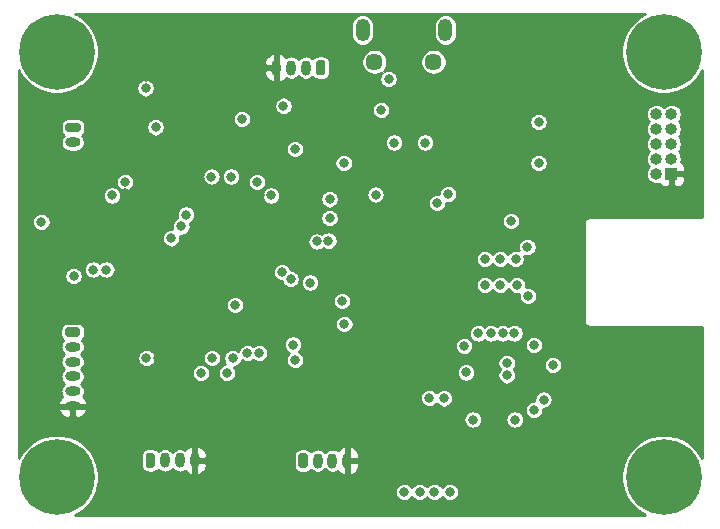
<source format=gbr>
%TF.GenerationSoftware,KiCad,Pcbnew,(5.1.10)-1*%
%TF.CreationDate,2021-11-27T13:57:11+01:00*%
%TF.ProjectId,SplashQuad,53706c61-7368-4517-9561-642e6b696361,rev?*%
%TF.SameCoordinates,Original*%
%TF.FileFunction,Copper,L3,Inr*%
%TF.FilePolarity,Positive*%
%FSLAX46Y46*%
G04 Gerber Fmt 4.6, Leading zero omitted, Abs format (unit mm)*
G04 Created by KiCad (PCBNEW (5.1.10)-1) date 2021-11-27 13:57:11*
%MOMM*%
%LPD*%
G01*
G04 APERTURE LIST*
%TA.AperFunction,ComponentPad*%
%ADD10C,0.800000*%
%TD*%
%TA.AperFunction,ComponentPad*%
%ADD11C,6.400000*%
%TD*%
%TA.AperFunction,ComponentPad*%
%ADD12O,0.800000X1.300000*%
%TD*%
%TA.AperFunction,ComponentPad*%
%ADD13O,1.300000X0.800000*%
%TD*%
%TA.AperFunction,ComponentPad*%
%ADD14O,1.000000X1.000000*%
%TD*%
%TA.AperFunction,ComponentPad*%
%ADD15R,1.000000X1.000000*%
%TD*%
%TA.AperFunction,ComponentPad*%
%ADD16O,1.200000X1.900000*%
%TD*%
%TA.AperFunction,ComponentPad*%
%ADD17C,1.450000*%
%TD*%
%TA.AperFunction,ViaPad*%
%ADD18C,0.800000*%
%TD*%
%TA.AperFunction,Conductor*%
%ADD19C,0.254000*%
%TD*%
%TA.AperFunction,Conductor*%
%ADD20C,0.100000*%
%TD*%
G04 APERTURE END LIST*
D10*
%TO.N,GND*%
%TO.C,H4*%
X187247056Y-82852944D03*
X185550000Y-82150000D03*
X183852944Y-82852944D03*
X183150000Y-84550000D03*
X183852944Y-86247056D03*
X185550000Y-86950000D03*
X187247056Y-86247056D03*
X187950000Y-84550000D03*
D11*
X185550000Y-84550000D03*
%TD*%
D10*
%TO.N,GND*%
%TO.C,H3*%
X187247056Y-118852944D03*
X185550000Y-118150000D03*
X183852944Y-118852944D03*
X183150000Y-120550000D03*
X183852944Y-122247056D03*
X185550000Y-122950000D03*
X187247056Y-122247056D03*
X187950000Y-120550000D03*
D11*
X185550000Y-120550000D03*
%TD*%
D10*
%TO.N,GND*%
%TO.C,H2*%
X135847056Y-118852944D03*
X134150000Y-118150000D03*
X132452944Y-118852944D03*
X131750000Y-120550000D03*
X132452944Y-122247056D03*
X134150000Y-122950000D03*
X135847056Y-122247056D03*
X136550000Y-120550000D03*
D11*
X134150000Y-120550000D03*
%TD*%
D10*
%TO.N,GND*%
%TO.C,H1*%
X135847056Y-82852944D03*
X134150000Y-82150000D03*
X132452944Y-82852944D03*
X131750000Y-84550000D03*
X132452944Y-86247056D03*
X134150000Y-86950000D03*
X135847056Y-86247056D03*
X136550000Y-84550000D03*
D11*
X134150000Y-84550000D03*
%TD*%
D12*
%TO.N,+3V3*%
%TO.C,J7*%
X152750000Y-85900000D03*
%TO.N,UART3_RX*%
X154000000Y-85900000D03*
%TO.N,UART3_TX*%
X155250000Y-85900000D03*
%TO.N,GND*%
%TA.AperFunction,ComponentPad*%
G36*
G01*
X156900000Y-85450000D02*
X156900000Y-86350000D01*
G75*
G02*
X156700000Y-86550000I-200000J0D01*
G01*
X156300000Y-86550000D01*
G75*
G02*
X156100000Y-86350000I0J200000D01*
G01*
X156100000Y-85450000D01*
G75*
G02*
X156300000Y-85250000I200000J0D01*
G01*
X156700000Y-85250000D01*
G75*
G02*
X156900000Y-85450000I0J-200000D01*
G01*
G37*
%TD.AperFunction*%
%TD*%
%TO.N,+3V3*%
%TO.C,J6*%
X158750000Y-119175000D03*
%TO.N,I2C3_SCL*%
X157500000Y-119175000D03*
%TO.N,I2C3_SDA*%
X156250000Y-119175000D03*
%TO.N,GND*%
%TA.AperFunction,ComponentPad*%
G36*
G01*
X154600000Y-119625000D02*
X154600000Y-118725000D01*
G75*
G02*
X154800000Y-118525000I200000J0D01*
G01*
X155200000Y-118525000D01*
G75*
G02*
X155400000Y-118725000I0J-200000D01*
G01*
X155400000Y-119625000D01*
G75*
G02*
X155200000Y-119825000I-200000J0D01*
G01*
X154800000Y-119825000D01*
G75*
G02*
X154600000Y-119625000I0J200000D01*
G01*
G37*
%TD.AperFunction*%
%TD*%
%TO.N,+3V3*%
%TO.C,J5*%
X145825000Y-119150000D03*
%TO.N,GPIO2*%
X144575000Y-119150000D03*
%TO.N,GPIO1*%
X143325000Y-119150000D03*
%TO.N,GND*%
%TA.AperFunction,ComponentPad*%
G36*
G01*
X141675000Y-119600000D02*
X141675000Y-118700000D01*
G75*
G02*
X141875000Y-118500000I200000J0D01*
G01*
X142275000Y-118500000D01*
G75*
G02*
X142475000Y-118700000I0J-200000D01*
G01*
X142475000Y-119600000D01*
G75*
G02*
X142275000Y-119800000I-200000J0D01*
G01*
X141875000Y-119800000D01*
G75*
G02*
X141675000Y-119600000I0J200000D01*
G01*
G37*
%TD.AperFunction*%
%TD*%
D13*
%TO.N,+3V3*%
%TO.C,J4*%
X135500000Y-114550000D03*
%TO.N,TIM2_CH4*%
X135500000Y-113300000D03*
%TO.N,TIM2_CH3*%
X135500000Y-112050000D03*
%TO.N,TIM2_CH2*%
X135500000Y-110800000D03*
%TO.N,TIM2_CH1*%
X135500000Y-109550000D03*
%TO.N,GND*%
%TA.AperFunction,ComponentPad*%
G36*
G01*
X135050000Y-107900000D02*
X135950000Y-107900000D01*
G75*
G02*
X136150000Y-108100000I0J-200000D01*
G01*
X136150000Y-108500000D01*
G75*
G02*
X135950000Y-108700000I-200000J0D01*
G01*
X135050000Y-108700000D01*
G75*
G02*
X134850000Y-108500000I0J200000D01*
G01*
X134850000Y-108100000D01*
G75*
G02*
X135050000Y-107900000I200000J0D01*
G01*
G37*
%TD.AperFunction*%
%TD*%
%TO.N,VDD*%
%TO.C,J3*%
X135525000Y-92225000D03*
%TO.N,GND*%
%TA.AperFunction,ComponentPad*%
G36*
G01*
X135075000Y-90575000D02*
X135975000Y-90575000D01*
G75*
G02*
X136175000Y-90775000I0J-200000D01*
G01*
X136175000Y-91175000D01*
G75*
G02*
X135975000Y-91375000I-200000J0D01*
G01*
X135075000Y-91375000D01*
G75*
G02*
X134875000Y-91175000I0J200000D01*
G01*
X134875000Y-90775000D01*
G75*
G02*
X135075000Y-90575000I200000J0D01*
G01*
G37*
%TD.AperFunction*%
%TD*%
D14*
%TO.N,NRST*%
%TO.C,J2*%
X184930000Y-89820000D03*
%TO.N,GND*%
X186200000Y-89820000D03*
%TO.N,Net-(J2-Pad8)*%
X184930000Y-91090000D03*
%TO.N,Net-(J2-Pad7)*%
X186200000Y-91090000D03*
%TO.N,Net-(J2-Pad6)*%
X184930000Y-92360000D03*
%TO.N,GND*%
X186200000Y-92360000D03*
%TO.N,SWDIO*%
X184930000Y-93630000D03*
%TO.N,GND*%
X186200000Y-93630000D03*
%TO.N,SWCLK*%
X184930000Y-94900000D03*
D15*
%TO.N,+3V3*%
X186200000Y-94900000D03*
%TD*%
D16*
%TO.N,Net-(J1-Pad6)*%
%TO.C,J1*%
X160050000Y-82712500D03*
X167050000Y-82712500D03*
D17*
X161050000Y-85412500D03*
X166050000Y-85412500D03*
%TD*%
D18*
%TO.N,GND*%
X172625000Y-98900000D03*
X176150000Y-111075000D03*
X142521940Y-90954860D03*
X154325000Y-92800000D03*
X153350000Y-89125000D03*
X149825000Y-90250000D03*
X168800000Y-111700000D03*
X175375000Y-114000000D03*
X172925000Y-115700000D03*
X174550000Y-114875000D03*
X169375000Y-115700000D03*
X171900000Y-108400000D03*
X172900000Y-108400000D03*
X170900000Y-108400000D03*
X174550000Y-109400000D03*
X150300000Y-110075000D03*
X151300000Y-110075000D03*
X149050000Y-110500000D03*
X152300000Y-96725000D03*
X139950000Y-95600000D03*
X135575000Y-103550000D03*
X138825000Y-96725000D03*
X141675000Y-87650000D03*
X161625000Y-89500000D03*
X162250000Y-86850000D03*
X163575000Y-121825000D03*
X164875000Y-121825000D03*
X166125000Y-121825000D03*
X167425000Y-121825000D03*
X132850000Y-98950000D03*
X137250000Y-103000000D03*
X138350000Y-103000000D03*
X141750000Y-110500000D03*
X161150000Y-96650000D03*
X170400000Y-104300000D03*
X170400000Y-102100000D03*
X173100000Y-104300000D03*
X173000000Y-102100000D03*
X171700000Y-104300000D03*
X171700000Y-102100000D03*
X174050000Y-105250000D03*
X174000000Y-101100000D03*
%TO.N,+3V3*%
X143300000Y-93100000D03*
X147400000Y-94050000D03*
X152400000Y-93625000D03*
X154325000Y-90075000D03*
X150650000Y-89125000D03*
X168800000Y-114475000D03*
X167975000Y-114275000D03*
X164675000Y-114275000D03*
X162575000Y-114275000D03*
X173800000Y-116800000D03*
X170900000Y-116700000D03*
X151350000Y-96725000D03*
X139950000Y-96550000D03*
X150300000Y-107150000D03*
X151300000Y-107150000D03*
X140775000Y-97625000D03*
X141675000Y-86700000D03*
X142575000Y-85825000D03*
X141675000Y-85825000D03*
X132700000Y-104850000D03*
X142700000Y-110500000D03*
X160800000Y-103200000D03*
X160800000Y-102100000D03*
X160800000Y-101000000D03*
%TO.N,NRST*%
X149250000Y-106000000D03*
X158500000Y-107600000D03*
X174950000Y-93975000D03*
X174950000Y-90500000D03*
%TO.N,SWDIO*%
X162700000Y-92250000D03*
X165325000Y-92250000D03*
%TO.N,SWCLK*%
X158450000Y-93975000D03*
X151100000Y-95575000D03*
%TO.N,UART3_TX*%
X148900000Y-95125000D03*
%TO.N,UART3_RX*%
X147250000Y-95125000D03*
%TO.N,BOOT1*%
X165700000Y-113850000D03*
X147300000Y-110500000D03*
%TO.N,BOOT0*%
X166950000Y-113900000D03*
X148550000Y-111750000D03*
X146350000Y-111750000D03*
X143850000Y-100350000D03*
%TO.N,I2C1_SCL*%
X167300000Y-96600000D03*
X145100000Y-98350000D03*
X169850000Y-108400000D03*
%TO.N,I2C1_SDA*%
X144700000Y-99350000D03*
X166350000Y-97350000D03*
X168650000Y-109450000D03*
%TO.N,UART1_TX*%
X157250000Y-97050000D03*
X157250000Y-98650000D03*
%TO.N,GPS_nRST*%
X155600000Y-104100000D03*
X158300000Y-105650000D03*
%TO.N,GPS_INT*%
X153950000Y-103800000D03*
X157150000Y-100550000D03*
%TO.N,GPS_PPS*%
X153217638Y-103225001D03*
X156166942Y-100616942D03*
%TO.N,BNO_INT*%
X172250000Y-110900000D03*
X154150000Y-109350000D03*
%TO.N,BNO_nRST*%
X154350000Y-110650000D03*
X172250000Y-111950000D03*
%TD*%
D19*
%TO.N,+3V3*%
X183853760Y-81376559D02*
X183267246Y-81768456D01*
X182768456Y-82267246D01*
X182376559Y-82853760D01*
X182106616Y-83505461D01*
X181969000Y-84197302D01*
X181969000Y-84902698D01*
X182106616Y-85594539D01*
X182376559Y-86246240D01*
X182768456Y-86832754D01*
X183267246Y-87331544D01*
X183853760Y-87723441D01*
X184505461Y-87993384D01*
X185197302Y-88131000D01*
X185902698Y-88131000D01*
X186594539Y-87993384D01*
X187246240Y-87723441D01*
X187832754Y-87331544D01*
X188331544Y-86832754D01*
X188723441Y-86246240D01*
X188769000Y-86136251D01*
X188769001Y-98569000D01*
X179221168Y-98569000D01*
X179200000Y-98566915D01*
X179178832Y-98569000D01*
X179115509Y-98575237D01*
X179034266Y-98599882D01*
X178959391Y-98639903D01*
X178893763Y-98693763D01*
X178839903Y-98759391D01*
X178799882Y-98834266D01*
X178775237Y-98915509D01*
X178766915Y-99000000D01*
X178769000Y-99021168D01*
X178769001Y-107378821D01*
X178766915Y-107400000D01*
X178775237Y-107484491D01*
X178799882Y-107565734D01*
X178839903Y-107640609D01*
X178893763Y-107706237D01*
X178959391Y-107760097D01*
X179034266Y-107800118D01*
X179115509Y-107824763D01*
X179178832Y-107831000D01*
X179200000Y-107833085D01*
X179221168Y-107831000D01*
X188769000Y-107831000D01*
X188769001Y-118963751D01*
X188723441Y-118853760D01*
X188331544Y-118267246D01*
X187832754Y-117768456D01*
X187246240Y-117376559D01*
X186594539Y-117106616D01*
X185902698Y-116969000D01*
X185197302Y-116969000D01*
X184505461Y-117106616D01*
X183853760Y-117376559D01*
X183267246Y-117768456D01*
X182768456Y-118267246D01*
X182376559Y-118853760D01*
X182106616Y-119505461D01*
X181969000Y-120197302D01*
X181969000Y-120902698D01*
X182106616Y-121594539D01*
X182376559Y-122246240D01*
X182768456Y-122832754D01*
X183267246Y-123331544D01*
X183853760Y-123723441D01*
X183963749Y-123769000D01*
X135736251Y-123769000D01*
X135846240Y-123723441D01*
X136432754Y-123331544D01*
X136931544Y-122832754D01*
X137323441Y-122246240D01*
X137529786Y-121748078D01*
X162794000Y-121748078D01*
X162794000Y-121901922D01*
X162824013Y-122052809D01*
X162882887Y-122194942D01*
X162968358Y-122322859D01*
X163077141Y-122431642D01*
X163205058Y-122517113D01*
X163347191Y-122575987D01*
X163498078Y-122606000D01*
X163651922Y-122606000D01*
X163802809Y-122575987D01*
X163944942Y-122517113D01*
X164072859Y-122431642D01*
X164181642Y-122322859D01*
X164225000Y-122257969D01*
X164268358Y-122322859D01*
X164377141Y-122431642D01*
X164505058Y-122517113D01*
X164647191Y-122575987D01*
X164798078Y-122606000D01*
X164951922Y-122606000D01*
X165102809Y-122575987D01*
X165244942Y-122517113D01*
X165372859Y-122431642D01*
X165481642Y-122322859D01*
X165500000Y-122295384D01*
X165518358Y-122322859D01*
X165627141Y-122431642D01*
X165755058Y-122517113D01*
X165897191Y-122575987D01*
X166048078Y-122606000D01*
X166201922Y-122606000D01*
X166352809Y-122575987D01*
X166494942Y-122517113D01*
X166622859Y-122431642D01*
X166731642Y-122322859D01*
X166775000Y-122257969D01*
X166818358Y-122322859D01*
X166927141Y-122431642D01*
X167055058Y-122517113D01*
X167197191Y-122575987D01*
X167348078Y-122606000D01*
X167501922Y-122606000D01*
X167652809Y-122575987D01*
X167794942Y-122517113D01*
X167922859Y-122431642D01*
X168031642Y-122322859D01*
X168117113Y-122194942D01*
X168175987Y-122052809D01*
X168206000Y-121901922D01*
X168206000Y-121748078D01*
X168175987Y-121597191D01*
X168117113Y-121455058D01*
X168031642Y-121327141D01*
X167922859Y-121218358D01*
X167794942Y-121132887D01*
X167652809Y-121074013D01*
X167501922Y-121044000D01*
X167348078Y-121044000D01*
X167197191Y-121074013D01*
X167055058Y-121132887D01*
X166927141Y-121218358D01*
X166818358Y-121327141D01*
X166775000Y-121392031D01*
X166731642Y-121327141D01*
X166622859Y-121218358D01*
X166494942Y-121132887D01*
X166352809Y-121074013D01*
X166201922Y-121044000D01*
X166048078Y-121044000D01*
X165897191Y-121074013D01*
X165755058Y-121132887D01*
X165627141Y-121218358D01*
X165518358Y-121327141D01*
X165500000Y-121354616D01*
X165481642Y-121327141D01*
X165372859Y-121218358D01*
X165244942Y-121132887D01*
X165102809Y-121074013D01*
X164951922Y-121044000D01*
X164798078Y-121044000D01*
X164647191Y-121074013D01*
X164505058Y-121132887D01*
X164377141Y-121218358D01*
X164268358Y-121327141D01*
X164225000Y-121392031D01*
X164181642Y-121327141D01*
X164072859Y-121218358D01*
X163944942Y-121132887D01*
X163802809Y-121074013D01*
X163651922Y-121044000D01*
X163498078Y-121044000D01*
X163347191Y-121074013D01*
X163205058Y-121132887D01*
X163077141Y-121218358D01*
X162968358Y-121327141D01*
X162882887Y-121455058D01*
X162824013Y-121597191D01*
X162794000Y-121748078D01*
X137529786Y-121748078D01*
X137593384Y-121594539D01*
X137731000Y-120902698D01*
X137731000Y-120197302D01*
X137593384Y-119505461D01*
X137323441Y-118853760D01*
X137220702Y-118700000D01*
X141292157Y-118700000D01*
X141292157Y-119600000D01*
X141303356Y-119713707D01*
X141336523Y-119823044D01*
X141390384Y-119923810D01*
X141462868Y-120012132D01*
X141551190Y-120084616D01*
X141651956Y-120138477D01*
X141761293Y-120171644D01*
X141875000Y-120182843D01*
X142275000Y-120182843D01*
X142388707Y-120171644D01*
X142498044Y-120138477D01*
X142598810Y-120084616D01*
X142687132Y-120012132D01*
X142752081Y-119932991D01*
X142770079Y-119954922D01*
X142889002Y-120052519D01*
X143024679Y-120125040D01*
X143171898Y-120169699D01*
X143325000Y-120184778D01*
X143478103Y-120169699D01*
X143625322Y-120125040D01*
X143760999Y-120052519D01*
X143879922Y-119954922D01*
X143950000Y-119869531D01*
X144020079Y-119954922D01*
X144139002Y-120052519D01*
X144274679Y-120125040D01*
X144421898Y-120169699D01*
X144575000Y-120184778D01*
X144728103Y-120169699D01*
X144875322Y-120125040D01*
X145008461Y-120053876D01*
X145112717Y-120171112D01*
X145276840Y-120295255D01*
X145462028Y-120384994D01*
X145538877Y-120394666D01*
X145698000Y-120266998D01*
X145698000Y-119277000D01*
X145952000Y-119277000D01*
X145952000Y-120266998D01*
X146111123Y-120394666D01*
X146187972Y-120384994D01*
X146373160Y-120295255D01*
X146537283Y-120171112D01*
X146674033Y-120017336D01*
X146778155Y-119839836D01*
X146845648Y-119645433D01*
X146873918Y-119441599D01*
X146708762Y-119277000D01*
X145952000Y-119277000D01*
X145698000Y-119277000D01*
X145678000Y-119277000D01*
X145678000Y-119023000D01*
X145698000Y-119023000D01*
X145698000Y-118033002D01*
X145952000Y-118033002D01*
X145952000Y-119023000D01*
X146708762Y-119023000D01*
X146873918Y-118858401D01*
X146855417Y-118725000D01*
X154217157Y-118725000D01*
X154217157Y-119625000D01*
X154228356Y-119738707D01*
X154261523Y-119848044D01*
X154315384Y-119948810D01*
X154387868Y-120037132D01*
X154476190Y-120109616D01*
X154576956Y-120163477D01*
X154686293Y-120196644D01*
X154800000Y-120207843D01*
X155200000Y-120207843D01*
X155313707Y-120196644D01*
X155423044Y-120163477D01*
X155523810Y-120109616D01*
X155612132Y-120037132D01*
X155677081Y-119957991D01*
X155695079Y-119979922D01*
X155814002Y-120077519D01*
X155949679Y-120150040D01*
X156096898Y-120194699D01*
X156250000Y-120209778D01*
X156403103Y-120194699D01*
X156550322Y-120150040D01*
X156685999Y-120077519D01*
X156804922Y-119979922D01*
X156875000Y-119894531D01*
X156945079Y-119979922D01*
X157064002Y-120077519D01*
X157199679Y-120150040D01*
X157346898Y-120194699D01*
X157500000Y-120209778D01*
X157653103Y-120194699D01*
X157800322Y-120150040D01*
X157933461Y-120078876D01*
X158037717Y-120196112D01*
X158201840Y-120320255D01*
X158387028Y-120409994D01*
X158463877Y-120419666D01*
X158623000Y-120291998D01*
X158623000Y-119302000D01*
X158877000Y-119302000D01*
X158877000Y-120291998D01*
X159036123Y-120419666D01*
X159112972Y-120409994D01*
X159298160Y-120320255D01*
X159462283Y-120196112D01*
X159599033Y-120042336D01*
X159703155Y-119864836D01*
X159770648Y-119670433D01*
X159798918Y-119466599D01*
X159633762Y-119302000D01*
X158877000Y-119302000D01*
X158623000Y-119302000D01*
X158603000Y-119302000D01*
X158603000Y-119048000D01*
X158623000Y-119048000D01*
X158623000Y-118058002D01*
X158877000Y-118058002D01*
X158877000Y-119048000D01*
X159633762Y-119048000D01*
X159798918Y-118883401D01*
X159770648Y-118679567D01*
X159703155Y-118485164D01*
X159599033Y-118307664D01*
X159462283Y-118153888D01*
X159298160Y-118029745D01*
X159112972Y-117940006D01*
X159036123Y-117930334D01*
X158877000Y-118058002D01*
X158623000Y-118058002D01*
X158463877Y-117930334D01*
X158387028Y-117940006D01*
X158201840Y-118029745D01*
X158037717Y-118153888D01*
X157933461Y-118271125D01*
X157800321Y-118199960D01*
X157653102Y-118155301D01*
X157500000Y-118140222D01*
X157346897Y-118155301D01*
X157199678Y-118199960D01*
X157064001Y-118272481D01*
X156945078Y-118370078D01*
X156875000Y-118455469D01*
X156804922Y-118370078D01*
X156685998Y-118272481D01*
X156550321Y-118199960D01*
X156403102Y-118155301D01*
X156250000Y-118140222D01*
X156096897Y-118155301D01*
X155949678Y-118199960D01*
X155814001Y-118272481D01*
X155695078Y-118370078D01*
X155677081Y-118392008D01*
X155612132Y-118312868D01*
X155523810Y-118240384D01*
X155423044Y-118186523D01*
X155313707Y-118153356D01*
X155200000Y-118142157D01*
X154800000Y-118142157D01*
X154686293Y-118153356D01*
X154576956Y-118186523D01*
X154476190Y-118240384D01*
X154387868Y-118312868D01*
X154315384Y-118401190D01*
X154261523Y-118501956D01*
X154228356Y-118611293D01*
X154217157Y-118725000D01*
X146855417Y-118725000D01*
X146845648Y-118654567D01*
X146778155Y-118460164D01*
X146674033Y-118282664D01*
X146537283Y-118128888D01*
X146373160Y-118004745D01*
X146187972Y-117915006D01*
X146111123Y-117905334D01*
X145952000Y-118033002D01*
X145698000Y-118033002D01*
X145538877Y-117905334D01*
X145462028Y-117915006D01*
X145276840Y-118004745D01*
X145112717Y-118128888D01*
X145008461Y-118246125D01*
X144875321Y-118174960D01*
X144728102Y-118130301D01*
X144575000Y-118115222D01*
X144421897Y-118130301D01*
X144274678Y-118174960D01*
X144139001Y-118247481D01*
X144020078Y-118345078D01*
X143950000Y-118430469D01*
X143879922Y-118345078D01*
X143760998Y-118247481D01*
X143625321Y-118174960D01*
X143478102Y-118130301D01*
X143325000Y-118115222D01*
X143171897Y-118130301D01*
X143024678Y-118174960D01*
X142889001Y-118247481D01*
X142770078Y-118345078D01*
X142752081Y-118367008D01*
X142687132Y-118287868D01*
X142598810Y-118215384D01*
X142498044Y-118161523D01*
X142388707Y-118128356D01*
X142275000Y-118117157D01*
X141875000Y-118117157D01*
X141761293Y-118128356D01*
X141651956Y-118161523D01*
X141551190Y-118215384D01*
X141462868Y-118287868D01*
X141390384Y-118376190D01*
X141336523Y-118476956D01*
X141303356Y-118586293D01*
X141292157Y-118700000D01*
X137220702Y-118700000D01*
X136931544Y-118267246D01*
X136432754Y-117768456D01*
X135846240Y-117376559D01*
X135194539Y-117106616D01*
X134502698Y-116969000D01*
X133797302Y-116969000D01*
X133105461Y-117106616D01*
X132453760Y-117376559D01*
X131867246Y-117768456D01*
X131368456Y-118267246D01*
X130976559Y-118853760D01*
X130931000Y-118963749D01*
X130931000Y-115623078D01*
X168594000Y-115623078D01*
X168594000Y-115776922D01*
X168624013Y-115927809D01*
X168682887Y-116069942D01*
X168768358Y-116197859D01*
X168877141Y-116306642D01*
X169005058Y-116392113D01*
X169147191Y-116450987D01*
X169298078Y-116481000D01*
X169451922Y-116481000D01*
X169602809Y-116450987D01*
X169744942Y-116392113D01*
X169872859Y-116306642D01*
X169981642Y-116197859D01*
X170067113Y-116069942D01*
X170125987Y-115927809D01*
X170156000Y-115776922D01*
X170156000Y-115623078D01*
X172144000Y-115623078D01*
X172144000Y-115776922D01*
X172174013Y-115927809D01*
X172232887Y-116069942D01*
X172318358Y-116197859D01*
X172427141Y-116306642D01*
X172555058Y-116392113D01*
X172697191Y-116450987D01*
X172848078Y-116481000D01*
X173001922Y-116481000D01*
X173152809Y-116450987D01*
X173294942Y-116392113D01*
X173422859Y-116306642D01*
X173531642Y-116197859D01*
X173617113Y-116069942D01*
X173675987Y-115927809D01*
X173706000Y-115776922D01*
X173706000Y-115623078D01*
X173675987Y-115472191D01*
X173617113Y-115330058D01*
X173531642Y-115202141D01*
X173422859Y-115093358D01*
X173294942Y-115007887D01*
X173152809Y-114949013D01*
X173001922Y-114919000D01*
X172848078Y-114919000D01*
X172697191Y-114949013D01*
X172555058Y-115007887D01*
X172427141Y-115093358D01*
X172318358Y-115202141D01*
X172232887Y-115330058D01*
X172174013Y-115472191D01*
X172144000Y-115623078D01*
X170156000Y-115623078D01*
X170125987Y-115472191D01*
X170067113Y-115330058D01*
X169981642Y-115202141D01*
X169872859Y-115093358D01*
X169744942Y-115007887D01*
X169602809Y-114949013D01*
X169451922Y-114919000D01*
X169298078Y-114919000D01*
X169147191Y-114949013D01*
X169005058Y-115007887D01*
X168877141Y-115093358D01*
X168768358Y-115202141D01*
X168682887Y-115330058D01*
X168624013Y-115472191D01*
X168594000Y-115623078D01*
X130931000Y-115623078D01*
X130931000Y-114836123D01*
X134255334Y-114836123D01*
X134265006Y-114912972D01*
X134354745Y-115098160D01*
X134478888Y-115262283D01*
X134632664Y-115399033D01*
X134810164Y-115503155D01*
X135004567Y-115570648D01*
X135208401Y-115598918D01*
X135373000Y-115433762D01*
X135373000Y-114677000D01*
X135627000Y-114677000D01*
X135627000Y-115433762D01*
X135791599Y-115598918D01*
X135995433Y-115570648D01*
X136189836Y-115503155D01*
X136367336Y-115399033D01*
X136521112Y-115262283D01*
X136645255Y-115098160D01*
X136734994Y-114912972D01*
X136744666Y-114836123D01*
X136714142Y-114798078D01*
X173769000Y-114798078D01*
X173769000Y-114951922D01*
X173799013Y-115102809D01*
X173857887Y-115244942D01*
X173943358Y-115372859D01*
X174052141Y-115481642D01*
X174180058Y-115567113D01*
X174322191Y-115625987D01*
X174473078Y-115656000D01*
X174626922Y-115656000D01*
X174777809Y-115625987D01*
X174919942Y-115567113D01*
X175047859Y-115481642D01*
X175156642Y-115372859D01*
X175242113Y-115244942D01*
X175300987Y-115102809D01*
X175331000Y-114951922D01*
X175331000Y-114798078D01*
X175327603Y-114781000D01*
X175451922Y-114781000D01*
X175602809Y-114750987D01*
X175744942Y-114692113D01*
X175872859Y-114606642D01*
X175981642Y-114497859D01*
X176067113Y-114369942D01*
X176125987Y-114227809D01*
X176156000Y-114076922D01*
X176156000Y-113923078D01*
X176125987Y-113772191D01*
X176067113Y-113630058D01*
X175981642Y-113502141D01*
X175872859Y-113393358D01*
X175744942Y-113307887D01*
X175602809Y-113249013D01*
X175451922Y-113219000D01*
X175298078Y-113219000D01*
X175147191Y-113249013D01*
X175005058Y-113307887D01*
X174877141Y-113393358D01*
X174768358Y-113502141D01*
X174682887Y-113630058D01*
X174624013Y-113772191D01*
X174594000Y-113923078D01*
X174594000Y-114076922D01*
X174597397Y-114094000D01*
X174473078Y-114094000D01*
X174322191Y-114124013D01*
X174180058Y-114182887D01*
X174052141Y-114268358D01*
X173943358Y-114377141D01*
X173857887Y-114505058D01*
X173799013Y-114647191D01*
X173769000Y-114798078D01*
X136714142Y-114798078D01*
X136616998Y-114677000D01*
X135627000Y-114677000D01*
X135373000Y-114677000D01*
X134383002Y-114677000D01*
X134255334Y-114836123D01*
X130931000Y-114836123D01*
X130931000Y-114263877D01*
X134255334Y-114263877D01*
X134383002Y-114423000D01*
X135373000Y-114423000D01*
X135373000Y-114403000D01*
X135627000Y-114403000D01*
X135627000Y-114423000D01*
X136616998Y-114423000D01*
X136744666Y-114263877D01*
X136734994Y-114187028D01*
X136645255Y-114001840D01*
X136521112Y-113837717D01*
X136448426Y-113773078D01*
X164919000Y-113773078D01*
X164919000Y-113926922D01*
X164949013Y-114077809D01*
X165007887Y-114219942D01*
X165093358Y-114347859D01*
X165202141Y-114456642D01*
X165330058Y-114542113D01*
X165472191Y-114600987D01*
X165623078Y-114631000D01*
X165776922Y-114631000D01*
X165927809Y-114600987D01*
X166069942Y-114542113D01*
X166197859Y-114456642D01*
X166306642Y-114347859D01*
X166308296Y-114345384D01*
X166343358Y-114397859D01*
X166452141Y-114506642D01*
X166580058Y-114592113D01*
X166722191Y-114650987D01*
X166873078Y-114681000D01*
X167026922Y-114681000D01*
X167177809Y-114650987D01*
X167319942Y-114592113D01*
X167447859Y-114506642D01*
X167556642Y-114397859D01*
X167642113Y-114269942D01*
X167700987Y-114127809D01*
X167731000Y-113976922D01*
X167731000Y-113823078D01*
X167700987Y-113672191D01*
X167642113Y-113530058D01*
X167556642Y-113402141D01*
X167447859Y-113293358D01*
X167319942Y-113207887D01*
X167177809Y-113149013D01*
X167026922Y-113119000D01*
X166873078Y-113119000D01*
X166722191Y-113149013D01*
X166580058Y-113207887D01*
X166452141Y-113293358D01*
X166343358Y-113402141D01*
X166341704Y-113404616D01*
X166306642Y-113352141D01*
X166197859Y-113243358D01*
X166069942Y-113157887D01*
X165927809Y-113099013D01*
X165776922Y-113069000D01*
X165623078Y-113069000D01*
X165472191Y-113099013D01*
X165330058Y-113157887D01*
X165202141Y-113243358D01*
X165093358Y-113352141D01*
X165007887Y-113480058D01*
X164949013Y-113622191D01*
X164919000Y-113773078D01*
X136448426Y-113773078D01*
X136403876Y-113733461D01*
X136475040Y-113600322D01*
X136519699Y-113453103D01*
X136534778Y-113300000D01*
X136519699Y-113146897D01*
X136475040Y-112999678D01*
X136402519Y-112864001D01*
X136304922Y-112745078D01*
X136219531Y-112675000D01*
X136304922Y-112604922D01*
X136402519Y-112485999D01*
X136475040Y-112350322D01*
X136519699Y-112203103D01*
X136534778Y-112050000D01*
X136519699Y-111896897D01*
X136475040Y-111749678D01*
X136434097Y-111673078D01*
X145569000Y-111673078D01*
X145569000Y-111826922D01*
X145599013Y-111977809D01*
X145657887Y-112119942D01*
X145743358Y-112247859D01*
X145852141Y-112356642D01*
X145980058Y-112442113D01*
X146122191Y-112500987D01*
X146273078Y-112531000D01*
X146426922Y-112531000D01*
X146577809Y-112500987D01*
X146719942Y-112442113D01*
X146847859Y-112356642D01*
X146956642Y-112247859D01*
X147042113Y-112119942D01*
X147100987Y-111977809D01*
X147131000Y-111826922D01*
X147131000Y-111673078D01*
X147769000Y-111673078D01*
X147769000Y-111826922D01*
X147799013Y-111977809D01*
X147857887Y-112119942D01*
X147943358Y-112247859D01*
X148052141Y-112356642D01*
X148180058Y-112442113D01*
X148322191Y-112500987D01*
X148473078Y-112531000D01*
X148626922Y-112531000D01*
X148777809Y-112500987D01*
X148919942Y-112442113D01*
X149047859Y-112356642D01*
X149156642Y-112247859D01*
X149242113Y-112119942D01*
X149300987Y-111977809D01*
X149331000Y-111826922D01*
X149331000Y-111673078D01*
X149321055Y-111623078D01*
X168019000Y-111623078D01*
X168019000Y-111776922D01*
X168049013Y-111927809D01*
X168107887Y-112069942D01*
X168193358Y-112197859D01*
X168302141Y-112306642D01*
X168430058Y-112392113D01*
X168572191Y-112450987D01*
X168723078Y-112481000D01*
X168876922Y-112481000D01*
X169027809Y-112450987D01*
X169169942Y-112392113D01*
X169297859Y-112306642D01*
X169406642Y-112197859D01*
X169492113Y-112069942D01*
X169550987Y-111927809D01*
X169581000Y-111776922D01*
X169581000Y-111623078D01*
X169550987Y-111472191D01*
X169492113Y-111330058D01*
X169406642Y-111202141D01*
X169297859Y-111093358D01*
X169169942Y-111007887D01*
X169027809Y-110949013D01*
X168876922Y-110919000D01*
X168723078Y-110919000D01*
X168572191Y-110949013D01*
X168430058Y-111007887D01*
X168302141Y-111093358D01*
X168193358Y-111202141D01*
X168107887Y-111330058D01*
X168049013Y-111472191D01*
X168019000Y-111623078D01*
X149321055Y-111623078D01*
X149300987Y-111522191D01*
X149242113Y-111380058D01*
X149170176Y-111272396D01*
X149277809Y-111250987D01*
X149419942Y-111192113D01*
X149547859Y-111106642D01*
X149656642Y-110997859D01*
X149742113Y-110869942D01*
X149800987Y-110727809D01*
X149809228Y-110686377D01*
X149930058Y-110767113D01*
X150072191Y-110825987D01*
X150223078Y-110856000D01*
X150376922Y-110856000D01*
X150527809Y-110825987D01*
X150669942Y-110767113D01*
X150797859Y-110681642D01*
X150800000Y-110679501D01*
X150802141Y-110681642D01*
X150930058Y-110767113D01*
X151072191Y-110825987D01*
X151223078Y-110856000D01*
X151376922Y-110856000D01*
X151527809Y-110825987D01*
X151669942Y-110767113D01*
X151797859Y-110681642D01*
X151906642Y-110572859D01*
X151992113Y-110444942D01*
X152050987Y-110302809D01*
X152081000Y-110151922D01*
X152081000Y-109998078D01*
X152050987Y-109847191D01*
X151992113Y-109705058D01*
X151906642Y-109577141D01*
X151797859Y-109468358D01*
X151669942Y-109382887D01*
X151527809Y-109324013D01*
X151376922Y-109294000D01*
X151223078Y-109294000D01*
X151072191Y-109324013D01*
X150930058Y-109382887D01*
X150802141Y-109468358D01*
X150800000Y-109470499D01*
X150797859Y-109468358D01*
X150669942Y-109382887D01*
X150527809Y-109324013D01*
X150376922Y-109294000D01*
X150223078Y-109294000D01*
X150072191Y-109324013D01*
X149930058Y-109382887D01*
X149802141Y-109468358D01*
X149693358Y-109577141D01*
X149607887Y-109705058D01*
X149549013Y-109847191D01*
X149540772Y-109888623D01*
X149419942Y-109807887D01*
X149277809Y-109749013D01*
X149126922Y-109719000D01*
X148973078Y-109719000D01*
X148822191Y-109749013D01*
X148680058Y-109807887D01*
X148552141Y-109893358D01*
X148443358Y-110002141D01*
X148357887Y-110130058D01*
X148299013Y-110272191D01*
X148269000Y-110423078D01*
X148269000Y-110576922D01*
X148299013Y-110727809D01*
X148357887Y-110869942D01*
X148429824Y-110977604D01*
X148322191Y-110999013D01*
X148180058Y-111057887D01*
X148052141Y-111143358D01*
X147943358Y-111252141D01*
X147857887Y-111380058D01*
X147799013Y-111522191D01*
X147769000Y-111673078D01*
X147131000Y-111673078D01*
X147100987Y-111522191D01*
X147042113Y-111380058D01*
X146956642Y-111252141D01*
X146847859Y-111143358D01*
X146719942Y-111057887D01*
X146577809Y-110999013D01*
X146426922Y-110969000D01*
X146273078Y-110969000D01*
X146122191Y-110999013D01*
X145980058Y-111057887D01*
X145852141Y-111143358D01*
X145743358Y-111252141D01*
X145657887Y-111380058D01*
X145599013Y-111522191D01*
X145569000Y-111673078D01*
X136434097Y-111673078D01*
X136402519Y-111614001D01*
X136304922Y-111495078D01*
X136219531Y-111425000D01*
X136304922Y-111354922D01*
X136402519Y-111235999D01*
X136475040Y-111100322D01*
X136519699Y-110953103D01*
X136534778Y-110800000D01*
X136519699Y-110646897D01*
X136475040Y-110499678D01*
X136434097Y-110423078D01*
X140969000Y-110423078D01*
X140969000Y-110576922D01*
X140999013Y-110727809D01*
X141057887Y-110869942D01*
X141143358Y-110997859D01*
X141252141Y-111106642D01*
X141380058Y-111192113D01*
X141522191Y-111250987D01*
X141673078Y-111281000D01*
X141826922Y-111281000D01*
X141977809Y-111250987D01*
X142119942Y-111192113D01*
X142247859Y-111106642D01*
X142356642Y-110997859D01*
X142442113Y-110869942D01*
X142500987Y-110727809D01*
X142531000Y-110576922D01*
X142531000Y-110423078D01*
X146519000Y-110423078D01*
X146519000Y-110576922D01*
X146549013Y-110727809D01*
X146607887Y-110869942D01*
X146693358Y-110997859D01*
X146802141Y-111106642D01*
X146930058Y-111192113D01*
X147072191Y-111250987D01*
X147223078Y-111281000D01*
X147376922Y-111281000D01*
X147527809Y-111250987D01*
X147669942Y-111192113D01*
X147797859Y-111106642D01*
X147906642Y-110997859D01*
X147992113Y-110869942D01*
X148050987Y-110727809D01*
X148081000Y-110576922D01*
X148081000Y-110423078D01*
X148050987Y-110272191D01*
X147992113Y-110130058D01*
X147906642Y-110002141D01*
X147797859Y-109893358D01*
X147669942Y-109807887D01*
X147527809Y-109749013D01*
X147376922Y-109719000D01*
X147223078Y-109719000D01*
X147072191Y-109749013D01*
X146930058Y-109807887D01*
X146802141Y-109893358D01*
X146693358Y-110002141D01*
X146607887Y-110130058D01*
X146549013Y-110272191D01*
X146519000Y-110423078D01*
X142531000Y-110423078D01*
X142500987Y-110272191D01*
X142442113Y-110130058D01*
X142356642Y-110002141D01*
X142247859Y-109893358D01*
X142119942Y-109807887D01*
X141977809Y-109749013D01*
X141826922Y-109719000D01*
X141673078Y-109719000D01*
X141522191Y-109749013D01*
X141380058Y-109807887D01*
X141252141Y-109893358D01*
X141143358Y-110002141D01*
X141057887Y-110130058D01*
X140999013Y-110272191D01*
X140969000Y-110423078D01*
X136434097Y-110423078D01*
X136402519Y-110364001D01*
X136304922Y-110245078D01*
X136219531Y-110175000D01*
X136304922Y-110104922D01*
X136402519Y-109985999D01*
X136475040Y-109850322D01*
X136519699Y-109703103D01*
X136534778Y-109550000D01*
X136519699Y-109396897D01*
X136482139Y-109273078D01*
X153369000Y-109273078D01*
X153369000Y-109426922D01*
X153399013Y-109577809D01*
X153457887Y-109719942D01*
X153543358Y-109847859D01*
X153652141Y-109956642D01*
X153780058Y-110042113D01*
X153831909Y-110063590D01*
X153743358Y-110152141D01*
X153657887Y-110280058D01*
X153599013Y-110422191D01*
X153569000Y-110573078D01*
X153569000Y-110726922D01*
X153599013Y-110877809D01*
X153657887Y-111019942D01*
X153743358Y-111147859D01*
X153852141Y-111256642D01*
X153980058Y-111342113D01*
X154122191Y-111400987D01*
X154273078Y-111431000D01*
X154426922Y-111431000D01*
X154577809Y-111400987D01*
X154719942Y-111342113D01*
X154847859Y-111256642D01*
X154956642Y-111147859D01*
X155042113Y-111019942D01*
X155100987Y-110877809D01*
X155111873Y-110823078D01*
X171469000Y-110823078D01*
X171469000Y-110976922D01*
X171499013Y-111127809D01*
X171557887Y-111269942D01*
X171643358Y-111397859D01*
X171670499Y-111425000D01*
X171643358Y-111452141D01*
X171557887Y-111580058D01*
X171499013Y-111722191D01*
X171469000Y-111873078D01*
X171469000Y-112026922D01*
X171499013Y-112177809D01*
X171557887Y-112319942D01*
X171643358Y-112447859D01*
X171752141Y-112556642D01*
X171880058Y-112642113D01*
X172022191Y-112700987D01*
X172173078Y-112731000D01*
X172326922Y-112731000D01*
X172477809Y-112700987D01*
X172619942Y-112642113D01*
X172747859Y-112556642D01*
X172856642Y-112447859D01*
X172942113Y-112319942D01*
X173000987Y-112177809D01*
X173031000Y-112026922D01*
X173031000Y-111873078D01*
X173000987Y-111722191D01*
X172942113Y-111580058D01*
X172856642Y-111452141D01*
X172829501Y-111425000D01*
X172856642Y-111397859D01*
X172942113Y-111269942D01*
X173000987Y-111127809D01*
X173026791Y-110998078D01*
X175369000Y-110998078D01*
X175369000Y-111151922D01*
X175399013Y-111302809D01*
X175457887Y-111444942D01*
X175543358Y-111572859D01*
X175652141Y-111681642D01*
X175780058Y-111767113D01*
X175922191Y-111825987D01*
X176073078Y-111856000D01*
X176226922Y-111856000D01*
X176377809Y-111825987D01*
X176519942Y-111767113D01*
X176647859Y-111681642D01*
X176756642Y-111572859D01*
X176842113Y-111444942D01*
X176900987Y-111302809D01*
X176931000Y-111151922D01*
X176931000Y-110998078D01*
X176900987Y-110847191D01*
X176842113Y-110705058D01*
X176756642Y-110577141D01*
X176647859Y-110468358D01*
X176519942Y-110382887D01*
X176377809Y-110324013D01*
X176226922Y-110294000D01*
X176073078Y-110294000D01*
X175922191Y-110324013D01*
X175780058Y-110382887D01*
X175652141Y-110468358D01*
X175543358Y-110577141D01*
X175457887Y-110705058D01*
X175399013Y-110847191D01*
X175369000Y-110998078D01*
X173026791Y-110998078D01*
X173031000Y-110976922D01*
X173031000Y-110823078D01*
X173000987Y-110672191D01*
X172942113Y-110530058D01*
X172856642Y-110402141D01*
X172747859Y-110293358D01*
X172619942Y-110207887D01*
X172477809Y-110149013D01*
X172326922Y-110119000D01*
X172173078Y-110119000D01*
X172022191Y-110149013D01*
X171880058Y-110207887D01*
X171752141Y-110293358D01*
X171643358Y-110402141D01*
X171557887Y-110530058D01*
X171499013Y-110672191D01*
X171469000Y-110823078D01*
X155111873Y-110823078D01*
X155131000Y-110726922D01*
X155131000Y-110573078D01*
X155100987Y-110422191D01*
X155042113Y-110280058D01*
X154956642Y-110152141D01*
X154847859Y-110043358D01*
X154719942Y-109957887D01*
X154668091Y-109936410D01*
X154756642Y-109847859D01*
X154842113Y-109719942D01*
X154900987Y-109577809D01*
X154931000Y-109426922D01*
X154931000Y-109373078D01*
X167869000Y-109373078D01*
X167869000Y-109526922D01*
X167899013Y-109677809D01*
X167957887Y-109819942D01*
X168043358Y-109947859D01*
X168152141Y-110056642D01*
X168280058Y-110142113D01*
X168422191Y-110200987D01*
X168573078Y-110231000D01*
X168726922Y-110231000D01*
X168877809Y-110200987D01*
X169019942Y-110142113D01*
X169147859Y-110056642D01*
X169256642Y-109947859D01*
X169342113Y-109819942D01*
X169400987Y-109677809D01*
X169431000Y-109526922D01*
X169431000Y-109373078D01*
X169421055Y-109323078D01*
X173769000Y-109323078D01*
X173769000Y-109476922D01*
X173799013Y-109627809D01*
X173857887Y-109769942D01*
X173943358Y-109897859D01*
X174052141Y-110006642D01*
X174180058Y-110092113D01*
X174322191Y-110150987D01*
X174473078Y-110181000D01*
X174626922Y-110181000D01*
X174777809Y-110150987D01*
X174919942Y-110092113D01*
X175047859Y-110006642D01*
X175156642Y-109897859D01*
X175242113Y-109769942D01*
X175300987Y-109627809D01*
X175331000Y-109476922D01*
X175331000Y-109323078D01*
X175300987Y-109172191D01*
X175242113Y-109030058D01*
X175156642Y-108902141D01*
X175047859Y-108793358D01*
X174919942Y-108707887D01*
X174777809Y-108649013D01*
X174626922Y-108619000D01*
X174473078Y-108619000D01*
X174322191Y-108649013D01*
X174180058Y-108707887D01*
X174052141Y-108793358D01*
X173943358Y-108902141D01*
X173857887Y-109030058D01*
X173799013Y-109172191D01*
X173769000Y-109323078D01*
X169421055Y-109323078D01*
X169400987Y-109222191D01*
X169342113Y-109080058D01*
X169256642Y-108952141D01*
X169147859Y-108843358D01*
X169019942Y-108757887D01*
X168877809Y-108699013D01*
X168726922Y-108669000D01*
X168573078Y-108669000D01*
X168422191Y-108699013D01*
X168280058Y-108757887D01*
X168152141Y-108843358D01*
X168043358Y-108952141D01*
X167957887Y-109080058D01*
X167899013Y-109222191D01*
X167869000Y-109373078D01*
X154931000Y-109373078D01*
X154931000Y-109273078D01*
X154900987Y-109122191D01*
X154842113Y-108980058D01*
X154756642Y-108852141D01*
X154647859Y-108743358D01*
X154519942Y-108657887D01*
X154377809Y-108599013D01*
X154226922Y-108569000D01*
X154073078Y-108569000D01*
X153922191Y-108599013D01*
X153780058Y-108657887D01*
X153652141Y-108743358D01*
X153543358Y-108852141D01*
X153457887Y-108980058D01*
X153399013Y-109122191D01*
X153369000Y-109273078D01*
X136482139Y-109273078D01*
X136475040Y-109249678D01*
X136402519Y-109114001D01*
X136304922Y-108995078D01*
X136282992Y-108977081D01*
X136362132Y-108912132D01*
X136434616Y-108823810D01*
X136488477Y-108723044D01*
X136521644Y-108613707D01*
X136532843Y-108500000D01*
X136532843Y-108100000D01*
X136521644Y-107986293D01*
X136488477Y-107876956D01*
X136434616Y-107776190D01*
X136362132Y-107687868D01*
X136273810Y-107615384D01*
X136173044Y-107561523D01*
X136063707Y-107528356D01*
X136010118Y-107523078D01*
X157719000Y-107523078D01*
X157719000Y-107676922D01*
X157749013Y-107827809D01*
X157807887Y-107969942D01*
X157893358Y-108097859D01*
X158002141Y-108206642D01*
X158130058Y-108292113D01*
X158272191Y-108350987D01*
X158423078Y-108381000D01*
X158576922Y-108381000D01*
X158727809Y-108350987D01*
X158795186Y-108323078D01*
X169069000Y-108323078D01*
X169069000Y-108476922D01*
X169099013Y-108627809D01*
X169157887Y-108769942D01*
X169243358Y-108897859D01*
X169352141Y-109006642D01*
X169480058Y-109092113D01*
X169622191Y-109150987D01*
X169773078Y-109181000D01*
X169926922Y-109181000D01*
X170077809Y-109150987D01*
X170219942Y-109092113D01*
X170347859Y-109006642D01*
X170375000Y-108979501D01*
X170402141Y-109006642D01*
X170530058Y-109092113D01*
X170672191Y-109150987D01*
X170823078Y-109181000D01*
X170976922Y-109181000D01*
X171127809Y-109150987D01*
X171269942Y-109092113D01*
X171397859Y-109006642D01*
X171400000Y-109004501D01*
X171402141Y-109006642D01*
X171530058Y-109092113D01*
X171672191Y-109150987D01*
X171823078Y-109181000D01*
X171976922Y-109181000D01*
X172127809Y-109150987D01*
X172269942Y-109092113D01*
X172397859Y-109006642D01*
X172400000Y-109004501D01*
X172402141Y-109006642D01*
X172530058Y-109092113D01*
X172672191Y-109150987D01*
X172823078Y-109181000D01*
X172976922Y-109181000D01*
X173127809Y-109150987D01*
X173269942Y-109092113D01*
X173397859Y-109006642D01*
X173506642Y-108897859D01*
X173592113Y-108769942D01*
X173650987Y-108627809D01*
X173681000Y-108476922D01*
X173681000Y-108323078D01*
X173650987Y-108172191D01*
X173592113Y-108030058D01*
X173506642Y-107902141D01*
X173397859Y-107793358D01*
X173269942Y-107707887D01*
X173127809Y-107649013D01*
X172976922Y-107619000D01*
X172823078Y-107619000D01*
X172672191Y-107649013D01*
X172530058Y-107707887D01*
X172402141Y-107793358D01*
X172400000Y-107795499D01*
X172397859Y-107793358D01*
X172269942Y-107707887D01*
X172127809Y-107649013D01*
X171976922Y-107619000D01*
X171823078Y-107619000D01*
X171672191Y-107649013D01*
X171530058Y-107707887D01*
X171402141Y-107793358D01*
X171400000Y-107795499D01*
X171397859Y-107793358D01*
X171269942Y-107707887D01*
X171127809Y-107649013D01*
X170976922Y-107619000D01*
X170823078Y-107619000D01*
X170672191Y-107649013D01*
X170530058Y-107707887D01*
X170402141Y-107793358D01*
X170375000Y-107820499D01*
X170347859Y-107793358D01*
X170219942Y-107707887D01*
X170077809Y-107649013D01*
X169926922Y-107619000D01*
X169773078Y-107619000D01*
X169622191Y-107649013D01*
X169480058Y-107707887D01*
X169352141Y-107793358D01*
X169243358Y-107902141D01*
X169157887Y-108030058D01*
X169099013Y-108172191D01*
X169069000Y-108323078D01*
X158795186Y-108323078D01*
X158869942Y-108292113D01*
X158997859Y-108206642D01*
X159106642Y-108097859D01*
X159192113Y-107969942D01*
X159250987Y-107827809D01*
X159281000Y-107676922D01*
X159281000Y-107523078D01*
X159250987Y-107372191D01*
X159192113Y-107230058D01*
X159106642Y-107102141D01*
X158997859Y-106993358D01*
X158869942Y-106907887D01*
X158727809Y-106849013D01*
X158576922Y-106819000D01*
X158423078Y-106819000D01*
X158272191Y-106849013D01*
X158130058Y-106907887D01*
X158002141Y-106993358D01*
X157893358Y-107102141D01*
X157807887Y-107230058D01*
X157749013Y-107372191D01*
X157719000Y-107523078D01*
X136010118Y-107523078D01*
X135950000Y-107517157D01*
X135050000Y-107517157D01*
X134936293Y-107528356D01*
X134826956Y-107561523D01*
X134726190Y-107615384D01*
X134637868Y-107687868D01*
X134565384Y-107776190D01*
X134511523Y-107876956D01*
X134478356Y-107986293D01*
X134467157Y-108100000D01*
X134467157Y-108500000D01*
X134478356Y-108613707D01*
X134511523Y-108723044D01*
X134565384Y-108823810D01*
X134637868Y-108912132D01*
X134717008Y-108977081D01*
X134695078Y-108995078D01*
X134597481Y-109114001D01*
X134524960Y-109249678D01*
X134480301Y-109396897D01*
X134465222Y-109550000D01*
X134480301Y-109703103D01*
X134524960Y-109850322D01*
X134597481Y-109985999D01*
X134695078Y-110104922D01*
X134780469Y-110175000D01*
X134695078Y-110245078D01*
X134597481Y-110364001D01*
X134524960Y-110499678D01*
X134480301Y-110646897D01*
X134465222Y-110800000D01*
X134480301Y-110953103D01*
X134524960Y-111100322D01*
X134597481Y-111235999D01*
X134695078Y-111354922D01*
X134780469Y-111425000D01*
X134695078Y-111495078D01*
X134597481Y-111614001D01*
X134524960Y-111749678D01*
X134480301Y-111896897D01*
X134465222Y-112050000D01*
X134480301Y-112203103D01*
X134524960Y-112350322D01*
X134597481Y-112485999D01*
X134695078Y-112604922D01*
X134780469Y-112675000D01*
X134695078Y-112745078D01*
X134597481Y-112864001D01*
X134524960Y-112999678D01*
X134480301Y-113146897D01*
X134465222Y-113300000D01*
X134480301Y-113453103D01*
X134524960Y-113600322D01*
X134596124Y-113733461D01*
X134478888Y-113837717D01*
X134354745Y-114001840D01*
X134265006Y-114187028D01*
X134255334Y-114263877D01*
X130931000Y-114263877D01*
X130931000Y-105923078D01*
X148469000Y-105923078D01*
X148469000Y-106076922D01*
X148499013Y-106227809D01*
X148557887Y-106369942D01*
X148643358Y-106497859D01*
X148752141Y-106606642D01*
X148880058Y-106692113D01*
X149022191Y-106750987D01*
X149173078Y-106781000D01*
X149326922Y-106781000D01*
X149477809Y-106750987D01*
X149619942Y-106692113D01*
X149747859Y-106606642D01*
X149856642Y-106497859D01*
X149942113Y-106369942D01*
X150000987Y-106227809D01*
X150031000Y-106076922D01*
X150031000Y-105923078D01*
X150000987Y-105772191D01*
X149942113Y-105630058D01*
X149904041Y-105573078D01*
X157519000Y-105573078D01*
X157519000Y-105726922D01*
X157549013Y-105877809D01*
X157607887Y-106019942D01*
X157693358Y-106147859D01*
X157802141Y-106256642D01*
X157930058Y-106342113D01*
X158072191Y-106400987D01*
X158223078Y-106431000D01*
X158376922Y-106431000D01*
X158527809Y-106400987D01*
X158669942Y-106342113D01*
X158797859Y-106256642D01*
X158906642Y-106147859D01*
X158992113Y-106019942D01*
X159050987Y-105877809D01*
X159081000Y-105726922D01*
X159081000Y-105573078D01*
X159050987Y-105422191D01*
X158992113Y-105280058D01*
X158906642Y-105152141D01*
X158797859Y-105043358D01*
X158669942Y-104957887D01*
X158527809Y-104899013D01*
X158376922Y-104869000D01*
X158223078Y-104869000D01*
X158072191Y-104899013D01*
X157930058Y-104957887D01*
X157802141Y-105043358D01*
X157693358Y-105152141D01*
X157607887Y-105280058D01*
X157549013Y-105422191D01*
X157519000Y-105573078D01*
X149904041Y-105573078D01*
X149856642Y-105502141D01*
X149747859Y-105393358D01*
X149619942Y-105307887D01*
X149477809Y-105249013D01*
X149326922Y-105219000D01*
X149173078Y-105219000D01*
X149022191Y-105249013D01*
X148880058Y-105307887D01*
X148752141Y-105393358D01*
X148643358Y-105502141D01*
X148557887Y-105630058D01*
X148499013Y-105772191D01*
X148469000Y-105923078D01*
X130931000Y-105923078D01*
X130931000Y-103473078D01*
X134794000Y-103473078D01*
X134794000Y-103626922D01*
X134824013Y-103777809D01*
X134882887Y-103919942D01*
X134968358Y-104047859D01*
X135077141Y-104156642D01*
X135205058Y-104242113D01*
X135347191Y-104300987D01*
X135498078Y-104331000D01*
X135651922Y-104331000D01*
X135802809Y-104300987D01*
X135944942Y-104242113D01*
X136072859Y-104156642D01*
X136181642Y-104047859D01*
X136267113Y-103919942D01*
X136325987Y-103777809D01*
X136356000Y-103626922D01*
X136356000Y-103473078D01*
X136325987Y-103322191D01*
X136267113Y-103180058D01*
X136181642Y-103052141D01*
X136072859Y-102943358D01*
X136042508Y-102923078D01*
X136469000Y-102923078D01*
X136469000Y-103076922D01*
X136499013Y-103227809D01*
X136557887Y-103369942D01*
X136643358Y-103497859D01*
X136752141Y-103606642D01*
X136880058Y-103692113D01*
X137022191Y-103750987D01*
X137173078Y-103781000D01*
X137326922Y-103781000D01*
X137477809Y-103750987D01*
X137619942Y-103692113D01*
X137747859Y-103606642D01*
X137800000Y-103554501D01*
X137852141Y-103606642D01*
X137980058Y-103692113D01*
X138122191Y-103750987D01*
X138273078Y-103781000D01*
X138426922Y-103781000D01*
X138577809Y-103750987D01*
X138719942Y-103692113D01*
X138847859Y-103606642D01*
X138956642Y-103497859D01*
X139042113Y-103369942D01*
X139100987Y-103227809D01*
X139116846Y-103148079D01*
X152436638Y-103148079D01*
X152436638Y-103301923D01*
X152466651Y-103452810D01*
X152525525Y-103594943D01*
X152610996Y-103722860D01*
X152719779Y-103831643D01*
X152847696Y-103917114D01*
X152989829Y-103975988D01*
X153140716Y-104006001D01*
X153194675Y-104006001D01*
X153199013Y-104027809D01*
X153257887Y-104169942D01*
X153343358Y-104297859D01*
X153452141Y-104406642D01*
X153580058Y-104492113D01*
X153722191Y-104550987D01*
X153873078Y-104581000D01*
X154026922Y-104581000D01*
X154177809Y-104550987D01*
X154319942Y-104492113D01*
X154447859Y-104406642D01*
X154556642Y-104297859D01*
X154642113Y-104169942D01*
X154700987Y-104027809D01*
X154701928Y-104023078D01*
X154819000Y-104023078D01*
X154819000Y-104176922D01*
X154849013Y-104327809D01*
X154907887Y-104469942D01*
X154993358Y-104597859D01*
X155102141Y-104706642D01*
X155230058Y-104792113D01*
X155372191Y-104850987D01*
X155523078Y-104881000D01*
X155676922Y-104881000D01*
X155827809Y-104850987D01*
X155969942Y-104792113D01*
X156097859Y-104706642D01*
X156206642Y-104597859D01*
X156292113Y-104469942D01*
X156350987Y-104327809D01*
X156371819Y-104223078D01*
X169619000Y-104223078D01*
X169619000Y-104376922D01*
X169649013Y-104527809D01*
X169707887Y-104669942D01*
X169793358Y-104797859D01*
X169902141Y-104906642D01*
X170030058Y-104992113D01*
X170172191Y-105050987D01*
X170323078Y-105081000D01*
X170476922Y-105081000D01*
X170627809Y-105050987D01*
X170769942Y-104992113D01*
X170897859Y-104906642D01*
X171006642Y-104797859D01*
X171050000Y-104732969D01*
X171093358Y-104797859D01*
X171202141Y-104906642D01*
X171330058Y-104992113D01*
X171472191Y-105050987D01*
X171623078Y-105081000D01*
X171776922Y-105081000D01*
X171927809Y-105050987D01*
X172069942Y-104992113D01*
X172197859Y-104906642D01*
X172306642Y-104797859D01*
X172392113Y-104669942D01*
X172400000Y-104650901D01*
X172407887Y-104669942D01*
X172493358Y-104797859D01*
X172602141Y-104906642D01*
X172730058Y-104992113D01*
X172872191Y-105050987D01*
X173023078Y-105081000D01*
X173176922Y-105081000D01*
X173291863Y-105058137D01*
X173269000Y-105173078D01*
X173269000Y-105326922D01*
X173299013Y-105477809D01*
X173357887Y-105619942D01*
X173443358Y-105747859D01*
X173552141Y-105856642D01*
X173680058Y-105942113D01*
X173822191Y-106000987D01*
X173973078Y-106031000D01*
X174126922Y-106031000D01*
X174277809Y-106000987D01*
X174419942Y-105942113D01*
X174547859Y-105856642D01*
X174656642Y-105747859D01*
X174742113Y-105619942D01*
X174800987Y-105477809D01*
X174831000Y-105326922D01*
X174831000Y-105173078D01*
X174800987Y-105022191D01*
X174742113Y-104880058D01*
X174656642Y-104752141D01*
X174547859Y-104643358D01*
X174419942Y-104557887D01*
X174277809Y-104499013D01*
X174126922Y-104469000D01*
X173973078Y-104469000D01*
X173858137Y-104491863D01*
X173881000Y-104376922D01*
X173881000Y-104223078D01*
X173850987Y-104072191D01*
X173792113Y-103930058D01*
X173706642Y-103802141D01*
X173597859Y-103693358D01*
X173469942Y-103607887D01*
X173327809Y-103549013D01*
X173176922Y-103519000D01*
X173023078Y-103519000D01*
X172872191Y-103549013D01*
X172730058Y-103607887D01*
X172602141Y-103693358D01*
X172493358Y-103802141D01*
X172407887Y-103930058D01*
X172400000Y-103949099D01*
X172392113Y-103930058D01*
X172306642Y-103802141D01*
X172197859Y-103693358D01*
X172069942Y-103607887D01*
X171927809Y-103549013D01*
X171776922Y-103519000D01*
X171623078Y-103519000D01*
X171472191Y-103549013D01*
X171330058Y-103607887D01*
X171202141Y-103693358D01*
X171093358Y-103802141D01*
X171050000Y-103867031D01*
X171006642Y-103802141D01*
X170897859Y-103693358D01*
X170769942Y-103607887D01*
X170627809Y-103549013D01*
X170476922Y-103519000D01*
X170323078Y-103519000D01*
X170172191Y-103549013D01*
X170030058Y-103607887D01*
X169902141Y-103693358D01*
X169793358Y-103802141D01*
X169707887Y-103930058D01*
X169649013Y-104072191D01*
X169619000Y-104223078D01*
X156371819Y-104223078D01*
X156381000Y-104176922D01*
X156381000Y-104023078D01*
X156350987Y-103872191D01*
X156292113Y-103730058D01*
X156206642Y-103602141D01*
X156097859Y-103493358D01*
X155969942Y-103407887D01*
X155827809Y-103349013D01*
X155676922Y-103319000D01*
X155523078Y-103319000D01*
X155372191Y-103349013D01*
X155230058Y-103407887D01*
X155102141Y-103493358D01*
X154993358Y-103602141D01*
X154907887Y-103730058D01*
X154849013Y-103872191D01*
X154819000Y-104023078D01*
X154701928Y-104023078D01*
X154731000Y-103876922D01*
X154731000Y-103723078D01*
X154700987Y-103572191D01*
X154642113Y-103430058D01*
X154556642Y-103302141D01*
X154447859Y-103193358D01*
X154319942Y-103107887D01*
X154177809Y-103049013D01*
X154026922Y-103019000D01*
X153972963Y-103019000D01*
X153968625Y-102997192D01*
X153909751Y-102855059D01*
X153824280Y-102727142D01*
X153715497Y-102618359D01*
X153587580Y-102532888D01*
X153445447Y-102474014D01*
X153294560Y-102444001D01*
X153140716Y-102444001D01*
X152989829Y-102474014D01*
X152847696Y-102532888D01*
X152719779Y-102618359D01*
X152610996Y-102727142D01*
X152525525Y-102855059D01*
X152466651Y-102997192D01*
X152436638Y-103148079D01*
X139116846Y-103148079D01*
X139131000Y-103076922D01*
X139131000Y-102923078D01*
X139100987Y-102772191D01*
X139042113Y-102630058D01*
X138956642Y-102502141D01*
X138847859Y-102393358D01*
X138719942Y-102307887D01*
X138577809Y-102249013D01*
X138426922Y-102219000D01*
X138273078Y-102219000D01*
X138122191Y-102249013D01*
X137980058Y-102307887D01*
X137852141Y-102393358D01*
X137800000Y-102445499D01*
X137747859Y-102393358D01*
X137619942Y-102307887D01*
X137477809Y-102249013D01*
X137326922Y-102219000D01*
X137173078Y-102219000D01*
X137022191Y-102249013D01*
X136880058Y-102307887D01*
X136752141Y-102393358D01*
X136643358Y-102502141D01*
X136557887Y-102630058D01*
X136499013Y-102772191D01*
X136469000Y-102923078D01*
X136042508Y-102923078D01*
X135944942Y-102857887D01*
X135802809Y-102799013D01*
X135651922Y-102769000D01*
X135498078Y-102769000D01*
X135347191Y-102799013D01*
X135205058Y-102857887D01*
X135077141Y-102943358D01*
X134968358Y-103052141D01*
X134882887Y-103180058D01*
X134824013Y-103322191D01*
X134794000Y-103473078D01*
X130931000Y-103473078D01*
X130931000Y-102023078D01*
X169619000Y-102023078D01*
X169619000Y-102176922D01*
X169649013Y-102327809D01*
X169707887Y-102469942D01*
X169793358Y-102597859D01*
X169902141Y-102706642D01*
X170030058Y-102792113D01*
X170172191Y-102850987D01*
X170323078Y-102881000D01*
X170476922Y-102881000D01*
X170627809Y-102850987D01*
X170769942Y-102792113D01*
X170897859Y-102706642D01*
X171006642Y-102597859D01*
X171050000Y-102532969D01*
X171093358Y-102597859D01*
X171202141Y-102706642D01*
X171330058Y-102792113D01*
X171472191Y-102850987D01*
X171623078Y-102881000D01*
X171776922Y-102881000D01*
X171927809Y-102850987D01*
X172069942Y-102792113D01*
X172197859Y-102706642D01*
X172306642Y-102597859D01*
X172350000Y-102532969D01*
X172393358Y-102597859D01*
X172502141Y-102706642D01*
X172630058Y-102792113D01*
X172772191Y-102850987D01*
X172923078Y-102881000D01*
X173076922Y-102881000D01*
X173227809Y-102850987D01*
X173369942Y-102792113D01*
X173497859Y-102706642D01*
X173606642Y-102597859D01*
X173692113Y-102469942D01*
X173750987Y-102327809D01*
X173781000Y-102176922D01*
X173781000Y-102023078D01*
X173750987Y-101872191D01*
X173735993Y-101835993D01*
X173772191Y-101850987D01*
X173923078Y-101881000D01*
X174076922Y-101881000D01*
X174227809Y-101850987D01*
X174369942Y-101792113D01*
X174497859Y-101706642D01*
X174606642Y-101597859D01*
X174692113Y-101469942D01*
X174750987Y-101327809D01*
X174781000Y-101176922D01*
X174781000Y-101023078D01*
X174750987Y-100872191D01*
X174692113Y-100730058D01*
X174606642Y-100602141D01*
X174497859Y-100493358D01*
X174369942Y-100407887D01*
X174227809Y-100349013D01*
X174076922Y-100319000D01*
X173923078Y-100319000D01*
X173772191Y-100349013D01*
X173630058Y-100407887D01*
X173502141Y-100493358D01*
X173393358Y-100602141D01*
X173307887Y-100730058D01*
X173249013Y-100872191D01*
X173219000Y-101023078D01*
X173219000Y-101176922D01*
X173249013Y-101327809D01*
X173264007Y-101364007D01*
X173227809Y-101349013D01*
X173076922Y-101319000D01*
X172923078Y-101319000D01*
X172772191Y-101349013D01*
X172630058Y-101407887D01*
X172502141Y-101493358D01*
X172393358Y-101602141D01*
X172350000Y-101667031D01*
X172306642Y-101602141D01*
X172197859Y-101493358D01*
X172069942Y-101407887D01*
X171927809Y-101349013D01*
X171776922Y-101319000D01*
X171623078Y-101319000D01*
X171472191Y-101349013D01*
X171330058Y-101407887D01*
X171202141Y-101493358D01*
X171093358Y-101602141D01*
X171050000Y-101667031D01*
X171006642Y-101602141D01*
X170897859Y-101493358D01*
X170769942Y-101407887D01*
X170627809Y-101349013D01*
X170476922Y-101319000D01*
X170323078Y-101319000D01*
X170172191Y-101349013D01*
X170030058Y-101407887D01*
X169902141Y-101493358D01*
X169793358Y-101602141D01*
X169707887Y-101730058D01*
X169649013Y-101872191D01*
X169619000Y-102023078D01*
X130931000Y-102023078D01*
X130931000Y-100273078D01*
X143069000Y-100273078D01*
X143069000Y-100426922D01*
X143099013Y-100577809D01*
X143157887Y-100719942D01*
X143243358Y-100847859D01*
X143352141Y-100956642D01*
X143480058Y-101042113D01*
X143622191Y-101100987D01*
X143773078Y-101131000D01*
X143926922Y-101131000D01*
X144077809Y-101100987D01*
X144219942Y-101042113D01*
X144347859Y-100956642D01*
X144456642Y-100847859D01*
X144542113Y-100719942D01*
X144600987Y-100577809D01*
X144608503Y-100540020D01*
X155385942Y-100540020D01*
X155385942Y-100693864D01*
X155415955Y-100844751D01*
X155474829Y-100986884D01*
X155560300Y-101114801D01*
X155669083Y-101223584D01*
X155797000Y-101309055D01*
X155939133Y-101367929D01*
X156090020Y-101397942D01*
X156243864Y-101397942D01*
X156394751Y-101367929D01*
X156536884Y-101309055D01*
X156664801Y-101223584D01*
X156699859Y-101188526D01*
X156780058Y-101242113D01*
X156922191Y-101300987D01*
X157073078Y-101331000D01*
X157226922Y-101331000D01*
X157377809Y-101300987D01*
X157519942Y-101242113D01*
X157647859Y-101156642D01*
X157756642Y-101047859D01*
X157842113Y-100919942D01*
X157900987Y-100777809D01*
X157931000Y-100626922D01*
X157931000Y-100473078D01*
X157900987Y-100322191D01*
X157842113Y-100180058D01*
X157756642Y-100052141D01*
X157647859Y-99943358D01*
X157519942Y-99857887D01*
X157377809Y-99799013D01*
X157226922Y-99769000D01*
X157073078Y-99769000D01*
X156922191Y-99799013D01*
X156780058Y-99857887D01*
X156652141Y-99943358D01*
X156617083Y-99978416D01*
X156536884Y-99924829D01*
X156394751Y-99865955D01*
X156243864Y-99835942D01*
X156090020Y-99835942D01*
X155939133Y-99865955D01*
X155797000Y-99924829D01*
X155669083Y-100010300D01*
X155560300Y-100119083D01*
X155474829Y-100247000D01*
X155415955Y-100389133D01*
X155385942Y-100540020D01*
X144608503Y-100540020D01*
X144631000Y-100426922D01*
X144631000Y-100273078D01*
X144601901Y-100126788D01*
X144623078Y-100131000D01*
X144776922Y-100131000D01*
X144927809Y-100100987D01*
X145069942Y-100042113D01*
X145197859Y-99956642D01*
X145306642Y-99847859D01*
X145392113Y-99719942D01*
X145450987Y-99577809D01*
X145481000Y-99426922D01*
X145481000Y-99273078D01*
X145450987Y-99122191D01*
X145425451Y-99060542D01*
X145469942Y-99042113D01*
X145597859Y-98956642D01*
X145706642Y-98847859D01*
X145792113Y-98719942D01*
X145850987Y-98577809D01*
X145851928Y-98573078D01*
X156469000Y-98573078D01*
X156469000Y-98726922D01*
X156499013Y-98877809D01*
X156557887Y-99019942D01*
X156643358Y-99147859D01*
X156752141Y-99256642D01*
X156880058Y-99342113D01*
X157022191Y-99400987D01*
X157173078Y-99431000D01*
X157326922Y-99431000D01*
X157477809Y-99400987D01*
X157619942Y-99342113D01*
X157747859Y-99256642D01*
X157856642Y-99147859D01*
X157942113Y-99019942D01*
X158000987Y-98877809D01*
X158011873Y-98823078D01*
X171844000Y-98823078D01*
X171844000Y-98976922D01*
X171874013Y-99127809D01*
X171932887Y-99269942D01*
X172018358Y-99397859D01*
X172127141Y-99506642D01*
X172255058Y-99592113D01*
X172397191Y-99650987D01*
X172548078Y-99681000D01*
X172701922Y-99681000D01*
X172852809Y-99650987D01*
X172994942Y-99592113D01*
X173122859Y-99506642D01*
X173231642Y-99397859D01*
X173317113Y-99269942D01*
X173375987Y-99127809D01*
X173406000Y-98976922D01*
X173406000Y-98823078D01*
X173375987Y-98672191D01*
X173317113Y-98530058D01*
X173231642Y-98402141D01*
X173122859Y-98293358D01*
X172994942Y-98207887D01*
X172852809Y-98149013D01*
X172701922Y-98119000D01*
X172548078Y-98119000D01*
X172397191Y-98149013D01*
X172255058Y-98207887D01*
X172127141Y-98293358D01*
X172018358Y-98402141D01*
X171932887Y-98530058D01*
X171874013Y-98672191D01*
X171844000Y-98823078D01*
X158011873Y-98823078D01*
X158031000Y-98726922D01*
X158031000Y-98573078D01*
X158000987Y-98422191D01*
X157942113Y-98280058D01*
X157856642Y-98152141D01*
X157747859Y-98043358D01*
X157619942Y-97957887D01*
X157477809Y-97899013D01*
X157326922Y-97869000D01*
X157173078Y-97869000D01*
X157022191Y-97899013D01*
X156880058Y-97957887D01*
X156752141Y-98043358D01*
X156643358Y-98152141D01*
X156557887Y-98280058D01*
X156499013Y-98422191D01*
X156469000Y-98573078D01*
X145851928Y-98573078D01*
X145881000Y-98426922D01*
X145881000Y-98273078D01*
X145850987Y-98122191D01*
X145792113Y-97980058D01*
X145706642Y-97852141D01*
X145597859Y-97743358D01*
X145469942Y-97657887D01*
X145327809Y-97599013D01*
X145176922Y-97569000D01*
X145023078Y-97569000D01*
X144872191Y-97599013D01*
X144730058Y-97657887D01*
X144602141Y-97743358D01*
X144493358Y-97852141D01*
X144407887Y-97980058D01*
X144349013Y-98122191D01*
X144319000Y-98273078D01*
X144319000Y-98426922D01*
X144349013Y-98577809D01*
X144374549Y-98639458D01*
X144330058Y-98657887D01*
X144202141Y-98743358D01*
X144093358Y-98852141D01*
X144007887Y-98980058D01*
X143949013Y-99122191D01*
X143919000Y-99273078D01*
X143919000Y-99426922D01*
X143948099Y-99573212D01*
X143926922Y-99569000D01*
X143773078Y-99569000D01*
X143622191Y-99599013D01*
X143480058Y-99657887D01*
X143352141Y-99743358D01*
X143243358Y-99852141D01*
X143157887Y-99980058D01*
X143099013Y-100122191D01*
X143069000Y-100273078D01*
X130931000Y-100273078D01*
X130931000Y-98873078D01*
X132069000Y-98873078D01*
X132069000Y-99026922D01*
X132099013Y-99177809D01*
X132157887Y-99319942D01*
X132243358Y-99447859D01*
X132352141Y-99556642D01*
X132480058Y-99642113D01*
X132622191Y-99700987D01*
X132773078Y-99731000D01*
X132926922Y-99731000D01*
X133077809Y-99700987D01*
X133219942Y-99642113D01*
X133347859Y-99556642D01*
X133456642Y-99447859D01*
X133542113Y-99319942D01*
X133600987Y-99177809D01*
X133631000Y-99026922D01*
X133631000Y-98873078D01*
X133600987Y-98722191D01*
X133542113Y-98580058D01*
X133456642Y-98452141D01*
X133347859Y-98343358D01*
X133219942Y-98257887D01*
X133077809Y-98199013D01*
X132926922Y-98169000D01*
X132773078Y-98169000D01*
X132622191Y-98199013D01*
X132480058Y-98257887D01*
X132352141Y-98343358D01*
X132243358Y-98452141D01*
X132157887Y-98580058D01*
X132099013Y-98722191D01*
X132069000Y-98873078D01*
X130931000Y-98873078D01*
X130931000Y-96648078D01*
X138044000Y-96648078D01*
X138044000Y-96801922D01*
X138074013Y-96952809D01*
X138132887Y-97094942D01*
X138218358Y-97222859D01*
X138327141Y-97331642D01*
X138455058Y-97417113D01*
X138597191Y-97475987D01*
X138748078Y-97506000D01*
X138901922Y-97506000D01*
X139052809Y-97475987D01*
X139194942Y-97417113D01*
X139322859Y-97331642D01*
X139431642Y-97222859D01*
X139517113Y-97094942D01*
X139575987Y-96952809D01*
X139606000Y-96801922D01*
X139606000Y-96648078D01*
X151519000Y-96648078D01*
X151519000Y-96801922D01*
X151549013Y-96952809D01*
X151607887Y-97094942D01*
X151693358Y-97222859D01*
X151802141Y-97331642D01*
X151930058Y-97417113D01*
X152072191Y-97475987D01*
X152223078Y-97506000D01*
X152376922Y-97506000D01*
X152527809Y-97475987D01*
X152669942Y-97417113D01*
X152797859Y-97331642D01*
X152906642Y-97222859D01*
X152992113Y-97094942D01*
X153042591Y-96973078D01*
X156469000Y-96973078D01*
X156469000Y-97126922D01*
X156499013Y-97277809D01*
X156557887Y-97419942D01*
X156643358Y-97547859D01*
X156752141Y-97656642D01*
X156880058Y-97742113D01*
X157022191Y-97800987D01*
X157173078Y-97831000D01*
X157326922Y-97831000D01*
X157477809Y-97800987D01*
X157619942Y-97742113D01*
X157747859Y-97656642D01*
X157856642Y-97547859D01*
X157942113Y-97419942D01*
X158000987Y-97277809D01*
X158031000Y-97126922D01*
X158031000Y-96973078D01*
X158000987Y-96822191D01*
X157942113Y-96680058D01*
X157870632Y-96573078D01*
X160369000Y-96573078D01*
X160369000Y-96726922D01*
X160399013Y-96877809D01*
X160457887Y-97019942D01*
X160543358Y-97147859D01*
X160652141Y-97256642D01*
X160780058Y-97342113D01*
X160922191Y-97400987D01*
X161073078Y-97431000D01*
X161226922Y-97431000D01*
X161377809Y-97400987D01*
X161519942Y-97342113D01*
X161623260Y-97273078D01*
X165569000Y-97273078D01*
X165569000Y-97426922D01*
X165599013Y-97577809D01*
X165657887Y-97719942D01*
X165743358Y-97847859D01*
X165852141Y-97956642D01*
X165980058Y-98042113D01*
X166122191Y-98100987D01*
X166273078Y-98131000D01*
X166426922Y-98131000D01*
X166577809Y-98100987D01*
X166719942Y-98042113D01*
X166847859Y-97956642D01*
X166956642Y-97847859D01*
X167042113Y-97719942D01*
X167100987Y-97577809D01*
X167131000Y-97426922D01*
X167131000Y-97362685D01*
X167223078Y-97381000D01*
X167376922Y-97381000D01*
X167527809Y-97350987D01*
X167669942Y-97292113D01*
X167797859Y-97206642D01*
X167906642Y-97097859D01*
X167992113Y-96969942D01*
X168050987Y-96827809D01*
X168081000Y-96676922D01*
X168081000Y-96523078D01*
X168050987Y-96372191D01*
X167992113Y-96230058D01*
X167906642Y-96102141D01*
X167797859Y-95993358D01*
X167669942Y-95907887D01*
X167527809Y-95849013D01*
X167376922Y-95819000D01*
X167223078Y-95819000D01*
X167072191Y-95849013D01*
X166930058Y-95907887D01*
X166802141Y-95993358D01*
X166693358Y-96102141D01*
X166607887Y-96230058D01*
X166549013Y-96372191D01*
X166519000Y-96523078D01*
X166519000Y-96587315D01*
X166426922Y-96569000D01*
X166273078Y-96569000D01*
X166122191Y-96599013D01*
X165980058Y-96657887D01*
X165852141Y-96743358D01*
X165743358Y-96852141D01*
X165657887Y-96980058D01*
X165599013Y-97122191D01*
X165569000Y-97273078D01*
X161623260Y-97273078D01*
X161647859Y-97256642D01*
X161756642Y-97147859D01*
X161842113Y-97019942D01*
X161900987Y-96877809D01*
X161931000Y-96726922D01*
X161931000Y-96573078D01*
X161900987Y-96422191D01*
X161842113Y-96280058D01*
X161756642Y-96152141D01*
X161647859Y-96043358D01*
X161519942Y-95957887D01*
X161377809Y-95899013D01*
X161226922Y-95869000D01*
X161073078Y-95869000D01*
X160922191Y-95899013D01*
X160780058Y-95957887D01*
X160652141Y-96043358D01*
X160543358Y-96152141D01*
X160457887Y-96280058D01*
X160399013Y-96422191D01*
X160369000Y-96573078D01*
X157870632Y-96573078D01*
X157856642Y-96552141D01*
X157747859Y-96443358D01*
X157619942Y-96357887D01*
X157477809Y-96299013D01*
X157326922Y-96269000D01*
X157173078Y-96269000D01*
X157022191Y-96299013D01*
X156880058Y-96357887D01*
X156752141Y-96443358D01*
X156643358Y-96552141D01*
X156557887Y-96680058D01*
X156499013Y-96822191D01*
X156469000Y-96973078D01*
X153042591Y-96973078D01*
X153050987Y-96952809D01*
X153081000Y-96801922D01*
X153081000Y-96648078D01*
X153050987Y-96497191D01*
X152992113Y-96355058D01*
X152906642Y-96227141D01*
X152797859Y-96118358D01*
X152669942Y-96032887D01*
X152527809Y-95974013D01*
X152376922Y-95944000D01*
X152223078Y-95944000D01*
X152072191Y-95974013D01*
X151930058Y-96032887D01*
X151802141Y-96118358D01*
X151693358Y-96227141D01*
X151607887Y-96355058D01*
X151549013Y-96497191D01*
X151519000Y-96648078D01*
X139606000Y-96648078D01*
X139575987Y-96497191D01*
X139517113Y-96355058D01*
X139431642Y-96227141D01*
X139322859Y-96118358D01*
X139194942Y-96032887D01*
X139052809Y-95974013D01*
X138901922Y-95944000D01*
X138748078Y-95944000D01*
X138597191Y-95974013D01*
X138455058Y-96032887D01*
X138327141Y-96118358D01*
X138218358Y-96227141D01*
X138132887Y-96355058D01*
X138074013Y-96497191D01*
X138044000Y-96648078D01*
X130931000Y-96648078D01*
X130931000Y-95523078D01*
X139169000Y-95523078D01*
X139169000Y-95676922D01*
X139199013Y-95827809D01*
X139257887Y-95969942D01*
X139343358Y-96097859D01*
X139452141Y-96206642D01*
X139580058Y-96292113D01*
X139722191Y-96350987D01*
X139873078Y-96381000D01*
X140026922Y-96381000D01*
X140177809Y-96350987D01*
X140319942Y-96292113D01*
X140447859Y-96206642D01*
X140556642Y-96097859D01*
X140642113Y-95969942D01*
X140700987Y-95827809D01*
X140731000Y-95676922D01*
X140731000Y-95523078D01*
X140700987Y-95372191D01*
X140642113Y-95230058D01*
X140556642Y-95102141D01*
X140502579Y-95048078D01*
X146469000Y-95048078D01*
X146469000Y-95201922D01*
X146499013Y-95352809D01*
X146557887Y-95494942D01*
X146643358Y-95622859D01*
X146752141Y-95731642D01*
X146880058Y-95817113D01*
X147022191Y-95875987D01*
X147173078Y-95906000D01*
X147326922Y-95906000D01*
X147477809Y-95875987D01*
X147619942Y-95817113D01*
X147747859Y-95731642D01*
X147856642Y-95622859D01*
X147942113Y-95494942D01*
X148000987Y-95352809D01*
X148031000Y-95201922D01*
X148031000Y-95048078D01*
X148119000Y-95048078D01*
X148119000Y-95201922D01*
X148149013Y-95352809D01*
X148207887Y-95494942D01*
X148293358Y-95622859D01*
X148402141Y-95731642D01*
X148530058Y-95817113D01*
X148672191Y-95875987D01*
X148823078Y-95906000D01*
X148976922Y-95906000D01*
X149127809Y-95875987D01*
X149269942Y-95817113D01*
X149397859Y-95731642D01*
X149506642Y-95622859D01*
X149590017Y-95498078D01*
X150319000Y-95498078D01*
X150319000Y-95651922D01*
X150349013Y-95802809D01*
X150407887Y-95944942D01*
X150493358Y-96072859D01*
X150602141Y-96181642D01*
X150730058Y-96267113D01*
X150872191Y-96325987D01*
X151023078Y-96356000D01*
X151176922Y-96356000D01*
X151327809Y-96325987D01*
X151469942Y-96267113D01*
X151597859Y-96181642D01*
X151706642Y-96072859D01*
X151792113Y-95944942D01*
X151850987Y-95802809D01*
X151881000Y-95651922D01*
X151881000Y-95498078D01*
X151850987Y-95347191D01*
X151792113Y-95205058D01*
X151706642Y-95077141D01*
X151597859Y-94968358D01*
X151469942Y-94882887D01*
X151327809Y-94824013D01*
X151176922Y-94794000D01*
X151023078Y-94794000D01*
X150872191Y-94824013D01*
X150730058Y-94882887D01*
X150602141Y-94968358D01*
X150493358Y-95077141D01*
X150407887Y-95205058D01*
X150349013Y-95347191D01*
X150319000Y-95498078D01*
X149590017Y-95498078D01*
X149592113Y-95494942D01*
X149650987Y-95352809D01*
X149681000Y-95201922D01*
X149681000Y-95048078D01*
X149650987Y-94897191D01*
X149592113Y-94755058D01*
X149506642Y-94627141D01*
X149397859Y-94518358D01*
X149269942Y-94432887D01*
X149127809Y-94374013D01*
X148976922Y-94344000D01*
X148823078Y-94344000D01*
X148672191Y-94374013D01*
X148530058Y-94432887D01*
X148402141Y-94518358D01*
X148293358Y-94627141D01*
X148207887Y-94755058D01*
X148149013Y-94897191D01*
X148119000Y-95048078D01*
X148031000Y-95048078D01*
X148000987Y-94897191D01*
X147942113Y-94755058D01*
X147856642Y-94627141D01*
X147747859Y-94518358D01*
X147619942Y-94432887D01*
X147477809Y-94374013D01*
X147326922Y-94344000D01*
X147173078Y-94344000D01*
X147022191Y-94374013D01*
X146880058Y-94432887D01*
X146752141Y-94518358D01*
X146643358Y-94627141D01*
X146557887Y-94755058D01*
X146499013Y-94897191D01*
X146469000Y-95048078D01*
X140502579Y-95048078D01*
X140447859Y-94993358D01*
X140319942Y-94907887D01*
X140177809Y-94849013D01*
X140026922Y-94819000D01*
X139873078Y-94819000D01*
X139722191Y-94849013D01*
X139580058Y-94907887D01*
X139452141Y-94993358D01*
X139343358Y-95102141D01*
X139257887Y-95230058D01*
X139199013Y-95372191D01*
X139169000Y-95523078D01*
X130931000Y-95523078D01*
X130931000Y-93898078D01*
X157669000Y-93898078D01*
X157669000Y-94051922D01*
X157699013Y-94202809D01*
X157757887Y-94344942D01*
X157843358Y-94472859D01*
X157952141Y-94581642D01*
X158080058Y-94667113D01*
X158222191Y-94725987D01*
X158373078Y-94756000D01*
X158526922Y-94756000D01*
X158677809Y-94725987D01*
X158819942Y-94667113D01*
X158947859Y-94581642D01*
X159056642Y-94472859D01*
X159142113Y-94344942D01*
X159200987Y-94202809D01*
X159231000Y-94051922D01*
X159231000Y-93898078D01*
X174169000Y-93898078D01*
X174169000Y-94051922D01*
X174199013Y-94202809D01*
X174257887Y-94344942D01*
X174343358Y-94472859D01*
X174452141Y-94581642D01*
X174580058Y-94667113D01*
X174722191Y-94725987D01*
X174873078Y-94756000D01*
X175026922Y-94756000D01*
X175177809Y-94725987D01*
X175319942Y-94667113D01*
X175447859Y-94581642D01*
X175556642Y-94472859D01*
X175642113Y-94344942D01*
X175700987Y-94202809D01*
X175731000Y-94051922D01*
X175731000Y-93898078D01*
X175700987Y-93747191D01*
X175642113Y-93605058D01*
X175556642Y-93477141D01*
X175447859Y-93368358D01*
X175319942Y-93282887D01*
X175177809Y-93224013D01*
X175026922Y-93194000D01*
X174873078Y-93194000D01*
X174722191Y-93224013D01*
X174580058Y-93282887D01*
X174452141Y-93368358D01*
X174343358Y-93477141D01*
X174257887Y-93605058D01*
X174199013Y-93747191D01*
X174169000Y-93898078D01*
X159231000Y-93898078D01*
X159200987Y-93747191D01*
X159142113Y-93605058D01*
X159056642Y-93477141D01*
X158947859Y-93368358D01*
X158819942Y-93282887D01*
X158677809Y-93224013D01*
X158526922Y-93194000D01*
X158373078Y-93194000D01*
X158222191Y-93224013D01*
X158080058Y-93282887D01*
X157952141Y-93368358D01*
X157843358Y-93477141D01*
X157757887Y-93605058D01*
X157699013Y-93747191D01*
X157669000Y-93898078D01*
X130931000Y-93898078D01*
X130931000Y-92225000D01*
X134490222Y-92225000D01*
X134505301Y-92378103D01*
X134549960Y-92525322D01*
X134622481Y-92660999D01*
X134720078Y-92779922D01*
X134839001Y-92877519D01*
X134974678Y-92950040D01*
X135121897Y-92994699D01*
X135236640Y-93006000D01*
X135813360Y-93006000D01*
X135928103Y-92994699D01*
X136075322Y-92950040D01*
X136210999Y-92877519D01*
X136329922Y-92779922D01*
X136376572Y-92723078D01*
X153544000Y-92723078D01*
X153544000Y-92876922D01*
X153574013Y-93027809D01*
X153632887Y-93169942D01*
X153718358Y-93297859D01*
X153827141Y-93406642D01*
X153955058Y-93492113D01*
X154097191Y-93550987D01*
X154248078Y-93581000D01*
X154401922Y-93581000D01*
X154552809Y-93550987D01*
X154694942Y-93492113D01*
X154822859Y-93406642D01*
X154931642Y-93297859D01*
X155017113Y-93169942D01*
X155075987Y-93027809D01*
X155106000Y-92876922D01*
X155106000Y-92723078D01*
X155075987Y-92572191D01*
X155017113Y-92430058D01*
X154931642Y-92302141D01*
X154822859Y-92193358D01*
X154792508Y-92173078D01*
X161919000Y-92173078D01*
X161919000Y-92326922D01*
X161949013Y-92477809D01*
X162007887Y-92619942D01*
X162093358Y-92747859D01*
X162202141Y-92856642D01*
X162330058Y-92942113D01*
X162472191Y-93000987D01*
X162623078Y-93031000D01*
X162776922Y-93031000D01*
X162927809Y-93000987D01*
X163069942Y-92942113D01*
X163197859Y-92856642D01*
X163306642Y-92747859D01*
X163392113Y-92619942D01*
X163450987Y-92477809D01*
X163481000Y-92326922D01*
X163481000Y-92173078D01*
X164544000Y-92173078D01*
X164544000Y-92326922D01*
X164574013Y-92477809D01*
X164632887Y-92619942D01*
X164718358Y-92747859D01*
X164827141Y-92856642D01*
X164955058Y-92942113D01*
X165097191Y-93000987D01*
X165248078Y-93031000D01*
X165401922Y-93031000D01*
X165552809Y-93000987D01*
X165694942Y-92942113D01*
X165822859Y-92856642D01*
X165931642Y-92747859D01*
X166017113Y-92619942D01*
X166075987Y-92477809D01*
X166106000Y-92326922D01*
X166106000Y-92173078D01*
X166075987Y-92022191D01*
X166017113Y-91880058D01*
X165931642Y-91752141D01*
X165822859Y-91643358D01*
X165694942Y-91557887D01*
X165552809Y-91499013D01*
X165401922Y-91469000D01*
X165248078Y-91469000D01*
X165097191Y-91499013D01*
X164955058Y-91557887D01*
X164827141Y-91643358D01*
X164718358Y-91752141D01*
X164632887Y-91880058D01*
X164574013Y-92022191D01*
X164544000Y-92173078D01*
X163481000Y-92173078D01*
X163450987Y-92022191D01*
X163392113Y-91880058D01*
X163306642Y-91752141D01*
X163197859Y-91643358D01*
X163069942Y-91557887D01*
X162927809Y-91499013D01*
X162776922Y-91469000D01*
X162623078Y-91469000D01*
X162472191Y-91499013D01*
X162330058Y-91557887D01*
X162202141Y-91643358D01*
X162093358Y-91752141D01*
X162007887Y-91880058D01*
X161949013Y-92022191D01*
X161919000Y-92173078D01*
X154792508Y-92173078D01*
X154694942Y-92107887D01*
X154552809Y-92049013D01*
X154401922Y-92019000D01*
X154248078Y-92019000D01*
X154097191Y-92049013D01*
X153955058Y-92107887D01*
X153827141Y-92193358D01*
X153718358Y-92302141D01*
X153632887Y-92430058D01*
X153574013Y-92572191D01*
X153544000Y-92723078D01*
X136376572Y-92723078D01*
X136427519Y-92660999D01*
X136500040Y-92525322D01*
X136544699Y-92378103D01*
X136559778Y-92225000D01*
X136544699Y-92071897D01*
X136500040Y-91924678D01*
X136427519Y-91789001D01*
X136329922Y-91670078D01*
X136307992Y-91652081D01*
X136387132Y-91587132D01*
X136459616Y-91498810D01*
X136513477Y-91398044D01*
X136546644Y-91288707D01*
X136557843Y-91175000D01*
X136557843Y-90877938D01*
X141740940Y-90877938D01*
X141740940Y-91031782D01*
X141770953Y-91182669D01*
X141829827Y-91324802D01*
X141915298Y-91452719D01*
X142024081Y-91561502D01*
X142151998Y-91646973D01*
X142294131Y-91705847D01*
X142445018Y-91735860D01*
X142598862Y-91735860D01*
X142749749Y-91705847D01*
X142891882Y-91646973D01*
X143019799Y-91561502D01*
X143128582Y-91452719D01*
X143214053Y-91324802D01*
X143272927Y-91182669D01*
X143302940Y-91031782D01*
X143302940Y-90877938D01*
X143272927Y-90727051D01*
X143214053Y-90584918D01*
X143128582Y-90457001D01*
X143019799Y-90348218D01*
X142891882Y-90262747D01*
X142749749Y-90203873D01*
X142598862Y-90173860D01*
X142445018Y-90173860D01*
X142294131Y-90203873D01*
X142151998Y-90262747D01*
X142024081Y-90348218D01*
X141915298Y-90457001D01*
X141829827Y-90584918D01*
X141770953Y-90727051D01*
X141740940Y-90877938D01*
X136557843Y-90877938D01*
X136557843Y-90775000D01*
X136546644Y-90661293D01*
X136513477Y-90551956D01*
X136459616Y-90451190D01*
X136387132Y-90362868D01*
X136298810Y-90290384D01*
X136198044Y-90236523D01*
X136088707Y-90203356D01*
X135975000Y-90192157D01*
X135075000Y-90192157D01*
X134961293Y-90203356D01*
X134851956Y-90236523D01*
X134751190Y-90290384D01*
X134662868Y-90362868D01*
X134590384Y-90451190D01*
X134536523Y-90551956D01*
X134503356Y-90661293D01*
X134492157Y-90775000D01*
X134492157Y-91175000D01*
X134503356Y-91288707D01*
X134536523Y-91398044D01*
X134590384Y-91498810D01*
X134662868Y-91587132D01*
X134742008Y-91652081D01*
X134720078Y-91670078D01*
X134622481Y-91789001D01*
X134549960Y-91924678D01*
X134505301Y-92071897D01*
X134490222Y-92225000D01*
X130931000Y-92225000D01*
X130931000Y-90173078D01*
X149044000Y-90173078D01*
X149044000Y-90326922D01*
X149074013Y-90477809D01*
X149132887Y-90619942D01*
X149218358Y-90747859D01*
X149327141Y-90856642D01*
X149455058Y-90942113D01*
X149597191Y-91000987D01*
X149748078Y-91031000D01*
X149901922Y-91031000D01*
X150052809Y-91000987D01*
X150194942Y-90942113D01*
X150322859Y-90856642D01*
X150431642Y-90747859D01*
X150517113Y-90619942D01*
X150575987Y-90477809D01*
X150586873Y-90423078D01*
X174169000Y-90423078D01*
X174169000Y-90576922D01*
X174199013Y-90727809D01*
X174257887Y-90869942D01*
X174343358Y-90997859D01*
X174452141Y-91106642D01*
X174580058Y-91192113D01*
X174722191Y-91250987D01*
X174873078Y-91281000D01*
X175026922Y-91281000D01*
X175177809Y-91250987D01*
X175319942Y-91192113D01*
X175447859Y-91106642D01*
X175556642Y-90997859D01*
X175642113Y-90869942D01*
X175700987Y-90727809D01*
X175731000Y-90576922D01*
X175731000Y-90423078D01*
X175700987Y-90272191D01*
X175642113Y-90130058D01*
X175556642Y-90002141D01*
X175447859Y-89893358D01*
X175319942Y-89807887D01*
X175177809Y-89749013D01*
X175098457Y-89733229D01*
X184049000Y-89733229D01*
X184049000Y-89906771D01*
X184082856Y-90076978D01*
X184149268Y-90237310D01*
X184245682Y-90381605D01*
X184319077Y-90455000D01*
X184245682Y-90528395D01*
X184149268Y-90672690D01*
X184082856Y-90833022D01*
X184049000Y-91003229D01*
X184049000Y-91176771D01*
X184082856Y-91346978D01*
X184149268Y-91507310D01*
X184245682Y-91651605D01*
X184319077Y-91725000D01*
X184245682Y-91798395D01*
X184149268Y-91942690D01*
X184082856Y-92103022D01*
X184049000Y-92273229D01*
X184049000Y-92446771D01*
X184082856Y-92616978D01*
X184149268Y-92777310D01*
X184245682Y-92921605D01*
X184319077Y-92995000D01*
X184245682Y-93068395D01*
X184149268Y-93212690D01*
X184082856Y-93373022D01*
X184049000Y-93543229D01*
X184049000Y-93716771D01*
X184082856Y-93886978D01*
X184149268Y-94047310D01*
X184245682Y-94191605D01*
X184319077Y-94265000D01*
X184245682Y-94338395D01*
X184149268Y-94482690D01*
X184082856Y-94643022D01*
X184049000Y-94813229D01*
X184049000Y-94986771D01*
X184082856Y-95156978D01*
X184149268Y-95317310D01*
X184245682Y-95461605D01*
X184368395Y-95584318D01*
X184512690Y-95680732D01*
X184673022Y-95747144D01*
X184843229Y-95781000D01*
X185016771Y-95781000D01*
X185167595Y-95750999D01*
X185169463Y-95754494D01*
X185248815Y-95851185D01*
X185345506Y-95930537D01*
X185455820Y-95989502D01*
X185575518Y-96025812D01*
X185700000Y-96038072D01*
X185914250Y-96035000D01*
X186073000Y-95876250D01*
X186073000Y-95027000D01*
X186327000Y-95027000D01*
X186327000Y-95876250D01*
X186485750Y-96035000D01*
X186700000Y-96038072D01*
X186824482Y-96025812D01*
X186944180Y-95989502D01*
X187054494Y-95930537D01*
X187151185Y-95851185D01*
X187230537Y-95754494D01*
X187289502Y-95644180D01*
X187325812Y-95524482D01*
X187338072Y-95400000D01*
X187335000Y-95185750D01*
X187176250Y-95027000D01*
X186327000Y-95027000D01*
X186073000Y-95027000D01*
X186053000Y-95027000D01*
X186053000Y-94773000D01*
X186073000Y-94773000D01*
X186073000Y-94753000D01*
X186327000Y-94753000D01*
X186327000Y-94773000D01*
X187176250Y-94773000D01*
X187335000Y-94614250D01*
X187338072Y-94400000D01*
X187325812Y-94275518D01*
X187289502Y-94155820D01*
X187230537Y-94045506D01*
X187151185Y-93948815D01*
X187054494Y-93869463D01*
X187050999Y-93867595D01*
X187081000Y-93716771D01*
X187081000Y-93543229D01*
X187047144Y-93373022D01*
X186980732Y-93212690D01*
X186884318Y-93068395D01*
X186810923Y-92995000D01*
X186884318Y-92921605D01*
X186980732Y-92777310D01*
X187047144Y-92616978D01*
X187081000Y-92446771D01*
X187081000Y-92273229D01*
X187047144Y-92103022D01*
X186980732Y-91942690D01*
X186884318Y-91798395D01*
X186810923Y-91725000D01*
X186884318Y-91651605D01*
X186980732Y-91507310D01*
X187047144Y-91346978D01*
X187081000Y-91176771D01*
X187081000Y-91003229D01*
X187047144Y-90833022D01*
X186980732Y-90672690D01*
X186884318Y-90528395D01*
X186810923Y-90455000D01*
X186884318Y-90381605D01*
X186980732Y-90237310D01*
X187047144Y-90076978D01*
X187081000Y-89906771D01*
X187081000Y-89733229D01*
X187047144Y-89563022D01*
X186980732Y-89402690D01*
X186884318Y-89258395D01*
X186761605Y-89135682D01*
X186617310Y-89039268D01*
X186456978Y-88972856D01*
X186286771Y-88939000D01*
X186113229Y-88939000D01*
X185943022Y-88972856D01*
X185782690Y-89039268D01*
X185638395Y-89135682D01*
X185565000Y-89209077D01*
X185491605Y-89135682D01*
X185347310Y-89039268D01*
X185186978Y-88972856D01*
X185016771Y-88939000D01*
X184843229Y-88939000D01*
X184673022Y-88972856D01*
X184512690Y-89039268D01*
X184368395Y-89135682D01*
X184245682Y-89258395D01*
X184149268Y-89402690D01*
X184082856Y-89563022D01*
X184049000Y-89733229D01*
X175098457Y-89733229D01*
X175026922Y-89719000D01*
X174873078Y-89719000D01*
X174722191Y-89749013D01*
X174580058Y-89807887D01*
X174452141Y-89893358D01*
X174343358Y-90002141D01*
X174257887Y-90130058D01*
X174199013Y-90272191D01*
X174169000Y-90423078D01*
X150586873Y-90423078D01*
X150606000Y-90326922D01*
X150606000Y-90173078D01*
X150575987Y-90022191D01*
X150517113Y-89880058D01*
X150431642Y-89752141D01*
X150322859Y-89643358D01*
X150194942Y-89557887D01*
X150052809Y-89499013D01*
X149901922Y-89469000D01*
X149748078Y-89469000D01*
X149597191Y-89499013D01*
X149455058Y-89557887D01*
X149327141Y-89643358D01*
X149218358Y-89752141D01*
X149132887Y-89880058D01*
X149074013Y-90022191D01*
X149044000Y-90173078D01*
X130931000Y-90173078D01*
X130931000Y-89048078D01*
X152569000Y-89048078D01*
X152569000Y-89201922D01*
X152599013Y-89352809D01*
X152657887Y-89494942D01*
X152743358Y-89622859D01*
X152852141Y-89731642D01*
X152980058Y-89817113D01*
X153122191Y-89875987D01*
X153273078Y-89906000D01*
X153426922Y-89906000D01*
X153577809Y-89875987D01*
X153719942Y-89817113D01*
X153847859Y-89731642D01*
X153956642Y-89622859D01*
X154042113Y-89494942D01*
X154071880Y-89423078D01*
X160844000Y-89423078D01*
X160844000Y-89576922D01*
X160874013Y-89727809D01*
X160932887Y-89869942D01*
X161018358Y-89997859D01*
X161127141Y-90106642D01*
X161255058Y-90192113D01*
X161397191Y-90250987D01*
X161548078Y-90281000D01*
X161701922Y-90281000D01*
X161852809Y-90250987D01*
X161994942Y-90192113D01*
X162122859Y-90106642D01*
X162231642Y-89997859D01*
X162317113Y-89869942D01*
X162375987Y-89727809D01*
X162406000Y-89576922D01*
X162406000Y-89423078D01*
X162375987Y-89272191D01*
X162317113Y-89130058D01*
X162231642Y-89002141D01*
X162122859Y-88893358D01*
X161994942Y-88807887D01*
X161852809Y-88749013D01*
X161701922Y-88719000D01*
X161548078Y-88719000D01*
X161397191Y-88749013D01*
X161255058Y-88807887D01*
X161127141Y-88893358D01*
X161018358Y-89002141D01*
X160932887Y-89130058D01*
X160874013Y-89272191D01*
X160844000Y-89423078D01*
X154071880Y-89423078D01*
X154100987Y-89352809D01*
X154131000Y-89201922D01*
X154131000Y-89048078D01*
X154100987Y-88897191D01*
X154042113Y-88755058D01*
X153956642Y-88627141D01*
X153847859Y-88518358D01*
X153719942Y-88432887D01*
X153577809Y-88374013D01*
X153426922Y-88344000D01*
X153273078Y-88344000D01*
X153122191Y-88374013D01*
X152980058Y-88432887D01*
X152852141Y-88518358D01*
X152743358Y-88627141D01*
X152657887Y-88755058D01*
X152599013Y-88897191D01*
X152569000Y-89048078D01*
X130931000Y-89048078D01*
X130931000Y-86136251D01*
X130976559Y-86246240D01*
X131368456Y-86832754D01*
X131867246Y-87331544D01*
X132453760Y-87723441D01*
X133105461Y-87993384D01*
X133797302Y-88131000D01*
X134502698Y-88131000D01*
X135194539Y-87993384D01*
X135846240Y-87723441D01*
X136071273Y-87573078D01*
X140894000Y-87573078D01*
X140894000Y-87726922D01*
X140924013Y-87877809D01*
X140982887Y-88019942D01*
X141068358Y-88147859D01*
X141177141Y-88256642D01*
X141305058Y-88342113D01*
X141447191Y-88400987D01*
X141598078Y-88431000D01*
X141751922Y-88431000D01*
X141902809Y-88400987D01*
X142044942Y-88342113D01*
X142172859Y-88256642D01*
X142281642Y-88147859D01*
X142367113Y-88019942D01*
X142425987Y-87877809D01*
X142456000Y-87726922D01*
X142456000Y-87573078D01*
X142425987Y-87422191D01*
X142367113Y-87280058D01*
X142281642Y-87152141D01*
X142172859Y-87043358D01*
X142044942Y-86957887D01*
X141902809Y-86899013D01*
X141751922Y-86869000D01*
X141598078Y-86869000D01*
X141447191Y-86899013D01*
X141305058Y-86957887D01*
X141177141Y-87043358D01*
X141068358Y-87152141D01*
X140982887Y-87280058D01*
X140924013Y-87422191D01*
X140894000Y-87573078D01*
X136071273Y-87573078D01*
X136432754Y-87331544D01*
X136931544Y-86832754D01*
X137323441Y-86246240D01*
X137346074Y-86191599D01*
X151701082Y-86191599D01*
X151729352Y-86395433D01*
X151796845Y-86589836D01*
X151900967Y-86767336D01*
X152037717Y-86921112D01*
X152201840Y-87045255D01*
X152387028Y-87134994D01*
X152463877Y-87144666D01*
X152623000Y-87016998D01*
X152623000Y-86027000D01*
X151866238Y-86027000D01*
X151701082Y-86191599D01*
X137346074Y-86191599D01*
X137587642Y-85608401D01*
X151701082Y-85608401D01*
X151866238Y-85773000D01*
X152623000Y-85773000D01*
X152623000Y-84783002D01*
X152877000Y-84783002D01*
X152877000Y-85773000D01*
X152897000Y-85773000D01*
X152897000Y-86027000D01*
X152877000Y-86027000D01*
X152877000Y-87016998D01*
X153036123Y-87144666D01*
X153112972Y-87134994D01*
X153298160Y-87045255D01*
X153462283Y-86921112D01*
X153566539Y-86803876D01*
X153699678Y-86875040D01*
X153846897Y-86919699D01*
X154000000Y-86934778D01*
X154153102Y-86919699D01*
X154300321Y-86875040D01*
X154435998Y-86802519D01*
X154554922Y-86704922D01*
X154625000Y-86619531D01*
X154695078Y-86704922D01*
X154814001Y-86802519D01*
X154949678Y-86875040D01*
X155096897Y-86919699D01*
X155250000Y-86934778D01*
X155403102Y-86919699D01*
X155550321Y-86875040D01*
X155685998Y-86802519D01*
X155804922Y-86704922D01*
X155822919Y-86682992D01*
X155887868Y-86762132D01*
X155976190Y-86834616D01*
X156076956Y-86888477D01*
X156186293Y-86921644D01*
X156300000Y-86932843D01*
X156700000Y-86932843D01*
X156813707Y-86921644D01*
X156923044Y-86888477D01*
X157023810Y-86834616D01*
X157112132Y-86762132D01*
X157184616Y-86673810D01*
X157238477Y-86573044D01*
X157271644Y-86463707D01*
X157282843Y-86350000D01*
X157282843Y-85450000D01*
X157271644Y-85336293D01*
X157261718Y-85303569D01*
X159944000Y-85303569D01*
X159944000Y-85521431D01*
X159986503Y-85735108D01*
X160069876Y-85936387D01*
X160190914Y-86117534D01*
X160344966Y-86271586D01*
X160526113Y-86392624D01*
X160727392Y-86475997D01*
X160941069Y-86518500D01*
X161158931Y-86518500D01*
X161372608Y-86475997D01*
X161573887Y-86392624D01*
X161661246Y-86334253D01*
X161643358Y-86352141D01*
X161557887Y-86480058D01*
X161499013Y-86622191D01*
X161469000Y-86773078D01*
X161469000Y-86926922D01*
X161499013Y-87077809D01*
X161557887Y-87219942D01*
X161643358Y-87347859D01*
X161752141Y-87456642D01*
X161880058Y-87542113D01*
X162022191Y-87600987D01*
X162173078Y-87631000D01*
X162326922Y-87631000D01*
X162477809Y-87600987D01*
X162619942Y-87542113D01*
X162747859Y-87456642D01*
X162856642Y-87347859D01*
X162942113Y-87219942D01*
X163000987Y-87077809D01*
X163031000Y-86926922D01*
X163031000Y-86773078D01*
X163000987Y-86622191D01*
X162942113Y-86480058D01*
X162856642Y-86352141D01*
X162747859Y-86243358D01*
X162619942Y-86157887D01*
X162477809Y-86099013D01*
X162326922Y-86069000D01*
X162173078Y-86069000D01*
X162022191Y-86099013D01*
X161880058Y-86157887D01*
X161845929Y-86180691D01*
X161909086Y-86117534D01*
X162030124Y-85936387D01*
X162113497Y-85735108D01*
X162156000Y-85521431D01*
X162156000Y-85303569D01*
X164944000Y-85303569D01*
X164944000Y-85521431D01*
X164986503Y-85735108D01*
X165069876Y-85936387D01*
X165190914Y-86117534D01*
X165344966Y-86271586D01*
X165526113Y-86392624D01*
X165727392Y-86475997D01*
X165941069Y-86518500D01*
X166158931Y-86518500D01*
X166372608Y-86475997D01*
X166573887Y-86392624D01*
X166755034Y-86271586D01*
X166909086Y-86117534D01*
X167030124Y-85936387D01*
X167113497Y-85735108D01*
X167156000Y-85521431D01*
X167156000Y-85303569D01*
X167113497Y-85089892D01*
X167030124Y-84888613D01*
X166909086Y-84707466D01*
X166755034Y-84553414D01*
X166573887Y-84432376D01*
X166372608Y-84349003D01*
X166158931Y-84306500D01*
X165941069Y-84306500D01*
X165727392Y-84349003D01*
X165526113Y-84432376D01*
X165344966Y-84553414D01*
X165190914Y-84707466D01*
X165069876Y-84888613D01*
X164986503Y-85089892D01*
X164944000Y-85303569D01*
X162156000Y-85303569D01*
X162113497Y-85089892D01*
X162030124Y-84888613D01*
X161909086Y-84707466D01*
X161755034Y-84553414D01*
X161573887Y-84432376D01*
X161372608Y-84349003D01*
X161158931Y-84306500D01*
X160941069Y-84306500D01*
X160727392Y-84349003D01*
X160526113Y-84432376D01*
X160344966Y-84553414D01*
X160190914Y-84707466D01*
X160069876Y-84888613D01*
X159986503Y-85089892D01*
X159944000Y-85303569D01*
X157261718Y-85303569D01*
X157238477Y-85226956D01*
X157184616Y-85126190D01*
X157112132Y-85037868D01*
X157023810Y-84965384D01*
X156923044Y-84911523D01*
X156813707Y-84878356D01*
X156700000Y-84867157D01*
X156300000Y-84867157D01*
X156186293Y-84878356D01*
X156076956Y-84911523D01*
X155976190Y-84965384D01*
X155887868Y-85037868D01*
X155822919Y-85117008D01*
X155804922Y-85095078D01*
X155685999Y-84997481D01*
X155550322Y-84924960D01*
X155403103Y-84880301D01*
X155250000Y-84865222D01*
X155096898Y-84880301D01*
X154949679Y-84924960D01*
X154814002Y-84997481D01*
X154695079Y-85095078D01*
X154625000Y-85180469D01*
X154554922Y-85095078D01*
X154435999Y-84997481D01*
X154300322Y-84924960D01*
X154153103Y-84880301D01*
X154000000Y-84865222D01*
X153846898Y-84880301D01*
X153699679Y-84924960D01*
X153566539Y-84996125D01*
X153462283Y-84878888D01*
X153298160Y-84754745D01*
X153112972Y-84665006D01*
X153036123Y-84655334D01*
X152877000Y-84783002D01*
X152623000Y-84783002D01*
X152463877Y-84655334D01*
X152387028Y-84665006D01*
X152201840Y-84754745D01*
X152037717Y-84878888D01*
X151900967Y-85032664D01*
X151796845Y-85210164D01*
X151729352Y-85404567D01*
X151701082Y-85608401D01*
X137587642Y-85608401D01*
X137593384Y-85594539D01*
X137731000Y-84902698D01*
X137731000Y-84197302D01*
X137593384Y-83505461D01*
X137323441Y-82853760D01*
X136962994Y-82314313D01*
X159069000Y-82314313D01*
X159069000Y-83110686D01*
X159083195Y-83254809D01*
X159139289Y-83439728D01*
X159230382Y-83610151D01*
X159352972Y-83759528D01*
X159502349Y-83882118D01*
X159672771Y-83973211D01*
X159857690Y-84029305D01*
X160050000Y-84048246D01*
X160242309Y-84029305D01*
X160427228Y-83973211D01*
X160597651Y-83882118D01*
X160747028Y-83759528D01*
X160869618Y-83610151D01*
X160960711Y-83439729D01*
X161016805Y-83254810D01*
X161031000Y-83110687D01*
X161031000Y-82314314D01*
X166069000Y-82314314D01*
X166069000Y-83110687D01*
X166083195Y-83254810D01*
X166139290Y-83439729D01*
X166230383Y-83610151D01*
X166352973Y-83759528D01*
X166502350Y-83882118D01*
X166672772Y-83973211D01*
X166857691Y-84029305D01*
X167050000Y-84048246D01*
X167242310Y-84029305D01*
X167427229Y-83973211D01*
X167597651Y-83882118D01*
X167747028Y-83759528D01*
X167869618Y-83610151D01*
X167960711Y-83439729D01*
X168016805Y-83254809D01*
X168031000Y-83110686D01*
X168031000Y-82314313D01*
X168016805Y-82170190D01*
X167960711Y-81985271D01*
X167869618Y-81814849D01*
X167747028Y-81665472D01*
X167597651Y-81542882D01*
X167427228Y-81451789D01*
X167242309Y-81395695D01*
X167050000Y-81376754D01*
X166857690Y-81395695D01*
X166672771Y-81451789D01*
X166502349Y-81542882D01*
X166352972Y-81665472D01*
X166230382Y-81814849D01*
X166139289Y-81985272D01*
X166083195Y-82170191D01*
X166069000Y-82314314D01*
X161031000Y-82314314D01*
X161016805Y-82170191D01*
X160960711Y-81985271D01*
X160869618Y-81814849D01*
X160747028Y-81665472D01*
X160597651Y-81542882D01*
X160427229Y-81451789D01*
X160242310Y-81395695D01*
X160050000Y-81376754D01*
X159857691Y-81395695D01*
X159672772Y-81451789D01*
X159502350Y-81542882D01*
X159352973Y-81665472D01*
X159230383Y-81814849D01*
X159139290Y-81985271D01*
X159083195Y-82170190D01*
X159069000Y-82314313D01*
X136962994Y-82314313D01*
X136931544Y-82267246D01*
X136432754Y-81768456D01*
X135846240Y-81376559D01*
X135736251Y-81331000D01*
X183963749Y-81331000D01*
X183853760Y-81376559D01*
%TA.AperFunction,Conductor*%
D20*
G36*
X183853760Y-81376559D02*
G01*
X183267246Y-81768456D01*
X182768456Y-82267246D01*
X182376559Y-82853760D01*
X182106616Y-83505461D01*
X181969000Y-84197302D01*
X181969000Y-84902698D01*
X182106616Y-85594539D01*
X182376559Y-86246240D01*
X182768456Y-86832754D01*
X183267246Y-87331544D01*
X183853760Y-87723441D01*
X184505461Y-87993384D01*
X185197302Y-88131000D01*
X185902698Y-88131000D01*
X186594539Y-87993384D01*
X187246240Y-87723441D01*
X187832754Y-87331544D01*
X188331544Y-86832754D01*
X188723441Y-86246240D01*
X188769000Y-86136251D01*
X188769001Y-98569000D01*
X179221168Y-98569000D01*
X179200000Y-98566915D01*
X179178832Y-98569000D01*
X179115509Y-98575237D01*
X179034266Y-98599882D01*
X178959391Y-98639903D01*
X178893763Y-98693763D01*
X178839903Y-98759391D01*
X178799882Y-98834266D01*
X178775237Y-98915509D01*
X178766915Y-99000000D01*
X178769000Y-99021168D01*
X178769001Y-107378821D01*
X178766915Y-107400000D01*
X178775237Y-107484491D01*
X178799882Y-107565734D01*
X178839903Y-107640609D01*
X178893763Y-107706237D01*
X178959391Y-107760097D01*
X179034266Y-107800118D01*
X179115509Y-107824763D01*
X179178832Y-107831000D01*
X179200000Y-107833085D01*
X179221168Y-107831000D01*
X188769000Y-107831000D01*
X188769001Y-118963751D01*
X188723441Y-118853760D01*
X188331544Y-118267246D01*
X187832754Y-117768456D01*
X187246240Y-117376559D01*
X186594539Y-117106616D01*
X185902698Y-116969000D01*
X185197302Y-116969000D01*
X184505461Y-117106616D01*
X183853760Y-117376559D01*
X183267246Y-117768456D01*
X182768456Y-118267246D01*
X182376559Y-118853760D01*
X182106616Y-119505461D01*
X181969000Y-120197302D01*
X181969000Y-120902698D01*
X182106616Y-121594539D01*
X182376559Y-122246240D01*
X182768456Y-122832754D01*
X183267246Y-123331544D01*
X183853760Y-123723441D01*
X183963749Y-123769000D01*
X135736251Y-123769000D01*
X135846240Y-123723441D01*
X136432754Y-123331544D01*
X136931544Y-122832754D01*
X137323441Y-122246240D01*
X137529786Y-121748078D01*
X162794000Y-121748078D01*
X162794000Y-121901922D01*
X162824013Y-122052809D01*
X162882887Y-122194942D01*
X162968358Y-122322859D01*
X163077141Y-122431642D01*
X163205058Y-122517113D01*
X163347191Y-122575987D01*
X163498078Y-122606000D01*
X163651922Y-122606000D01*
X163802809Y-122575987D01*
X163944942Y-122517113D01*
X164072859Y-122431642D01*
X164181642Y-122322859D01*
X164225000Y-122257969D01*
X164268358Y-122322859D01*
X164377141Y-122431642D01*
X164505058Y-122517113D01*
X164647191Y-122575987D01*
X164798078Y-122606000D01*
X164951922Y-122606000D01*
X165102809Y-122575987D01*
X165244942Y-122517113D01*
X165372859Y-122431642D01*
X165481642Y-122322859D01*
X165500000Y-122295384D01*
X165518358Y-122322859D01*
X165627141Y-122431642D01*
X165755058Y-122517113D01*
X165897191Y-122575987D01*
X166048078Y-122606000D01*
X166201922Y-122606000D01*
X166352809Y-122575987D01*
X166494942Y-122517113D01*
X166622859Y-122431642D01*
X166731642Y-122322859D01*
X166775000Y-122257969D01*
X166818358Y-122322859D01*
X166927141Y-122431642D01*
X167055058Y-122517113D01*
X167197191Y-122575987D01*
X167348078Y-122606000D01*
X167501922Y-122606000D01*
X167652809Y-122575987D01*
X167794942Y-122517113D01*
X167922859Y-122431642D01*
X168031642Y-122322859D01*
X168117113Y-122194942D01*
X168175987Y-122052809D01*
X168206000Y-121901922D01*
X168206000Y-121748078D01*
X168175987Y-121597191D01*
X168117113Y-121455058D01*
X168031642Y-121327141D01*
X167922859Y-121218358D01*
X167794942Y-121132887D01*
X167652809Y-121074013D01*
X167501922Y-121044000D01*
X167348078Y-121044000D01*
X167197191Y-121074013D01*
X167055058Y-121132887D01*
X166927141Y-121218358D01*
X166818358Y-121327141D01*
X166775000Y-121392031D01*
X166731642Y-121327141D01*
X166622859Y-121218358D01*
X166494942Y-121132887D01*
X166352809Y-121074013D01*
X166201922Y-121044000D01*
X166048078Y-121044000D01*
X165897191Y-121074013D01*
X165755058Y-121132887D01*
X165627141Y-121218358D01*
X165518358Y-121327141D01*
X165500000Y-121354616D01*
X165481642Y-121327141D01*
X165372859Y-121218358D01*
X165244942Y-121132887D01*
X165102809Y-121074013D01*
X164951922Y-121044000D01*
X164798078Y-121044000D01*
X164647191Y-121074013D01*
X164505058Y-121132887D01*
X164377141Y-121218358D01*
X164268358Y-121327141D01*
X164225000Y-121392031D01*
X164181642Y-121327141D01*
X164072859Y-121218358D01*
X163944942Y-121132887D01*
X163802809Y-121074013D01*
X163651922Y-121044000D01*
X163498078Y-121044000D01*
X163347191Y-121074013D01*
X163205058Y-121132887D01*
X163077141Y-121218358D01*
X162968358Y-121327141D01*
X162882887Y-121455058D01*
X162824013Y-121597191D01*
X162794000Y-121748078D01*
X137529786Y-121748078D01*
X137593384Y-121594539D01*
X137731000Y-120902698D01*
X137731000Y-120197302D01*
X137593384Y-119505461D01*
X137323441Y-118853760D01*
X137220702Y-118700000D01*
X141292157Y-118700000D01*
X141292157Y-119600000D01*
X141303356Y-119713707D01*
X141336523Y-119823044D01*
X141390384Y-119923810D01*
X141462868Y-120012132D01*
X141551190Y-120084616D01*
X141651956Y-120138477D01*
X141761293Y-120171644D01*
X141875000Y-120182843D01*
X142275000Y-120182843D01*
X142388707Y-120171644D01*
X142498044Y-120138477D01*
X142598810Y-120084616D01*
X142687132Y-120012132D01*
X142752081Y-119932991D01*
X142770079Y-119954922D01*
X142889002Y-120052519D01*
X143024679Y-120125040D01*
X143171898Y-120169699D01*
X143325000Y-120184778D01*
X143478103Y-120169699D01*
X143625322Y-120125040D01*
X143760999Y-120052519D01*
X143879922Y-119954922D01*
X143950000Y-119869531D01*
X144020079Y-119954922D01*
X144139002Y-120052519D01*
X144274679Y-120125040D01*
X144421898Y-120169699D01*
X144575000Y-120184778D01*
X144728103Y-120169699D01*
X144875322Y-120125040D01*
X145008461Y-120053876D01*
X145112717Y-120171112D01*
X145276840Y-120295255D01*
X145462028Y-120384994D01*
X145538877Y-120394666D01*
X145698000Y-120266998D01*
X145698000Y-119277000D01*
X145952000Y-119277000D01*
X145952000Y-120266998D01*
X146111123Y-120394666D01*
X146187972Y-120384994D01*
X146373160Y-120295255D01*
X146537283Y-120171112D01*
X146674033Y-120017336D01*
X146778155Y-119839836D01*
X146845648Y-119645433D01*
X146873918Y-119441599D01*
X146708762Y-119277000D01*
X145952000Y-119277000D01*
X145698000Y-119277000D01*
X145678000Y-119277000D01*
X145678000Y-119023000D01*
X145698000Y-119023000D01*
X145698000Y-118033002D01*
X145952000Y-118033002D01*
X145952000Y-119023000D01*
X146708762Y-119023000D01*
X146873918Y-118858401D01*
X146855417Y-118725000D01*
X154217157Y-118725000D01*
X154217157Y-119625000D01*
X154228356Y-119738707D01*
X154261523Y-119848044D01*
X154315384Y-119948810D01*
X154387868Y-120037132D01*
X154476190Y-120109616D01*
X154576956Y-120163477D01*
X154686293Y-120196644D01*
X154800000Y-120207843D01*
X155200000Y-120207843D01*
X155313707Y-120196644D01*
X155423044Y-120163477D01*
X155523810Y-120109616D01*
X155612132Y-120037132D01*
X155677081Y-119957991D01*
X155695079Y-119979922D01*
X155814002Y-120077519D01*
X155949679Y-120150040D01*
X156096898Y-120194699D01*
X156250000Y-120209778D01*
X156403103Y-120194699D01*
X156550322Y-120150040D01*
X156685999Y-120077519D01*
X156804922Y-119979922D01*
X156875000Y-119894531D01*
X156945079Y-119979922D01*
X157064002Y-120077519D01*
X157199679Y-120150040D01*
X157346898Y-120194699D01*
X157500000Y-120209778D01*
X157653103Y-120194699D01*
X157800322Y-120150040D01*
X157933461Y-120078876D01*
X158037717Y-120196112D01*
X158201840Y-120320255D01*
X158387028Y-120409994D01*
X158463877Y-120419666D01*
X158623000Y-120291998D01*
X158623000Y-119302000D01*
X158877000Y-119302000D01*
X158877000Y-120291998D01*
X159036123Y-120419666D01*
X159112972Y-120409994D01*
X159298160Y-120320255D01*
X159462283Y-120196112D01*
X159599033Y-120042336D01*
X159703155Y-119864836D01*
X159770648Y-119670433D01*
X159798918Y-119466599D01*
X159633762Y-119302000D01*
X158877000Y-119302000D01*
X158623000Y-119302000D01*
X158603000Y-119302000D01*
X158603000Y-119048000D01*
X158623000Y-119048000D01*
X158623000Y-118058002D01*
X158877000Y-118058002D01*
X158877000Y-119048000D01*
X159633762Y-119048000D01*
X159798918Y-118883401D01*
X159770648Y-118679567D01*
X159703155Y-118485164D01*
X159599033Y-118307664D01*
X159462283Y-118153888D01*
X159298160Y-118029745D01*
X159112972Y-117940006D01*
X159036123Y-117930334D01*
X158877000Y-118058002D01*
X158623000Y-118058002D01*
X158463877Y-117930334D01*
X158387028Y-117940006D01*
X158201840Y-118029745D01*
X158037717Y-118153888D01*
X157933461Y-118271125D01*
X157800321Y-118199960D01*
X157653102Y-118155301D01*
X157500000Y-118140222D01*
X157346897Y-118155301D01*
X157199678Y-118199960D01*
X157064001Y-118272481D01*
X156945078Y-118370078D01*
X156875000Y-118455469D01*
X156804922Y-118370078D01*
X156685998Y-118272481D01*
X156550321Y-118199960D01*
X156403102Y-118155301D01*
X156250000Y-118140222D01*
X156096897Y-118155301D01*
X155949678Y-118199960D01*
X155814001Y-118272481D01*
X155695078Y-118370078D01*
X155677081Y-118392008D01*
X155612132Y-118312868D01*
X155523810Y-118240384D01*
X155423044Y-118186523D01*
X155313707Y-118153356D01*
X155200000Y-118142157D01*
X154800000Y-118142157D01*
X154686293Y-118153356D01*
X154576956Y-118186523D01*
X154476190Y-118240384D01*
X154387868Y-118312868D01*
X154315384Y-118401190D01*
X154261523Y-118501956D01*
X154228356Y-118611293D01*
X154217157Y-118725000D01*
X146855417Y-118725000D01*
X146845648Y-118654567D01*
X146778155Y-118460164D01*
X146674033Y-118282664D01*
X146537283Y-118128888D01*
X146373160Y-118004745D01*
X146187972Y-117915006D01*
X146111123Y-117905334D01*
X145952000Y-118033002D01*
X145698000Y-118033002D01*
X145538877Y-117905334D01*
X145462028Y-117915006D01*
X145276840Y-118004745D01*
X145112717Y-118128888D01*
X145008461Y-118246125D01*
X144875321Y-118174960D01*
X144728102Y-118130301D01*
X144575000Y-118115222D01*
X144421897Y-118130301D01*
X144274678Y-118174960D01*
X144139001Y-118247481D01*
X144020078Y-118345078D01*
X143950000Y-118430469D01*
X143879922Y-118345078D01*
X143760998Y-118247481D01*
X143625321Y-118174960D01*
X143478102Y-118130301D01*
X143325000Y-118115222D01*
X143171897Y-118130301D01*
X143024678Y-118174960D01*
X142889001Y-118247481D01*
X142770078Y-118345078D01*
X142752081Y-118367008D01*
X142687132Y-118287868D01*
X142598810Y-118215384D01*
X142498044Y-118161523D01*
X142388707Y-118128356D01*
X142275000Y-118117157D01*
X141875000Y-118117157D01*
X141761293Y-118128356D01*
X141651956Y-118161523D01*
X141551190Y-118215384D01*
X141462868Y-118287868D01*
X141390384Y-118376190D01*
X141336523Y-118476956D01*
X141303356Y-118586293D01*
X141292157Y-118700000D01*
X137220702Y-118700000D01*
X136931544Y-118267246D01*
X136432754Y-117768456D01*
X135846240Y-117376559D01*
X135194539Y-117106616D01*
X134502698Y-116969000D01*
X133797302Y-116969000D01*
X133105461Y-117106616D01*
X132453760Y-117376559D01*
X131867246Y-117768456D01*
X131368456Y-118267246D01*
X130976559Y-118853760D01*
X130931000Y-118963749D01*
X130931000Y-115623078D01*
X168594000Y-115623078D01*
X168594000Y-115776922D01*
X168624013Y-115927809D01*
X168682887Y-116069942D01*
X168768358Y-116197859D01*
X168877141Y-116306642D01*
X169005058Y-116392113D01*
X169147191Y-116450987D01*
X169298078Y-116481000D01*
X169451922Y-116481000D01*
X169602809Y-116450987D01*
X169744942Y-116392113D01*
X169872859Y-116306642D01*
X169981642Y-116197859D01*
X170067113Y-116069942D01*
X170125987Y-115927809D01*
X170156000Y-115776922D01*
X170156000Y-115623078D01*
X172144000Y-115623078D01*
X172144000Y-115776922D01*
X172174013Y-115927809D01*
X172232887Y-116069942D01*
X172318358Y-116197859D01*
X172427141Y-116306642D01*
X172555058Y-116392113D01*
X172697191Y-116450987D01*
X172848078Y-116481000D01*
X173001922Y-116481000D01*
X173152809Y-116450987D01*
X173294942Y-116392113D01*
X173422859Y-116306642D01*
X173531642Y-116197859D01*
X173617113Y-116069942D01*
X173675987Y-115927809D01*
X173706000Y-115776922D01*
X173706000Y-115623078D01*
X173675987Y-115472191D01*
X173617113Y-115330058D01*
X173531642Y-115202141D01*
X173422859Y-115093358D01*
X173294942Y-115007887D01*
X173152809Y-114949013D01*
X173001922Y-114919000D01*
X172848078Y-114919000D01*
X172697191Y-114949013D01*
X172555058Y-115007887D01*
X172427141Y-115093358D01*
X172318358Y-115202141D01*
X172232887Y-115330058D01*
X172174013Y-115472191D01*
X172144000Y-115623078D01*
X170156000Y-115623078D01*
X170125987Y-115472191D01*
X170067113Y-115330058D01*
X169981642Y-115202141D01*
X169872859Y-115093358D01*
X169744942Y-115007887D01*
X169602809Y-114949013D01*
X169451922Y-114919000D01*
X169298078Y-114919000D01*
X169147191Y-114949013D01*
X169005058Y-115007887D01*
X168877141Y-115093358D01*
X168768358Y-115202141D01*
X168682887Y-115330058D01*
X168624013Y-115472191D01*
X168594000Y-115623078D01*
X130931000Y-115623078D01*
X130931000Y-114836123D01*
X134255334Y-114836123D01*
X134265006Y-114912972D01*
X134354745Y-115098160D01*
X134478888Y-115262283D01*
X134632664Y-115399033D01*
X134810164Y-115503155D01*
X135004567Y-115570648D01*
X135208401Y-115598918D01*
X135373000Y-115433762D01*
X135373000Y-114677000D01*
X135627000Y-114677000D01*
X135627000Y-115433762D01*
X135791599Y-115598918D01*
X135995433Y-115570648D01*
X136189836Y-115503155D01*
X136367336Y-115399033D01*
X136521112Y-115262283D01*
X136645255Y-115098160D01*
X136734994Y-114912972D01*
X136744666Y-114836123D01*
X136714142Y-114798078D01*
X173769000Y-114798078D01*
X173769000Y-114951922D01*
X173799013Y-115102809D01*
X173857887Y-115244942D01*
X173943358Y-115372859D01*
X174052141Y-115481642D01*
X174180058Y-115567113D01*
X174322191Y-115625987D01*
X174473078Y-115656000D01*
X174626922Y-115656000D01*
X174777809Y-115625987D01*
X174919942Y-115567113D01*
X175047859Y-115481642D01*
X175156642Y-115372859D01*
X175242113Y-115244942D01*
X175300987Y-115102809D01*
X175331000Y-114951922D01*
X175331000Y-114798078D01*
X175327603Y-114781000D01*
X175451922Y-114781000D01*
X175602809Y-114750987D01*
X175744942Y-114692113D01*
X175872859Y-114606642D01*
X175981642Y-114497859D01*
X176067113Y-114369942D01*
X176125987Y-114227809D01*
X176156000Y-114076922D01*
X176156000Y-113923078D01*
X176125987Y-113772191D01*
X176067113Y-113630058D01*
X175981642Y-113502141D01*
X175872859Y-113393358D01*
X175744942Y-113307887D01*
X175602809Y-113249013D01*
X175451922Y-113219000D01*
X175298078Y-113219000D01*
X175147191Y-113249013D01*
X175005058Y-113307887D01*
X174877141Y-113393358D01*
X174768358Y-113502141D01*
X174682887Y-113630058D01*
X174624013Y-113772191D01*
X174594000Y-113923078D01*
X174594000Y-114076922D01*
X174597397Y-114094000D01*
X174473078Y-114094000D01*
X174322191Y-114124013D01*
X174180058Y-114182887D01*
X174052141Y-114268358D01*
X173943358Y-114377141D01*
X173857887Y-114505058D01*
X173799013Y-114647191D01*
X173769000Y-114798078D01*
X136714142Y-114798078D01*
X136616998Y-114677000D01*
X135627000Y-114677000D01*
X135373000Y-114677000D01*
X134383002Y-114677000D01*
X134255334Y-114836123D01*
X130931000Y-114836123D01*
X130931000Y-114263877D01*
X134255334Y-114263877D01*
X134383002Y-114423000D01*
X135373000Y-114423000D01*
X135373000Y-114403000D01*
X135627000Y-114403000D01*
X135627000Y-114423000D01*
X136616998Y-114423000D01*
X136744666Y-114263877D01*
X136734994Y-114187028D01*
X136645255Y-114001840D01*
X136521112Y-113837717D01*
X136448426Y-113773078D01*
X164919000Y-113773078D01*
X164919000Y-113926922D01*
X164949013Y-114077809D01*
X165007887Y-114219942D01*
X165093358Y-114347859D01*
X165202141Y-114456642D01*
X165330058Y-114542113D01*
X165472191Y-114600987D01*
X165623078Y-114631000D01*
X165776922Y-114631000D01*
X165927809Y-114600987D01*
X166069942Y-114542113D01*
X166197859Y-114456642D01*
X166306642Y-114347859D01*
X166308296Y-114345384D01*
X166343358Y-114397859D01*
X166452141Y-114506642D01*
X166580058Y-114592113D01*
X166722191Y-114650987D01*
X166873078Y-114681000D01*
X167026922Y-114681000D01*
X167177809Y-114650987D01*
X167319942Y-114592113D01*
X167447859Y-114506642D01*
X167556642Y-114397859D01*
X167642113Y-114269942D01*
X167700987Y-114127809D01*
X167731000Y-113976922D01*
X167731000Y-113823078D01*
X167700987Y-113672191D01*
X167642113Y-113530058D01*
X167556642Y-113402141D01*
X167447859Y-113293358D01*
X167319942Y-113207887D01*
X167177809Y-113149013D01*
X167026922Y-113119000D01*
X166873078Y-113119000D01*
X166722191Y-113149013D01*
X166580058Y-113207887D01*
X166452141Y-113293358D01*
X166343358Y-113402141D01*
X166341704Y-113404616D01*
X166306642Y-113352141D01*
X166197859Y-113243358D01*
X166069942Y-113157887D01*
X165927809Y-113099013D01*
X165776922Y-113069000D01*
X165623078Y-113069000D01*
X165472191Y-113099013D01*
X165330058Y-113157887D01*
X165202141Y-113243358D01*
X165093358Y-113352141D01*
X165007887Y-113480058D01*
X164949013Y-113622191D01*
X164919000Y-113773078D01*
X136448426Y-113773078D01*
X136403876Y-113733461D01*
X136475040Y-113600322D01*
X136519699Y-113453103D01*
X136534778Y-113300000D01*
X136519699Y-113146897D01*
X136475040Y-112999678D01*
X136402519Y-112864001D01*
X136304922Y-112745078D01*
X136219531Y-112675000D01*
X136304922Y-112604922D01*
X136402519Y-112485999D01*
X136475040Y-112350322D01*
X136519699Y-112203103D01*
X136534778Y-112050000D01*
X136519699Y-111896897D01*
X136475040Y-111749678D01*
X136434097Y-111673078D01*
X145569000Y-111673078D01*
X145569000Y-111826922D01*
X145599013Y-111977809D01*
X145657887Y-112119942D01*
X145743358Y-112247859D01*
X145852141Y-112356642D01*
X145980058Y-112442113D01*
X146122191Y-112500987D01*
X146273078Y-112531000D01*
X146426922Y-112531000D01*
X146577809Y-112500987D01*
X146719942Y-112442113D01*
X146847859Y-112356642D01*
X146956642Y-112247859D01*
X147042113Y-112119942D01*
X147100987Y-111977809D01*
X147131000Y-111826922D01*
X147131000Y-111673078D01*
X147769000Y-111673078D01*
X147769000Y-111826922D01*
X147799013Y-111977809D01*
X147857887Y-112119942D01*
X147943358Y-112247859D01*
X148052141Y-112356642D01*
X148180058Y-112442113D01*
X148322191Y-112500987D01*
X148473078Y-112531000D01*
X148626922Y-112531000D01*
X148777809Y-112500987D01*
X148919942Y-112442113D01*
X149047859Y-112356642D01*
X149156642Y-112247859D01*
X149242113Y-112119942D01*
X149300987Y-111977809D01*
X149331000Y-111826922D01*
X149331000Y-111673078D01*
X149321055Y-111623078D01*
X168019000Y-111623078D01*
X168019000Y-111776922D01*
X168049013Y-111927809D01*
X168107887Y-112069942D01*
X168193358Y-112197859D01*
X168302141Y-112306642D01*
X168430058Y-112392113D01*
X168572191Y-112450987D01*
X168723078Y-112481000D01*
X168876922Y-112481000D01*
X169027809Y-112450987D01*
X169169942Y-112392113D01*
X169297859Y-112306642D01*
X169406642Y-112197859D01*
X169492113Y-112069942D01*
X169550987Y-111927809D01*
X169581000Y-111776922D01*
X169581000Y-111623078D01*
X169550987Y-111472191D01*
X169492113Y-111330058D01*
X169406642Y-111202141D01*
X169297859Y-111093358D01*
X169169942Y-111007887D01*
X169027809Y-110949013D01*
X168876922Y-110919000D01*
X168723078Y-110919000D01*
X168572191Y-110949013D01*
X168430058Y-111007887D01*
X168302141Y-111093358D01*
X168193358Y-111202141D01*
X168107887Y-111330058D01*
X168049013Y-111472191D01*
X168019000Y-111623078D01*
X149321055Y-111623078D01*
X149300987Y-111522191D01*
X149242113Y-111380058D01*
X149170176Y-111272396D01*
X149277809Y-111250987D01*
X149419942Y-111192113D01*
X149547859Y-111106642D01*
X149656642Y-110997859D01*
X149742113Y-110869942D01*
X149800987Y-110727809D01*
X149809228Y-110686377D01*
X149930058Y-110767113D01*
X150072191Y-110825987D01*
X150223078Y-110856000D01*
X150376922Y-110856000D01*
X150527809Y-110825987D01*
X150669942Y-110767113D01*
X150797859Y-110681642D01*
X150800000Y-110679501D01*
X150802141Y-110681642D01*
X150930058Y-110767113D01*
X151072191Y-110825987D01*
X151223078Y-110856000D01*
X151376922Y-110856000D01*
X151527809Y-110825987D01*
X151669942Y-110767113D01*
X151797859Y-110681642D01*
X151906642Y-110572859D01*
X151992113Y-110444942D01*
X152050987Y-110302809D01*
X152081000Y-110151922D01*
X152081000Y-109998078D01*
X152050987Y-109847191D01*
X151992113Y-109705058D01*
X151906642Y-109577141D01*
X151797859Y-109468358D01*
X151669942Y-109382887D01*
X151527809Y-109324013D01*
X151376922Y-109294000D01*
X151223078Y-109294000D01*
X151072191Y-109324013D01*
X150930058Y-109382887D01*
X150802141Y-109468358D01*
X150800000Y-109470499D01*
X150797859Y-109468358D01*
X150669942Y-109382887D01*
X150527809Y-109324013D01*
X150376922Y-109294000D01*
X150223078Y-109294000D01*
X150072191Y-109324013D01*
X149930058Y-109382887D01*
X149802141Y-109468358D01*
X149693358Y-109577141D01*
X149607887Y-109705058D01*
X149549013Y-109847191D01*
X149540772Y-109888623D01*
X149419942Y-109807887D01*
X149277809Y-109749013D01*
X149126922Y-109719000D01*
X148973078Y-109719000D01*
X148822191Y-109749013D01*
X148680058Y-109807887D01*
X148552141Y-109893358D01*
X148443358Y-110002141D01*
X148357887Y-110130058D01*
X148299013Y-110272191D01*
X148269000Y-110423078D01*
X148269000Y-110576922D01*
X148299013Y-110727809D01*
X148357887Y-110869942D01*
X148429824Y-110977604D01*
X148322191Y-110999013D01*
X148180058Y-111057887D01*
X148052141Y-111143358D01*
X147943358Y-111252141D01*
X147857887Y-111380058D01*
X147799013Y-111522191D01*
X147769000Y-111673078D01*
X147131000Y-111673078D01*
X147100987Y-111522191D01*
X147042113Y-111380058D01*
X146956642Y-111252141D01*
X146847859Y-111143358D01*
X146719942Y-111057887D01*
X146577809Y-110999013D01*
X146426922Y-110969000D01*
X146273078Y-110969000D01*
X146122191Y-110999013D01*
X145980058Y-111057887D01*
X145852141Y-111143358D01*
X145743358Y-111252141D01*
X145657887Y-111380058D01*
X145599013Y-111522191D01*
X145569000Y-111673078D01*
X136434097Y-111673078D01*
X136402519Y-111614001D01*
X136304922Y-111495078D01*
X136219531Y-111425000D01*
X136304922Y-111354922D01*
X136402519Y-111235999D01*
X136475040Y-111100322D01*
X136519699Y-110953103D01*
X136534778Y-110800000D01*
X136519699Y-110646897D01*
X136475040Y-110499678D01*
X136434097Y-110423078D01*
X140969000Y-110423078D01*
X140969000Y-110576922D01*
X140999013Y-110727809D01*
X141057887Y-110869942D01*
X141143358Y-110997859D01*
X141252141Y-111106642D01*
X141380058Y-111192113D01*
X141522191Y-111250987D01*
X141673078Y-111281000D01*
X141826922Y-111281000D01*
X141977809Y-111250987D01*
X142119942Y-111192113D01*
X142247859Y-111106642D01*
X142356642Y-110997859D01*
X142442113Y-110869942D01*
X142500987Y-110727809D01*
X142531000Y-110576922D01*
X142531000Y-110423078D01*
X146519000Y-110423078D01*
X146519000Y-110576922D01*
X146549013Y-110727809D01*
X146607887Y-110869942D01*
X146693358Y-110997859D01*
X146802141Y-111106642D01*
X146930058Y-111192113D01*
X147072191Y-111250987D01*
X147223078Y-111281000D01*
X147376922Y-111281000D01*
X147527809Y-111250987D01*
X147669942Y-111192113D01*
X147797859Y-111106642D01*
X147906642Y-110997859D01*
X147992113Y-110869942D01*
X148050987Y-110727809D01*
X148081000Y-110576922D01*
X148081000Y-110423078D01*
X148050987Y-110272191D01*
X147992113Y-110130058D01*
X147906642Y-110002141D01*
X147797859Y-109893358D01*
X147669942Y-109807887D01*
X147527809Y-109749013D01*
X147376922Y-109719000D01*
X147223078Y-109719000D01*
X147072191Y-109749013D01*
X146930058Y-109807887D01*
X146802141Y-109893358D01*
X146693358Y-110002141D01*
X146607887Y-110130058D01*
X146549013Y-110272191D01*
X146519000Y-110423078D01*
X142531000Y-110423078D01*
X142500987Y-110272191D01*
X142442113Y-110130058D01*
X142356642Y-110002141D01*
X142247859Y-109893358D01*
X142119942Y-109807887D01*
X141977809Y-109749013D01*
X141826922Y-109719000D01*
X141673078Y-109719000D01*
X141522191Y-109749013D01*
X141380058Y-109807887D01*
X141252141Y-109893358D01*
X141143358Y-110002141D01*
X141057887Y-110130058D01*
X140999013Y-110272191D01*
X140969000Y-110423078D01*
X136434097Y-110423078D01*
X136402519Y-110364001D01*
X136304922Y-110245078D01*
X136219531Y-110175000D01*
X136304922Y-110104922D01*
X136402519Y-109985999D01*
X136475040Y-109850322D01*
X136519699Y-109703103D01*
X136534778Y-109550000D01*
X136519699Y-109396897D01*
X136482139Y-109273078D01*
X153369000Y-109273078D01*
X153369000Y-109426922D01*
X153399013Y-109577809D01*
X153457887Y-109719942D01*
X153543358Y-109847859D01*
X153652141Y-109956642D01*
X153780058Y-110042113D01*
X153831909Y-110063590D01*
X153743358Y-110152141D01*
X153657887Y-110280058D01*
X153599013Y-110422191D01*
X153569000Y-110573078D01*
X153569000Y-110726922D01*
X153599013Y-110877809D01*
X153657887Y-111019942D01*
X153743358Y-111147859D01*
X153852141Y-111256642D01*
X153980058Y-111342113D01*
X154122191Y-111400987D01*
X154273078Y-111431000D01*
X154426922Y-111431000D01*
X154577809Y-111400987D01*
X154719942Y-111342113D01*
X154847859Y-111256642D01*
X154956642Y-111147859D01*
X155042113Y-111019942D01*
X155100987Y-110877809D01*
X155111873Y-110823078D01*
X171469000Y-110823078D01*
X171469000Y-110976922D01*
X171499013Y-111127809D01*
X171557887Y-111269942D01*
X171643358Y-111397859D01*
X171670499Y-111425000D01*
X171643358Y-111452141D01*
X171557887Y-111580058D01*
X171499013Y-111722191D01*
X171469000Y-111873078D01*
X171469000Y-112026922D01*
X171499013Y-112177809D01*
X171557887Y-112319942D01*
X171643358Y-112447859D01*
X171752141Y-112556642D01*
X171880058Y-112642113D01*
X172022191Y-112700987D01*
X172173078Y-112731000D01*
X172326922Y-112731000D01*
X172477809Y-112700987D01*
X172619942Y-112642113D01*
X172747859Y-112556642D01*
X172856642Y-112447859D01*
X172942113Y-112319942D01*
X173000987Y-112177809D01*
X173031000Y-112026922D01*
X173031000Y-111873078D01*
X173000987Y-111722191D01*
X172942113Y-111580058D01*
X172856642Y-111452141D01*
X172829501Y-111425000D01*
X172856642Y-111397859D01*
X172942113Y-111269942D01*
X173000987Y-111127809D01*
X173026791Y-110998078D01*
X175369000Y-110998078D01*
X175369000Y-111151922D01*
X175399013Y-111302809D01*
X175457887Y-111444942D01*
X175543358Y-111572859D01*
X175652141Y-111681642D01*
X175780058Y-111767113D01*
X175922191Y-111825987D01*
X176073078Y-111856000D01*
X176226922Y-111856000D01*
X176377809Y-111825987D01*
X176519942Y-111767113D01*
X176647859Y-111681642D01*
X176756642Y-111572859D01*
X176842113Y-111444942D01*
X176900987Y-111302809D01*
X176931000Y-111151922D01*
X176931000Y-110998078D01*
X176900987Y-110847191D01*
X176842113Y-110705058D01*
X176756642Y-110577141D01*
X176647859Y-110468358D01*
X176519942Y-110382887D01*
X176377809Y-110324013D01*
X176226922Y-110294000D01*
X176073078Y-110294000D01*
X175922191Y-110324013D01*
X175780058Y-110382887D01*
X175652141Y-110468358D01*
X175543358Y-110577141D01*
X175457887Y-110705058D01*
X175399013Y-110847191D01*
X175369000Y-110998078D01*
X173026791Y-110998078D01*
X173031000Y-110976922D01*
X173031000Y-110823078D01*
X173000987Y-110672191D01*
X172942113Y-110530058D01*
X172856642Y-110402141D01*
X172747859Y-110293358D01*
X172619942Y-110207887D01*
X172477809Y-110149013D01*
X172326922Y-110119000D01*
X172173078Y-110119000D01*
X172022191Y-110149013D01*
X171880058Y-110207887D01*
X171752141Y-110293358D01*
X171643358Y-110402141D01*
X171557887Y-110530058D01*
X171499013Y-110672191D01*
X171469000Y-110823078D01*
X155111873Y-110823078D01*
X155131000Y-110726922D01*
X155131000Y-110573078D01*
X155100987Y-110422191D01*
X155042113Y-110280058D01*
X154956642Y-110152141D01*
X154847859Y-110043358D01*
X154719942Y-109957887D01*
X154668091Y-109936410D01*
X154756642Y-109847859D01*
X154842113Y-109719942D01*
X154900987Y-109577809D01*
X154931000Y-109426922D01*
X154931000Y-109373078D01*
X167869000Y-109373078D01*
X167869000Y-109526922D01*
X167899013Y-109677809D01*
X167957887Y-109819942D01*
X168043358Y-109947859D01*
X168152141Y-110056642D01*
X168280058Y-110142113D01*
X168422191Y-110200987D01*
X168573078Y-110231000D01*
X168726922Y-110231000D01*
X168877809Y-110200987D01*
X169019942Y-110142113D01*
X169147859Y-110056642D01*
X169256642Y-109947859D01*
X169342113Y-109819942D01*
X169400987Y-109677809D01*
X169431000Y-109526922D01*
X169431000Y-109373078D01*
X169421055Y-109323078D01*
X173769000Y-109323078D01*
X173769000Y-109476922D01*
X173799013Y-109627809D01*
X173857887Y-109769942D01*
X173943358Y-109897859D01*
X174052141Y-110006642D01*
X174180058Y-110092113D01*
X174322191Y-110150987D01*
X174473078Y-110181000D01*
X174626922Y-110181000D01*
X174777809Y-110150987D01*
X174919942Y-110092113D01*
X175047859Y-110006642D01*
X175156642Y-109897859D01*
X175242113Y-109769942D01*
X175300987Y-109627809D01*
X175331000Y-109476922D01*
X175331000Y-109323078D01*
X175300987Y-109172191D01*
X175242113Y-109030058D01*
X175156642Y-108902141D01*
X175047859Y-108793358D01*
X174919942Y-108707887D01*
X174777809Y-108649013D01*
X174626922Y-108619000D01*
X174473078Y-108619000D01*
X174322191Y-108649013D01*
X174180058Y-108707887D01*
X174052141Y-108793358D01*
X173943358Y-108902141D01*
X173857887Y-109030058D01*
X173799013Y-109172191D01*
X173769000Y-109323078D01*
X169421055Y-109323078D01*
X169400987Y-109222191D01*
X169342113Y-109080058D01*
X169256642Y-108952141D01*
X169147859Y-108843358D01*
X169019942Y-108757887D01*
X168877809Y-108699013D01*
X168726922Y-108669000D01*
X168573078Y-108669000D01*
X168422191Y-108699013D01*
X168280058Y-108757887D01*
X168152141Y-108843358D01*
X168043358Y-108952141D01*
X167957887Y-109080058D01*
X167899013Y-109222191D01*
X167869000Y-109373078D01*
X154931000Y-109373078D01*
X154931000Y-109273078D01*
X154900987Y-109122191D01*
X154842113Y-108980058D01*
X154756642Y-108852141D01*
X154647859Y-108743358D01*
X154519942Y-108657887D01*
X154377809Y-108599013D01*
X154226922Y-108569000D01*
X154073078Y-108569000D01*
X153922191Y-108599013D01*
X153780058Y-108657887D01*
X153652141Y-108743358D01*
X153543358Y-108852141D01*
X153457887Y-108980058D01*
X153399013Y-109122191D01*
X153369000Y-109273078D01*
X136482139Y-109273078D01*
X136475040Y-109249678D01*
X136402519Y-109114001D01*
X136304922Y-108995078D01*
X136282992Y-108977081D01*
X136362132Y-108912132D01*
X136434616Y-108823810D01*
X136488477Y-108723044D01*
X136521644Y-108613707D01*
X136532843Y-108500000D01*
X136532843Y-108100000D01*
X136521644Y-107986293D01*
X136488477Y-107876956D01*
X136434616Y-107776190D01*
X136362132Y-107687868D01*
X136273810Y-107615384D01*
X136173044Y-107561523D01*
X136063707Y-107528356D01*
X136010118Y-107523078D01*
X157719000Y-107523078D01*
X157719000Y-107676922D01*
X157749013Y-107827809D01*
X157807887Y-107969942D01*
X157893358Y-108097859D01*
X158002141Y-108206642D01*
X158130058Y-108292113D01*
X158272191Y-108350987D01*
X158423078Y-108381000D01*
X158576922Y-108381000D01*
X158727809Y-108350987D01*
X158795186Y-108323078D01*
X169069000Y-108323078D01*
X169069000Y-108476922D01*
X169099013Y-108627809D01*
X169157887Y-108769942D01*
X169243358Y-108897859D01*
X169352141Y-109006642D01*
X169480058Y-109092113D01*
X169622191Y-109150987D01*
X169773078Y-109181000D01*
X169926922Y-109181000D01*
X170077809Y-109150987D01*
X170219942Y-109092113D01*
X170347859Y-109006642D01*
X170375000Y-108979501D01*
X170402141Y-109006642D01*
X170530058Y-109092113D01*
X170672191Y-109150987D01*
X170823078Y-109181000D01*
X170976922Y-109181000D01*
X171127809Y-109150987D01*
X171269942Y-109092113D01*
X171397859Y-109006642D01*
X171400000Y-109004501D01*
X171402141Y-109006642D01*
X171530058Y-109092113D01*
X171672191Y-109150987D01*
X171823078Y-109181000D01*
X171976922Y-109181000D01*
X172127809Y-109150987D01*
X172269942Y-109092113D01*
X172397859Y-109006642D01*
X172400000Y-109004501D01*
X172402141Y-109006642D01*
X172530058Y-109092113D01*
X172672191Y-109150987D01*
X172823078Y-109181000D01*
X172976922Y-109181000D01*
X173127809Y-109150987D01*
X173269942Y-109092113D01*
X173397859Y-109006642D01*
X173506642Y-108897859D01*
X173592113Y-108769942D01*
X173650987Y-108627809D01*
X173681000Y-108476922D01*
X173681000Y-108323078D01*
X173650987Y-108172191D01*
X173592113Y-108030058D01*
X173506642Y-107902141D01*
X173397859Y-107793358D01*
X173269942Y-107707887D01*
X173127809Y-107649013D01*
X172976922Y-107619000D01*
X172823078Y-107619000D01*
X172672191Y-107649013D01*
X172530058Y-107707887D01*
X172402141Y-107793358D01*
X172400000Y-107795499D01*
X172397859Y-107793358D01*
X172269942Y-107707887D01*
X172127809Y-107649013D01*
X171976922Y-107619000D01*
X171823078Y-107619000D01*
X171672191Y-107649013D01*
X171530058Y-107707887D01*
X171402141Y-107793358D01*
X171400000Y-107795499D01*
X171397859Y-107793358D01*
X171269942Y-107707887D01*
X171127809Y-107649013D01*
X170976922Y-107619000D01*
X170823078Y-107619000D01*
X170672191Y-107649013D01*
X170530058Y-107707887D01*
X170402141Y-107793358D01*
X170375000Y-107820499D01*
X170347859Y-107793358D01*
X170219942Y-107707887D01*
X170077809Y-107649013D01*
X169926922Y-107619000D01*
X169773078Y-107619000D01*
X169622191Y-107649013D01*
X169480058Y-107707887D01*
X169352141Y-107793358D01*
X169243358Y-107902141D01*
X169157887Y-108030058D01*
X169099013Y-108172191D01*
X169069000Y-108323078D01*
X158795186Y-108323078D01*
X158869942Y-108292113D01*
X158997859Y-108206642D01*
X159106642Y-108097859D01*
X159192113Y-107969942D01*
X159250987Y-107827809D01*
X159281000Y-107676922D01*
X159281000Y-107523078D01*
X159250987Y-107372191D01*
X159192113Y-107230058D01*
X159106642Y-107102141D01*
X158997859Y-106993358D01*
X158869942Y-106907887D01*
X158727809Y-106849013D01*
X158576922Y-106819000D01*
X158423078Y-106819000D01*
X158272191Y-106849013D01*
X158130058Y-106907887D01*
X158002141Y-106993358D01*
X157893358Y-107102141D01*
X157807887Y-107230058D01*
X157749013Y-107372191D01*
X157719000Y-107523078D01*
X136010118Y-107523078D01*
X135950000Y-107517157D01*
X135050000Y-107517157D01*
X134936293Y-107528356D01*
X134826956Y-107561523D01*
X134726190Y-107615384D01*
X134637868Y-107687868D01*
X134565384Y-107776190D01*
X134511523Y-107876956D01*
X134478356Y-107986293D01*
X134467157Y-108100000D01*
X134467157Y-108500000D01*
X134478356Y-108613707D01*
X134511523Y-108723044D01*
X134565384Y-108823810D01*
X134637868Y-108912132D01*
X134717008Y-108977081D01*
X134695078Y-108995078D01*
X134597481Y-109114001D01*
X134524960Y-109249678D01*
X134480301Y-109396897D01*
X134465222Y-109550000D01*
X134480301Y-109703103D01*
X134524960Y-109850322D01*
X134597481Y-109985999D01*
X134695078Y-110104922D01*
X134780469Y-110175000D01*
X134695078Y-110245078D01*
X134597481Y-110364001D01*
X134524960Y-110499678D01*
X134480301Y-110646897D01*
X134465222Y-110800000D01*
X134480301Y-110953103D01*
X134524960Y-111100322D01*
X134597481Y-111235999D01*
X134695078Y-111354922D01*
X134780469Y-111425000D01*
X134695078Y-111495078D01*
X134597481Y-111614001D01*
X134524960Y-111749678D01*
X134480301Y-111896897D01*
X134465222Y-112050000D01*
X134480301Y-112203103D01*
X134524960Y-112350322D01*
X134597481Y-112485999D01*
X134695078Y-112604922D01*
X134780469Y-112675000D01*
X134695078Y-112745078D01*
X134597481Y-112864001D01*
X134524960Y-112999678D01*
X134480301Y-113146897D01*
X134465222Y-113300000D01*
X134480301Y-113453103D01*
X134524960Y-113600322D01*
X134596124Y-113733461D01*
X134478888Y-113837717D01*
X134354745Y-114001840D01*
X134265006Y-114187028D01*
X134255334Y-114263877D01*
X130931000Y-114263877D01*
X130931000Y-105923078D01*
X148469000Y-105923078D01*
X148469000Y-106076922D01*
X148499013Y-106227809D01*
X148557887Y-106369942D01*
X148643358Y-106497859D01*
X148752141Y-106606642D01*
X148880058Y-106692113D01*
X149022191Y-106750987D01*
X149173078Y-106781000D01*
X149326922Y-106781000D01*
X149477809Y-106750987D01*
X149619942Y-106692113D01*
X149747859Y-106606642D01*
X149856642Y-106497859D01*
X149942113Y-106369942D01*
X150000987Y-106227809D01*
X150031000Y-106076922D01*
X150031000Y-105923078D01*
X150000987Y-105772191D01*
X149942113Y-105630058D01*
X149904041Y-105573078D01*
X157519000Y-105573078D01*
X157519000Y-105726922D01*
X157549013Y-105877809D01*
X157607887Y-106019942D01*
X157693358Y-106147859D01*
X157802141Y-106256642D01*
X157930058Y-106342113D01*
X158072191Y-106400987D01*
X158223078Y-106431000D01*
X158376922Y-106431000D01*
X158527809Y-106400987D01*
X158669942Y-106342113D01*
X158797859Y-106256642D01*
X158906642Y-106147859D01*
X158992113Y-106019942D01*
X159050987Y-105877809D01*
X159081000Y-105726922D01*
X159081000Y-105573078D01*
X159050987Y-105422191D01*
X158992113Y-105280058D01*
X158906642Y-105152141D01*
X158797859Y-105043358D01*
X158669942Y-104957887D01*
X158527809Y-104899013D01*
X158376922Y-104869000D01*
X158223078Y-104869000D01*
X158072191Y-104899013D01*
X157930058Y-104957887D01*
X157802141Y-105043358D01*
X157693358Y-105152141D01*
X157607887Y-105280058D01*
X157549013Y-105422191D01*
X157519000Y-105573078D01*
X149904041Y-105573078D01*
X149856642Y-105502141D01*
X149747859Y-105393358D01*
X149619942Y-105307887D01*
X149477809Y-105249013D01*
X149326922Y-105219000D01*
X149173078Y-105219000D01*
X149022191Y-105249013D01*
X148880058Y-105307887D01*
X148752141Y-105393358D01*
X148643358Y-105502141D01*
X148557887Y-105630058D01*
X148499013Y-105772191D01*
X148469000Y-105923078D01*
X130931000Y-105923078D01*
X130931000Y-103473078D01*
X134794000Y-103473078D01*
X134794000Y-103626922D01*
X134824013Y-103777809D01*
X134882887Y-103919942D01*
X134968358Y-104047859D01*
X135077141Y-104156642D01*
X135205058Y-104242113D01*
X135347191Y-104300987D01*
X135498078Y-104331000D01*
X135651922Y-104331000D01*
X135802809Y-104300987D01*
X135944942Y-104242113D01*
X136072859Y-104156642D01*
X136181642Y-104047859D01*
X136267113Y-103919942D01*
X136325987Y-103777809D01*
X136356000Y-103626922D01*
X136356000Y-103473078D01*
X136325987Y-103322191D01*
X136267113Y-103180058D01*
X136181642Y-103052141D01*
X136072859Y-102943358D01*
X136042508Y-102923078D01*
X136469000Y-102923078D01*
X136469000Y-103076922D01*
X136499013Y-103227809D01*
X136557887Y-103369942D01*
X136643358Y-103497859D01*
X136752141Y-103606642D01*
X136880058Y-103692113D01*
X137022191Y-103750987D01*
X137173078Y-103781000D01*
X137326922Y-103781000D01*
X137477809Y-103750987D01*
X137619942Y-103692113D01*
X137747859Y-103606642D01*
X137800000Y-103554501D01*
X137852141Y-103606642D01*
X137980058Y-103692113D01*
X138122191Y-103750987D01*
X138273078Y-103781000D01*
X138426922Y-103781000D01*
X138577809Y-103750987D01*
X138719942Y-103692113D01*
X138847859Y-103606642D01*
X138956642Y-103497859D01*
X139042113Y-103369942D01*
X139100987Y-103227809D01*
X139116846Y-103148079D01*
X152436638Y-103148079D01*
X152436638Y-103301923D01*
X152466651Y-103452810D01*
X152525525Y-103594943D01*
X152610996Y-103722860D01*
X152719779Y-103831643D01*
X152847696Y-103917114D01*
X152989829Y-103975988D01*
X153140716Y-104006001D01*
X153194675Y-104006001D01*
X153199013Y-104027809D01*
X153257887Y-104169942D01*
X153343358Y-104297859D01*
X153452141Y-104406642D01*
X153580058Y-104492113D01*
X153722191Y-104550987D01*
X153873078Y-104581000D01*
X154026922Y-104581000D01*
X154177809Y-104550987D01*
X154319942Y-104492113D01*
X154447859Y-104406642D01*
X154556642Y-104297859D01*
X154642113Y-104169942D01*
X154700987Y-104027809D01*
X154701928Y-104023078D01*
X154819000Y-104023078D01*
X154819000Y-104176922D01*
X154849013Y-104327809D01*
X154907887Y-104469942D01*
X154993358Y-104597859D01*
X155102141Y-104706642D01*
X155230058Y-104792113D01*
X155372191Y-104850987D01*
X155523078Y-104881000D01*
X155676922Y-104881000D01*
X155827809Y-104850987D01*
X155969942Y-104792113D01*
X156097859Y-104706642D01*
X156206642Y-104597859D01*
X156292113Y-104469942D01*
X156350987Y-104327809D01*
X156371819Y-104223078D01*
X169619000Y-104223078D01*
X169619000Y-104376922D01*
X169649013Y-104527809D01*
X169707887Y-104669942D01*
X169793358Y-104797859D01*
X169902141Y-104906642D01*
X170030058Y-104992113D01*
X170172191Y-105050987D01*
X170323078Y-105081000D01*
X170476922Y-105081000D01*
X170627809Y-105050987D01*
X170769942Y-104992113D01*
X170897859Y-104906642D01*
X171006642Y-104797859D01*
X171050000Y-104732969D01*
X171093358Y-104797859D01*
X171202141Y-104906642D01*
X171330058Y-104992113D01*
X171472191Y-105050987D01*
X171623078Y-105081000D01*
X171776922Y-105081000D01*
X171927809Y-105050987D01*
X172069942Y-104992113D01*
X172197859Y-104906642D01*
X172306642Y-104797859D01*
X172392113Y-104669942D01*
X172400000Y-104650901D01*
X172407887Y-104669942D01*
X172493358Y-104797859D01*
X172602141Y-104906642D01*
X172730058Y-104992113D01*
X172872191Y-105050987D01*
X173023078Y-105081000D01*
X173176922Y-105081000D01*
X173291863Y-105058137D01*
X173269000Y-105173078D01*
X173269000Y-105326922D01*
X173299013Y-105477809D01*
X173357887Y-105619942D01*
X173443358Y-105747859D01*
X173552141Y-105856642D01*
X173680058Y-105942113D01*
X173822191Y-106000987D01*
X173973078Y-106031000D01*
X174126922Y-106031000D01*
X174277809Y-106000987D01*
X174419942Y-105942113D01*
X174547859Y-105856642D01*
X174656642Y-105747859D01*
X174742113Y-105619942D01*
X174800987Y-105477809D01*
X174831000Y-105326922D01*
X174831000Y-105173078D01*
X174800987Y-105022191D01*
X174742113Y-104880058D01*
X174656642Y-104752141D01*
X174547859Y-104643358D01*
X174419942Y-104557887D01*
X174277809Y-104499013D01*
X174126922Y-104469000D01*
X173973078Y-104469000D01*
X173858137Y-104491863D01*
X173881000Y-104376922D01*
X173881000Y-104223078D01*
X173850987Y-104072191D01*
X173792113Y-103930058D01*
X173706642Y-103802141D01*
X173597859Y-103693358D01*
X173469942Y-103607887D01*
X173327809Y-103549013D01*
X173176922Y-103519000D01*
X173023078Y-103519000D01*
X172872191Y-103549013D01*
X172730058Y-103607887D01*
X172602141Y-103693358D01*
X172493358Y-103802141D01*
X172407887Y-103930058D01*
X172400000Y-103949099D01*
X172392113Y-103930058D01*
X172306642Y-103802141D01*
X172197859Y-103693358D01*
X172069942Y-103607887D01*
X171927809Y-103549013D01*
X171776922Y-103519000D01*
X171623078Y-103519000D01*
X171472191Y-103549013D01*
X171330058Y-103607887D01*
X171202141Y-103693358D01*
X171093358Y-103802141D01*
X171050000Y-103867031D01*
X171006642Y-103802141D01*
X170897859Y-103693358D01*
X170769942Y-103607887D01*
X170627809Y-103549013D01*
X170476922Y-103519000D01*
X170323078Y-103519000D01*
X170172191Y-103549013D01*
X170030058Y-103607887D01*
X169902141Y-103693358D01*
X169793358Y-103802141D01*
X169707887Y-103930058D01*
X169649013Y-104072191D01*
X169619000Y-104223078D01*
X156371819Y-104223078D01*
X156381000Y-104176922D01*
X156381000Y-104023078D01*
X156350987Y-103872191D01*
X156292113Y-103730058D01*
X156206642Y-103602141D01*
X156097859Y-103493358D01*
X155969942Y-103407887D01*
X155827809Y-103349013D01*
X155676922Y-103319000D01*
X155523078Y-103319000D01*
X155372191Y-103349013D01*
X155230058Y-103407887D01*
X155102141Y-103493358D01*
X154993358Y-103602141D01*
X154907887Y-103730058D01*
X154849013Y-103872191D01*
X154819000Y-104023078D01*
X154701928Y-104023078D01*
X154731000Y-103876922D01*
X154731000Y-103723078D01*
X154700987Y-103572191D01*
X154642113Y-103430058D01*
X154556642Y-103302141D01*
X154447859Y-103193358D01*
X154319942Y-103107887D01*
X154177809Y-103049013D01*
X154026922Y-103019000D01*
X153972963Y-103019000D01*
X153968625Y-102997192D01*
X153909751Y-102855059D01*
X153824280Y-102727142D01*
X153715497Y-102618359D01*
X153587580Y-102532888D01*
X153445447Y-102474014D01*
X153294560Y-102444001D01*
X153140716Y-102444001D01*
X152989829Y-102474014D01*
X152847696Y-102532888D01*
X152719779Y-102618359D01*
X152610996Y-102727142D01*
X152525525Y-102855059D01*
X152466651Y-102997192D01*
X152436638Y-103148079D01*
X139116846Y-103148079D01*
X139131000Y-103076922D01*
X139131000Y-102923078D01*
X139100987Y-102772191D01*
X139042113Y-102630058D01*
X138956642Y-102502141D01*
X138847859Y-102393358D01*
X138719942Y-102307887D01*
X138577809Y-102249013D01*
X138426922Y-102219000D01*
X138273078Y-102219000D01*
X138122191Y-102249013D01*
X137980058Y-102307887D01*
X137852141Y-102393358D01*
X137800000Y-102445499D01*
X137747859Y-102393358D01*
X137619942Y-102307887D01*
X137477809Y-102249013D01*
X137326922Y-102219000D01*
X137173078Y-102219000D01*
X137022191Y-102249013D01*
X136880058Y-102307887D01*
X136752141Y-102393358D01*
X136643358Y-102502141D01*
X136557887Y-102630058D01*
X136499013Y-102772191D01*
X136469000Y-102923078D01*
X136042508Y-102923078D01*
X135944942Y-102857887D01*
X135802809Y-102799013D01*
X135651922Y-102769000D01*
X135498078Y-102769000D01*
X135347191Y-102799013D01*
X135205058Y-102857887D01*
X135077141Y-102943358D01*
X134968358Y-103052141D01*
X134882887Y-103180058D01*
X134824013Y-103322191D01*
X134794000Y-103473078D01*
X130931000Y-103473078D01*
X130931000Y-102023078D01*
X169619000Y-102023078D01*
X169619000Y-102176922D01*
X169649013Y-102327809D01*
X169707887Y-102469942D01*
X169793358Y-102597859D01*
X169902141Y-102706642D01*
X170030058Y-102792113D01*
X170172191Y-102850987D01*
X170323078Y-102881000D01*
X170476922Y-102881000D01*
X170627809Y-102850987D01*
X170769942Y-102792113D01*
X170897859Y-102706642D01*
X171006642Y-102597859D01*
X171050000Y-102532969D01*
X171093358Y-102597859D01*
X171202141Y-102706642D01*
X171330058Y-102792113D01*
X171472191Y-102850987D01*
X171623078Y-102881000D01*
X171776922Y-102881000D01*
X171927809Y-102850987D01*
X172069942Y-102792113D01*
X172197859Y-102706642D01*
X172306642Y-102597859D01*
X172350000Y-102532969D01*
X172393358Y-102597859D01*
X172502141Y-102706642D01*
X172630058Y-102792113D01*
X172772191Y-102850987D01*
X172923078Y-102881000D01*
X173076922Y-102881000D01*
X173227809Y-102850987D01*
X173369942Y-102792113D01*
X173497859Y-102706642D01*
X173606642Y-102597859D01*
X173692113Y-102469942D01*
X173750987Y-102327809D01*
X173781000Y-102176922D01*
X173781000Y-102023078D01*
X173750987Y-101872191D01*
X173735993Y-101835993D01*
X173772191Y-101850987D01*
X173923078Y-101881000D01*
X174076922Y-101881000D01*
X174227809Y-101850987D01*
X174369942Y-101792113D01*
X174497859Y-101706642D01*
X174606642Y-101597859D01*
X174692113Y-101469942D01*
X174750987Y-101327809D01*
X174781000Y-101176922D01*
X174781000Y-101023078D01*
X174750987Y-100872191D01*
X174692113Y-100730058D01*
X174606642Y-100602141D01*
X174497859Y-100493358D01*
X174369942Y-100407887D01*
X174227809Y-100349013D01*
X174076922Y-100319000D01*
X173923078Y-100319000D01*
X173772191Y-100349013D01*
X173630058Y-100407887D01*
X173502141Y-100493358D01*
X173393358Y-100602141D01*
X173307887Y-100730058D01*
X173249013Y-100872191D01*
X173219000Y-101023078D01*
X173219000Y-101176922D01*
X173249013Y-101327809D01*
X173264007Y-101364007D01*
X173227809Y-101349013D01*
X173076922Y-101319000D01*
X172923078Y-101319000D01*
X172772191Y-101349013D01*
X172630058Y-101407887D01*
X172502141Y-101493358D01*
X172393358Y-101602141D01*
X172350000Y-101667031D01*
X172306642Y-101602141D01*
X172197859Y-101493358D01*
X172069942Y-101407887D01*
X171927809Y-101349013D01*
X171776922Y-101319000D01*
X171623078Y-101319000D01*
X171472191Y-101349013D01*
X171330058Y-101407887D01*
X171202141Y-101493358D01*
X171093358Y-101602141D01*
X171050000Y-101667031D01*
X171006642Y-101602141D01*
X170897859Y-101493358D01*
X170769942Y-101407887D01*
X170627809Y-101349013D01*
X170476922Y-101319000D01*
X170323078Y-101319000D01*
X170172191Y-101349013D01*
X170030058Y-101407887D01*
X169902141Y-101493358D01*
X169793358Y-101602141D01*
X169707887Y-101730058D01*
X169649013Y-101872191D01*
X169619000Y-102023078D01*
X130931000Y-102023078D01*
X130931000Y-100273078D01*
X143069000Y-100273078D01*
X143069000Y-100426922D01*
X143099013Y-100577809D01*
X143157887Y-100719942D01*
X143243358Y-100847859D01*
X143352141Y-100956642D01*
X143480058Y-101042113D01*
X143622191Y-101100987D01*
X143773078Y-101131000D01*
X143926922Y-101131000D01*
X144077809Y-101100987D01*
X144219942Y-101042113D01*
X144347859Y-100956642D01*
X144456642Y-100847859D01*
X144542113Y-100719942D01*
X144600987Y-100577809D01*
X144608503Y-100540020D01*
X155385942Y-100540020D01*
X155385942Y-100693864D01*
X155415955Y-100844751D01*
X155474829Y-100986884D01*
X155560300Y-101114801D01*
X155669083Y-101223584D01*
X155797000Y-101309055D01*
X155939133Y-101367929D01*
X156090020Y-101397942D01*
X156243864Y-101397942D01*
X156394751Y-101367929D01*
X156536884Y-101309055D01*
X156664801Y-101223584D01*
X156699859Y-101188526D01*
X156780058Y-101242113D01*
X156922191Y-101300987D01*
X157073078Y-101331000D01*
X157226922Y-101331000D01*
X157377809Y-101300987D01*
X157519942Y-101242113D01*
X157647859Y-101156642D01*
X157756642Y-101047859D01*
X157842113Y-100919942D01*
X157900987Y-100777809D01*
X157931000Y-100626922D01*
X157931000Y-100473078D01*
X157900987Y-100322191D01*
X157842113Y-100180058D01*
X157756642Y-100052141D01*
X157647859Y-99943358D01*
X157519942Y-99857887D01*
X157377809Y-99799013D01*
X157226922Y-99769000D01*
X157073078Y-99769000D01*
X156922191Y-99799013D01*
X156780058Y-99857887D01*
X156652141Y-99943358D01*
X156617083Y-99978416D01*
X156536884Y-99924829D01*
X156394751Y-99865955D01*
X156243864Y-99835942D01*
X156090020Y-99835942D01*
X155939133Y-99865955D01*
X155797000Y-99924829D01*
X155669083Y-100010300D01*
X155560300Y-100119083D01*
X155474829Y-100247000D01*
X155415955Y-100389133D01*
X155385942Y-100540020D01*
X144608503Y-100540020D01*
X144631000Y-100426922D01*
X144631000Y-100273078D01*
X144601901Y-100126788D01*
X144623078Y-100131000D01*
X144776922Y-100131000D01*
X144927809Y-100100987D01*
X145069942Y-100042113D01*
X145197859Y-99956642D01*
X145306642Y-99847859D01*
X145392113Y-99719942D01*
X145450987Y-99577809D01*
X145481000Y-99426922D01*
X145481000Y-99273078D01*
X145450987Y-99122191D01*
X145425451Y-99060542D01*
X145469942Y-99042113D01*
X145597859Y-98956642D01*
X145706642Y-98847859D01*
X145792113Y-98719942D01*
X145850987Y-98577809D01*
X145851928Y-98573078D01*
X156469000Y-98573078D01*
X156469000Y-98726922D01*
X156499013Y-98877809D01*
X156557887Y-99019942D01*
X156643358Y-99147859D01*
X156752141Y-99256642D01*
X156880058Y-99342113D01*
X157022191Y-99400987D01*
X157173078Y-99431000D01*
X157326922Y-99431000D01*
X157477809Y-99400987D01*
X157619942Y-99342113D01*
X157747859Y-99256642D01*
X157856642Y-99147859D01*
X157942113Y-99019942D01*
X158000987Y-98877809D01*
X158011873Y-98823078D01*
X171844000Y-98823078D01*
X171844000Y-98976922D01*
X171874013Y-99127809D01*
X171932887Y-99269942D01*
X172018358Y-99397859D01*
X172127141Y-99506642D01*
X172255058Y-99592113D01*
X172397191Y-99650987D01*
X172548078Y-99681000D01*
X172701922Y-99681000D01*
X172852809Y-99650987D01*
X172994942Y-99592113D01*
X173122859Y-99506642D01*
X173231642Y-99397859D01*
X173317113Y-99269942D01*
X173375987Y-99127809D01*
X173406000Y-98976922D01*
X173406000Y-98823078D01*
X173375987Y-98672191D01*
X173317113Y-98530058D01*
X173231642Y-98402141D01*
X173122859Y-98293358D01*
X172994942Y-98207887D01*
X172852809Y-98149013D01*
X172701922Y-98119000D01*
X172548078Y-98119000D01*
X172397191Y-98149013D01*
X172255058Y-98207887D01*
X172127141Y-98293358D01*
X172018358Y-98402141D01*
X171932887Y-98530058D01*
X171874013Y-98672191D01*
X171844000Y-98823078D01*
X158011873Y-98823078D01*
X158031000Y-98726922D01*
X158031000Y-98573078D01*
X158000987Y-98422191D01*
X157942113Y-98280058D01*
X157856642Y-98152141D01*
X157747859Y-98043358D01*
X157619942Y-97957887D01*
X157477809Y-97899013D01*
X157326922Y-97869000D01*
X157173078Y-97869000D01*
X157022191Y-97899013D01*
X156880058Y-97957887D01*
X156752141Y-98043358D01*
X156643358Y-98152141D01*
X156557887Y-98280058D01*
X156499013Y-98422191D01*
X156469000Y-98573078D01*
X145851928Y-98573078D01*
X145881000Y-98426922D01*
X145881000Y-98273078D01*
X145850987Y-98122191D01*
X145792113Y-97980058D01*
X145706642Y-97852141D01*
X145597859Y-97743358D01*
X145469942Y-97657887D01*
X145327809Y-97599013D01*
X145176922Y-97569000D01*
X145023078Y-97569000D01*
X144872191Y-97599013D01*
X144730058Y-97657887D01*
X144602141Y-97743358D01*
X144493358Y-97852141D01*
X144407887Y-97980058D01*
X144349013Y-98122191D01*
X144319000Y-98273078D01*
X144319000Y-98426922D01*
X144349013Y-98577809D01*
X144374549Y-98639458D01*
X144330058Y-98657887D01*
X144202141Y-98743358D01*
X144093358Y-98852141D01*
X144007887Y-98980058D01*
X143949013Y-99122191D01*
X143919000Y-99273078D01*
X143919000Y-99426922D01*
X143948099Y-99573212D01*
X143926922Y-99569000D01*
X143773078Y-99569000D01*
X143622191Y-99599013D01*
X143480058Y-99657887D01*
X143352141Y-99743358D01*
X143243358Y-99852141D01*
X143157887Y-99980058D01*
X143099013Y-100122191D01*
X143069000Y-100273078D01*
X130931000Y-100273078D01*
X130931000Y-98873078D01*
X132069000Y-98873078D01*
X132069000Y-99026922D01*
X132099013Y-99177809D01*
X132157887Y-99319942D01*
X132243358Y-99447859D01*
X132352141Y-99556642D01*
X132480058Y-99642113D01*
X132622191Y-99700987D01*
X132773078Y-99731000D01*
X132926922Y-99731000D01*
X133077809Y-99700987D01*
X133219942Y-99642113D01*
X133347859Y-99556642D01*
X133456642Y-99447859D01*
X133542113Y-99319942D01*
X133600987Y-99177809D01*
X133631000Y-99026922D01*
X133631000Y-98873078D01*
X133600987Y-98722191D01*
X133542113Y-98580058D01*
X133456642Y-98452141D01*
X133347859Y-98343358D01*
X133219942Y-98257887D01*
X133077809Y-98199013D01*
X132926922Y-98169000D01*
X132773078Y-98169000D01*
X132622191Y-98199013D01*
X132480058Y-98257887D01*
X132352141Y-98343358D01*
X132243358Y-98452141D01*
X132157887Y-98580058D01*
X132099013Y-98722191D01*
X132069000Y-98873078D01*
X130931000Y-98873078D01*
X130931000Y-96648078D01*
X138044000Y-96648078D01*
X138044000Y-96801922D01*
X138074013Y-96952809D01*
X138132887Y-97094942D01*
X138218358Y-97222859D01*
X138327141Y-97331642D01*
X138455058Y-97417113D01*
X138597191Y-97475987D01*
X138748078Y-97506000D01*
X138901922Y-97506000D01*
X139052809Y-97475987D01*
X139194942Y-97417113D01*
X139322859Y-97331642D01*
X139431642Y-97222859D01*
X139517113Y-97094942D01*
X139575987Y-96952809D01*
X139606000Y-96801922D01*
X139606000Y-96648078D01*
X151519000Y-96648078D01*
X151519000Y-96801922D01*
X151549013Y-96952809D01*
X151607887Y-97094942D01*
X151693358Y-97222859D01*
X151802141Y-97331642D01*
X151930058Y-97417113D01*
X152072191Y-97475987D01*
X152223078Y-97506000D01*
X152376922Y-97506000D01*
X152527809Y-97475987D01*
X152669942Y-97417113D01*
X152797859Y-97331642D01*
X152906642Y-97222859D01*
X152992113Y-97094942D01*
X153042591Y-96973078D01*
X156469000Y-96973078D01*
X156469000Y-97126922D01*
X156499013Y-97277809D01*
X156557887Y-97419942D01*
X156643358Y-97547859D01*
X156752141Y-97656642D01*
X156880058Y-97742113D01*
X157022191Y-97800987D01*
X157173078Y-97831000D01*
X157326922Y-97831000D01*
X157477809Y-97800987D01*
X157619942Y-97742113D01*
X157747859Y-97656642D01*
X157856642Y-97547859D01*
X157942113Y-97419942D01*
X158000987Y-97277809D01*
X158031000Y-97126922D01*
X158031000Y-96973078D01*
X158000987Y-96822191D01*
X157942113Y-96680058D01*
X157870632Y-96573078D01*
X160369000Y-96573078D01*
X160369000Y-96726922D01*
X160399013Y-96877809D01*
X160457887Y-97019942D01*
X160543358Y-97147859D01*
X160652141Y-97256642D01*
X160780058Y-97342113D01*
X160922191Y-97400987D01*
X161073078Y-97431000D01*
X161226922Y-97431000D01*
X161377809Y-97400987D01*
X161519942Y-97342113D01*
X161623260Y-97273078D01*
X165569000Y-97273078D01*
X165569000Y-97426922D01*
X165599013Y-97577809D01*
X165657887Y-97719942D01*
X165743358Y-97847859D01*
X165852141Y-97956642D01*
X165980058Y-98042113D01*
X166122191Y-98100987D01*
X166273078Y-98131000D01*
X166426922Y-98131000D01*
X166577809Y-98100987D01*
X166719942Y-98042113D01*
X166847859Y-97956642D01*
X166956642Y-97847859D01*
X167042113Y-97719942D01*
X167100987Y-97577809D01*
X167131000Y-97426922D01*
X167131000Y-97362685D01*
X167223078Y-97381000D01*
X167376922Y-97381000D01*
X167527809Y-97350987D01*
X167669942Y-97292113D01*
X167797859Y-97206642D01*
X167906642Y-97097859D01*
X167992113Y-96969942D01*
X168050987Y-96827809D01*
X168081000Y-96676922D01*
X168081000Y-96523078D01*
X168050987Y-96372191D01*
X167992113Y-96230058D01*
X167906642Y-96102141D01*
X167797859Y-95993358D01*
X167669942Y-95907887D01*
X167527809Y-95849013D01*
X167376922Y-95819000D01*
X167223078Y-95819000D01*
X167072191Y-95849013D01*
X166930058Y-95907887D01*
X166802141Y-95993358D01*
X166693358Y-96102141D01*
X166607887Y-96230058D01*
X166549013Y-96372191D01*
X166519000Y-96523078D01*
X166519000Y-96587315D01*
X166426922Y-96569000D01*
X166273078Y-96569000D01*
X166122191Y-96599013D01*
X165980058Y-96657887D01*
X165852141Y-96743358D01*
X165743358Y-96852141D01*
X165657887Y-96980058D01*
X165599013Y-97122191D01*
X165569000Y-97273078D01*
X161623260Y-97273078D01*
X161647859Y-97256642D01*
X161756642Y-97147859D01*
X161842113Y-97019942D01*
X161900987Y-96877809D01*
X161931000Y-96726922D01*
X161931000Y-96573078D01*
X161900987Y-96422191D01*
X161842113Y-96280058D01*
X161756642Y-96152141D01*
X161647859Y-96043358D01*
X161519942Y-95957887D01*
X161377809Y-95899013D01*
X161226922Y-95869000D01*
X161073078Y-95869000D01*
X160922191Y-95899013D01*
X160780058Y-95957887D01*
X160652141Y-96043358D01*
X160543358Y-96152141D01*
X160457887Y-96280058D01*
X160399013Y-96422191D01*
X160369000Y-96573078D01*
X157870632Y-96573078D01*
X157856642Y-96552141D01*
X157747859Y-96443358D01*
X157619942Y-96357887D01*
X157477809Y-96299013D01*
X157326922Y-96269000D01*
X157173078Y-96269000D01*
X157022191Y-96299013D01*
X156880058Y-96357887D01*
X156752141Y-96443358D01*
X156643358Y-96552141D01*
X156557887Y-96680058D01*
X156499013Y-96822191D01*
X156469000Y-96973078D01*
X153042591Y-96973078D01*
X153050987Y-96952809D01*
X153081000Y-96801922D01*
X153081000Y-96648078D01*
X153050987Y-96497191D01*
X152992113Y-96355058D01*
X152906642Y-96227141D01*
X152797859Y-96118358D01*
X152669942Y-96032887D01*
X152527809Y-95974013D01*
X152376922Y-95944000D01*
X152223078Y-95944000D01*
X152072191Y-95974013D01*
X151930058Y-96032887D01*
X151802141Y-96118358D01*
X151693358Y-96227141D01*
X151607887Y-96355058D01*
X151549013Y-96497191D01*
X151519000Y-96648078D01*
X139606000Y-96648078D01*
X139575987Y-96497191D01*
X139517113Y-96355058D01*
X139431642Y-96227141D01*
X139322859Y-96118358D01*
X139194942Y-96032887D01*
X139052809Y-95974013D01*
X138901922Y-95944000D01*
X138748078Y-95944000D01*
X138597191Y-95974013D01*
X138455058Y-96032887D01*
X138327141Y-96118358D01*
X138218358Y-96227141D01*
X138132887Y-96355058D01*
X138074013Y-96497191D01*
X138044000Y-96648078D01*
X130931000Y-96648078D01*
X130931000Y-95523078D01*
X139169000Y-95523078D01*
X139169000Y-95676922D01*
X139199013Y-95827809D01*
X139257887Y-95969942D01*
X139343358Y-96097859D01*
X139452141Y-96206642D01*
X139580058Y-96292113D01*
X139722191Y-96350987D01*
X139873078Y-96381000D01*
X140026922Y-96381000D01*
X140177809Y-96350987D01*
X140319942Y-96292113D01*
X140447859Y-96206642D01*
X140556642Y-96097859D01*
X140642113Y-95969942D01*
X140700987Y-95827809D01*
X140731000Y-95676922D01*
X140731000Y-95523078D01*
X140700987Y-95372191D01*
X140642113Y-95230058D01*
X140556642Y-95102141D01*
X140502579Y-95048078D01*
X146469000Y-95048078D01*
X146469000Y-95201922D01*
X146499013Y-95352809D01*
X146557887Y-95494942D01*
X146643358Y-95622859D01*
X146752141Y-95731642D01*
X146880058Y-95817113D01*
X147022191Y-95875987D01*
X147173078Y-95906000D01*
X147326922Y-95906000D01*
X147477809Y-95875987D01*
X147619942Y-95817113D01*
X147747859Y-95731642D01*
X147856642Y-95622859D01*
X147942113Y-95494942D01*
X148000987Y-95352809D01*
X148031000Y-95201922D01*
X148031000Y-95048078D01*
X148119000Y-95048078D01*
X148119000Y-95201922D01*
X148149013Y-95352809D01*
X148207887Y-95494942D01*
X148293358Y-95622859D01*
X148402141Y-95731642D01*
X148530058Y-95817113D01*
X148672191Y-95875987D01*
X148823078Y-95906000D01*
X148976922Y-95906000D01*
X149127809Y-95875987D01*
X149269942Y-95817113D01*
X149397859Y-95731642D01*
X149506642Y-95622859D01*
X149590017Y-95498078D01*
X150319000Y-95498078D01*
X150319000Y-95651922D01*
X150349013Y-95802809D01*
X150407887Y-95944942D01*
X150493358Y-96072859D01*
X150602141Y-96181642D01*
X150730058Y-96267113D01*
X150872191Y-96325987D01*
X151023078Y-96356000D01*
X151176922Y-96356000D01*
X151327809Y-96325987D01*
X151469942Y-96267113D01*
X151597859Y-96181642D01*
X151706642Y-96072859D01*
X151792113Y-95944942D01*
X151850987Y-95802809D01*
X151881000Y-95651922D01*
X151881000Y-95498078D01*
X151850987Y-95347191D01*
X151792113Y-95205058D01*
X151706642Y-95077141D01*
X151597859Y-94968358D01*
X151469942Y-94882887D01*
X151327809Y-94824013D01*
X151176922Y-94794000D01*
X151023078Y-94794000D01*
X150872191Y-94824013D01*
X150730058Y-94882887D01*
X150602141Y-94968358D01*
X150493358Y-95077141D01*
X150407887Y-95205058D01*
X150349013Y-95347191D01*
X150319000Y-95498078D01*
X149590017Y-95498078D01*
X149592113Y-95494942D01*
X149650987Y-95352809D01*
X149681000Y-95201922D01*
X149681000Y-95048078D01*
X149650987Y-94897191D01*
X149592113Y-94755058D01*
X149506642Y-94627141D01*
X149397859Y-94518358D01*
X149269942Y-94432887D01*
X149127809Y-94374013D01*
X148976922Y-94344000D01*
X148823078Y-94344000D01*
X148672191Y-94374013D01*
X148530058Y-94432887D01*
X148402141Y-94518358D01*
X148293358Y-94627141D01*
X148207887Y-94755058D01*
X148149013Y-94897191D01*
X148119000Y-95048078D01*
X148031000Y-95048078D01*
X148000987Y-94897191D01*
X147942113Y-94755058D01*
X147856642Y-94627141D01*
X147747859Y-94518358D01*
X147619942Y-94432887D01*
X147477809Y-94374013D01*
X147326922Y-94344000D01*
X147173078Y-94344000D01*
X147022191Y-94374013D01*
X146880058Y-94432887D01*
X146752141Y-94518358D01*
X146643358Y-94627141D01*
X146557887Y-94755058D01*
X146499013Y-94897191D01*
X146469000Y-95048078D01*
X140502579Y-95048078D01*
X140447859Y-94993358D01*
X140319942Y-94907887D01*
X140177809Y-94849013D01*
X140026922Y-94819000D01*
X139873078Y-94819000D01*
X139722191Y-94849013D01*
X139580058Y-94907887D01*
X139452141Y-94993358D01*
X139343358Y-95102141D01*
X139257887Y-95230058D01*
X139199013Y-95372191D01*
X139169000Y-95523078D01*
X130931000Y-95523078D01*
X130931000Y-93898078D01*
X157669000Y-93898078D01*
X157669000Y-94051922D01*
X157699013Y-94202809D01*
X157757887Y-94344942D01*
X157843358Y-94472859D01*
X157952141Y-94581642D01*
X158080058Y-94667113D01*
X158222191Y-94725987D01*
X158373078Y-94756000D01*
X158526922Y-94756000D01*
X158677809Y-94725987D01*
X158819942Y-94667113D01*
X158947859Y-94581642D01*
X159056642Y-94472859D01*
X159142113Y-94344942D01*
X159200987Y-94202809D01*
X159231000Y-94051922D01*
X159231000Y-93898078D01*
X174169000Y-93898078D01*
X174169000Y-94051922D01*
X174199013Y-94202809D01*
X174257887Y-94344942D01*
X174343358Y-94472859D01*
X174452141Y-94581642D01*
X174580058Y-94667113D01*
X174722191Y-94725987D01*
X174873078Y-94756000D01*
X175026922Y-94756000D01*
X175177809Y-94725987D01*
X175319942Y-94667113D01*
X175447859Y-94581642D01*
X175556642Y-94472859D01*
X175642113Y-94344942D01*
X175700987Y-94202809D01*
X175731000Y-94051922D01*
X175731000Y-93898078D01*
X175700987Y-93747191D01*
X175642113Y-93605058D01*
X175556642Y-93477141D01*
X175447859Y-93368358D01*
X175319942Y-93282887D01*
X175177809Y-93224013D01*
X175026922Y-93194000D01*
X174873078Y-93194000D01*
X174722191Y-93224013D01*
X174580058Y-93282887D01*
X174452141Y-93368358D01*
X174343358Y-93477141D01*
X174257887Y-93605058D01*
X174199013Y-93747191D01*
X174169000Y-93898078D01*
X159231000Y-93898078D01*
X159200987Y-93747191D01*
X159142113Y-93605058D01*
X159056642Y-93477141D01*
X158947859Y-93368358D01*
X158819942Y-93282887D01*
X158677809Y-93224013D01*
X158526922Y-93194000D01*
X158373078Y-93194000D01*
X158222191Y-93224013D01*
X158080058Y-93282887D01*
X157952141Y-93368358D01*
X157843358Y-93477141D01*
X157757887Y-93605058D01*
X157699013Y-93747191D01*
X157669000Y-93898078D01*
X130931000Y-93898078D01*
X130931000Y-92225000D01*
X134490222Y-92225000D01*
X134505301Y-92378103D01*
X134549960Y-92525322D01*
X134622481Y-92660999D01*
X134720078Y-92779922D01*
X134839001Y-92877519D01*
X134974678Y-92950040D01*
X135121897Y-92994699D01*
X135236640Y-93006000D01*
X135813360Y-93006000D01*
X135928103Y-92994699D01*
X136075322Y-92950040D01*
X136210999Y-92877519D01*
X136329922Y-92779922D01*
X136376572Y-92723078D01*
X153544000Y-92723078D01*
X153544000Y-92876922D01*
X153574013Y-93027809D01*
X153632887Y-93169942D01*
X153718358Y-93297859D01*
X153827141Y-93406642D01*
X153955058Y-93492113D01*
X154097191Y-93550987D01*
X154248078Y-93581000D01*
X154401922Y-93581000D01*
X154552809Y-93550987D01*
X154694942Y-93492113D01*
X154822859Y-93406642D01*
X154931642Y-93297859D01*
X155017113Y-93169942D01*
X155075987Y-93027809D01*
X155106000Y-92876922D01*
X155106000Y-92723078D01*
X155075987Y-92572191D01*
X155017113Y-92430058D01*
X154931642Y-92302141D01*
X154822859Y-92193358D01*
X154792508Y-92173078D01*
X161919000Y-92173078D01*
X161919000Y-92326922D01*
X161949013Y-92477809D01*
X162007887Y-92619942D01*
X162093358Y-92747859D01*
X162202141Y-92856642D01*
X162330058Y-92942113D01*
X162472191Y-93000987D01*
X162623078Y-93031000D01*
X162776922Y-93031000D01*
X162927809Y-93000987D01*
X163069942Y-92942113D01*
X163197859Y-92856642D01*
X163306642Y-92747859D01*
X163392113Y-92619942D01*
X163450987Y-92477809D01*
X163481000Y-92326922D01*
X163481000Y-92173078D01*
X164544000Y-92173078D01*
X164544000Y-92326922D01*
X164574013Y-92477809D01*
X164632887Y-92619942D01*
X164718358Y-92747859D01*
X164827141Y-92856642D01*
X164955058Y-92942113D01*
X165097191Y-93000987D01*
X165248078Y-93031000D01*
X165401922Y-93031000D01*
X165552809Y-93000987D01*
X165694942Y-92942113D01*
X165822859Y-92856642D01*
X165931642Y-92747859D01*
X166017113Y-92619942D01*
X166075987Y-92477809D01*
X166106000Y-92326922D01*
X166106000Y-92173078D01*
X166075987Y-92022191D01*
X166017113Y-91880058D01*
X165931642Y-91752141D01*
X165822859Y-91643358D01*
X165694942Y-91557887D01*
X165552809Y-91499013D01*
X165401922Y-91469000D01*
X165248078Y-91469000D01*
X165097191Y-91499013D01*
X164955058Y-91557887D01*
X164827141Y-91643358D01*
X164718358Y-91752141D01*
X164632887Y-91880058D01*
X164574013Y-92022191D01*
X164544000Y-92173078D01*
X163481000Y-92173078D01*
X163450987Y-92022191D01*
X163392113Y-91880058D01*
X163306642Y-91752141D01*
X163197859Y-91643358D01*
X163069942Y-91557887D01*
X162927809Y-91499013D01*
X162776922Y-91469000D01*
X162623078Y-91469000D01*
X162472191Y-91499013D01*
X162330058Y-91557887D01*
X162202141Y-91643358D01*
X162093358Y-91752141D01*
X162007887Y-91880058D01*
X161949013Y-92022191D01*
X161919000Y-92173078D01*
X154792508Y-92173078D01*
X154694942Y-92107887D01*
X154552809Y-92049013D01*
X154401922Y-92019000D01*
X154248078Y-92019000D01*
X154097191Y-92049013D01*
X153955058Y-92107887D01*
X153827141Y-92193358D01*
X153718358Y-92302141D01*
X153632887Y-92430058D01*
X153574013Y-92572191D01*
X153544000Y-92723078D01*
X136376572Y-92723078D01*
X136427519Y-92660999D01*
X136500040Y-92525322D01*
X136544699Y-92378103D01*
X136559778Y-92225000D01*
X136544699Y-92071897D01*
X136500040Y-91924678D01*
X136427519Y-91789001D01*
X136329922Y-91670078D01*
X136307992Y-91652081D01*
X136387132Y-91587132D01*
X136459616Y-91498810D01*
X136513477Y-91398044D01*
X136546644Y-91288707D01*
X136557843Y-91175000D01*
X136557843Y-90877938D01*
X141740940Y-90877938D01*
X141740940Y-91031782D01*
X141770953Y-91182669D01*
X141829827Y-91324802D01*
X141915298Y-91452719D01*
X142024081Y-91561502D01*
X142151998Y-91646973D01*
X142294131Y-91705847D01*
X142445018Y-91735860D01*
X142598862Y-91735860D01*
X142749749Y-91705847D01*
X142891882Y-91646973D01*
X143019799Y-91561502D01*
X143128582Y-91452719D01*
X143214053Y-91324802D01*
X143272927Y-91182669D01*
X143302940Y-91031782D01*
X143302940Y-90877938D01*
X143272927Y-90727051D01*
X143214053Y-90584918D01*
X143128582Y-90457001D01*
X143019799Y-90348218D01*
X142891882Y-90262747D01*
X142749749Y-90203873D01*
X142598862Y-90173860D01*
X142445018Y-90173860D01*
X142294131Y-90203873D01*
X142151998Y-90262747D01*
X142024081Y-90348218D01*
X141915298Y-90457001D01*
X141829827Y-90584918D01*
X141770953Y-90727051D01*
X141740940Y-90877938D01*
X136557843Y-90877938D01*
X136557843Y-90775000D01*
X136546644Y-90661293D01*
X136513477Y-90551956D01*
X136459616Y-90451190D01*
X136387132Y-90362868D01*
X136298810Y-90290384D01*
X136198044Y-90236523D01*
X136088707Y-90203356D01*
X135975000Y-90192157D01*
X135075000Y-90192157D01*
X134961293Y-90203356D01*
X134851956Y-90236523D01*
X134751190Y-90290384D01*
X134662868Y-90362868D01*
X134590384Y-90451190D01*
X134536523Y-90551956D01*
X134503356Y-90661293D01*
X134492157Y-90775000D01*
X134492157Y-91175000D01*
X134503356Y-91288707D01*
X134536523Y-91398044D01*
X134590384Y-91498810D01*
X134662868Y-91587132D01*
X134742008Y-91652081D01*
X134720078Y-91670078D01*
X134622481Y-91789001D01*
X134549960Y-91924678D01*
X134505301Y-92071897D01*
X134490222Y-92225000D01*
X130931000Y-92225000D01*
X130931000Y-90173078D01*
X149044000Y-90173078D01*
X149044000Y-90326922D01*
X149074013Y-90477809D01*
X149132887Y-90619942D01*
X149218358Y-90747859D01*
X149327141Y-90856642D01*
X149455058Y-90942113D01*
X149597191Y-91000987D01*
X149748078Y-91031000D01*
X149901922Y-91031000D01*
X150052809Y-91000987D01*
X150194942Y-90942113D01*
X150322859Y-90856642D01*
X150431642Y-90747859D01*
X150517113Y-90619942D01*
X150575987Y-90477809D01*
X150586873Y-90423078D01*
X174169000Y-90423078D01*
X174169000Y-90576922D01*
X174199013Y-90727809D01*
X174257887Y-90869942D01*
X174343358Y-90997859D01*
X174452141Y-91106642D01*
X174580058Y-91192113D01*
X174722191Y-91250987D01*
X174873078Y-91281000D01*
X175026922Y-91281000D01*
X175177809Y-91250987D01*
X175319942Y-91192113D01*
X175447859Y-91106642D01*
X175556642Y-90997859D01*
X175642113Y-90869942D01*
X175700987Y-90727809D01*
X175731000Y-90576922D01*
X175731000Y-90423078D01*
X175700987Y-90272191D01*
X175642113Y-90130058D01*
X175556642Y-90002141D01*
X175447859Y-89893358D01*
X175319942Y-89807887D01*
X175177809Y-89749013D01*
X175098457Y-89733229D01*
X184049000Y-89733229D01*
X184049000Y-89906771D01*
X184082856Y-90076978D01*
X184149268Y-90237310D01*
X184245682Y-90381605D01*
X184319077Y-90455000D01*
X184245682Y-90528395D01*
X184149268Y-90672690D01*
X184082856Y-90833022D01*
X184049000Y-91003229D01*
X184049000Y-91176771D01*
X184082856Y-91346978D01*
X184149268Y-91507310D01*
X184245682Y-91651605D01*
X184319077Y-91725000D01*
X184245682Y-91798395D01*
X184149268Y-91942690D01*
X184082856Y-92103022D01*
X184049000Y-92273229D01*
X184049000Y-92446771D01*
X184082856Y-92616978D01*
X184149268Y-92777310D01*
X184245682Y-92921605D01*
X184319077Y-92995000D01*
X184245682Y-93068395D01*
X184149268Y-93212690D01*
X184082856Y-93373022D01*
X184049000Y-93543229D01*
X184049000Y-93716771D01*
X184082856Y-93886978D01*
X184149268Y-94047310D01*
X184245682Y-94191605D01*
X184319077Y-94265000D01*
X184245682Y-94338395D01*
X184149268Y-94482690D01*
X184082856Y-94643022D01*
X184049000Y-94813229D01*
X184049000Y-94986771D01*
X184082856Y-95156978D01*
X184149268Y-95317310D01*
X184245682Y-95461605D01*
X184368395Y-95584318D01*
X184512690Y-95680732D01*
X184673022Y-95747144D01*
X184843229Y-95781000D01*
X185016771Y-95781000D01*
X185167595Y-95750999D01*
X185169463Y-95754494D01*
X185248815Y-95851185D01*
X185345506Y-95930537D01*
X185455820Y-95989502D01*
X185575518Y-96025812D01*
X185700000Y-96038072D01*
X185914250Y-96035000D01*
X186073000Y-95876250D01*
X186073000Y-95027000D01*
X186327000Y-95027000D01*
X186327000Y-95876250D01*
X186485750Y-96035000D01*
X186700000Y-96038072D01*
X186824482Y-96025812D01*
X186944180Y-95989502D01*
X187054494Y-95930537D01*
X187151185Y-95851185D01*
X187230537Y-95754494D01*
X187289502Y-95644180D01*
X187325812Y-95524482D01*
X187338072Y-95400000D01*
X187335000Y-95185750D01*
X187176250Y-95027000D01*
X186327000Y-95027000D01*
X186073000Y-95027000D01*
X186053000Y-95027000D01*
X186053000Y-94773000D01*
X186073000Y-94773000D01*
X186073000Y-94753000D01*
X186327000Y-94753000D01*
X186327000Y-94773000D01*
X187176250Y-94773000D01*
X187335000Y-94614250D01*
X187338072Y-94400000D01*
X187325812Y-94275518D01*
X187289502Y-94155820D01*
X187230537Y-94045506D01*
X187151185Y-93948815D01*
X187054494Y-93869463D01*
X187050999Y-93867595D01*
X187081000Y-93716771D01*
X187081000Y-93543229D01*
X187047144Y-93373022D01*
X186980732Y-93212690D01*
X186884318Y-93068395D01*
X186810923Y-92995000D01*
X186884318Y-92921605D01*
X186980732Y-92777310D01*
X187047144Y-92616978D01*
X187081000Y-92446771D01*
X187081000Y-92273229D01*
X187047144Y-92103022D01*
X186980732Y-91942690D01*
X186884318Y-91798395D01*
X186810923Y-91725000D01*
X186884318Y-91651605D01*
X186980732Y-91507310D01*
X187047144Y-91346978D01*
X187081000Y-91176771D01*
X187081000Y-91003229D01*
X187047144Y-90833022D01*
X186980732Y-90672690D01*
X186884318Y-90528395D01*
X186810923Y-90455000D01*
X186884318Y-90381605D01*
X186980732Y-90237310D01*
X187047144Y-90076978D01*
X187081000Y-89906771D01*
X187081000Y-89733229D01*
X187047144Y-89563022D01*
X186980732Y-89402690D01*
X186884318Y-89258395D01*
X186761605Y-89135682D01*
X186617310Y-89039268D01*
X186456978Y-88972856D01*
X186286771Y-88939000D01*
X186113229Y-88939000D01*
X185943022Y-88972856D01*
X185782690Y-89039268D01*
X185638395Y-89135682D01*
X185565000Y-89209077D01*
X185491605Y-89135682D01*
X185347310Y-89039268D01*
X185186978Y-88972856D01*
X185016771Y-88939000D01*
X184843229Y-88939000D01*
X184673022Y-88972856D01*
X184512690Y-89039268D01*
X184368395Y-89135682D01*
X184245682Y-89258395D01*
X184149268Y-89402690D01*
X184082856Y-89563022D01*
X184049000Y-89733229D01*
X175098457Y-89733229D01*
X175026922Y-89719000D01*
X174873078Y-89719000D01*
X174722191Y-89749013D01*
X174580058Y-89807887D01*
X174452141Y-89893358D01*
X174343358Y-90002141D01*
X174257887Y-90130058D01*
X174199013Y-90272191D01*
X174169000Y-90423078D01*
X150586873Y-90423078D01*
X150606000Y-90326922D01*
X150606000Y-90173078D01*
X150575987Y-90022191D01*
X150517113Y-89880058D01*
X150431642Y-89752141D01*
X150322859Y-89643358D01*
X150194942Y-89557887D01*
X150052809Y-89499013D01*
X149901922Y-89469000D01*
X149748078Y-89469000D01*
X149597191Y-89499013D01*
X149455058Y-89557887D01*
X149327141Y-89643358D01*
X149218358Y-89752141D01*
X149132887Y-89880058D01*
X149074013Y-90022191D01*
X149044000Y-90173078D01*
X130931000Y-90173078D01*
X130931000Y-89048078D01*
X152569000Y-89048078D01*
X152569000Y-89201922D01*
X152599013Y-89352809D01*
X152657887Y-89494942D01*
X152743358Y-89622859D01*
X152852141Y-89731642D01*
X152980058Y-89817113D01*
X153122191Y-89875987D01*
X153273078Y-89906000D01*
X153426922Y-89906000D01*
X153577809Y-89875987D01*
X153719942Y-89817113D01*
X153847859Y-89731642D01*
X153956642Y-89622859D01*
X154042113Y-89494942D01*
X154071880Y-89423078D01*
X160844000Y-89423078D01*
X160844000Y-89576922D01*
X160874013Y-89727809D01*
X160932887Y-89869942D01*
X161018358Y-89997859D01*
X161127141Y-90106642D01*
X161255058Y-90192113D01*
X161397191Y-90250987D01*
X161548078Y-90281000D01*
X161701922Y-90281000D01*
X161852809Y-90250987D01*
X161994942Y-90192113D01*
X162122859Y-90106642D01*
X162231642Y-89997859D01*
X162317113Y-89869942D01*
X162375987Y-89727809D01*
X162406000Y-89576922D01*
X162406000Y-89423078D01*
X162375987Y-89272191D01*
X162317113Y-89130058D01*
X162231642Y-89002141D01*
X162122859Y-88893358D01*
X161994942Y-88807887D01*
X161852809Y-88749013D01*
X161701922Y-88719000D01*
X161548078Y-88719000D01*
X161397191Y-88749013D01*
X161255058Y-88807887D01*
X161127141Y-88893358D01*
X161018358Y-89002141D01*
X160932887Y-89130058D01*
X160874013Y-89272191D01*
X160844000Y-89423078D01*
X154071880Y-89423078D01*
X154100987Y-89352809D01*
X154131000Y-89201922D01*
X154131000Y-89048078D01*
X154100987Y-88897191D01*
X154042113Y-88755058D01*
X153956642Y-88627141D01*
X153847859Y-88518358D01*
X153719942Y-88432887D01*
X153577809Y-88374013D01*
X153426922Y-88344000D01*
X153273078Y-88344000D01*
X153122191Y-88374013D01*
X152980058Y-88432887D01*
X152852141Y-88518358D01*
X152743358Y-88627141D01*
X152657887Y-88755058D01*
X152599013Y-88897191D01*
X152569000Y-89048078D01*
X130931000Y-89048078D01*
X130931000Y-86136251D01*
X130976559Y-86246240D01*
X131368456Y-86832754D01*
X131867246Y-87331544D01*
X132453760Y-87723441D01*
X133105461Y-87993384D01*
X133797302Y-88131000D01*
X134502698Y-88131000D01*
X135194539Y-87993384D01*
X135846240Y-87723441D01*
X136071273Y-87573078D01*
X140894000Y-87573078D01*
X140894000Y-87726922D01*
X140924013Y-87877809D01*
X140982887Y-88019942D01*
X141068358Y-88147859D01*
X141177141Y-88256642D01*
X141305058Y-88342113D01*
X141447191Y-88400987D01*
X141598078Y-88431000D01*
X141751922Y-88431000D01*
X141902809Y-88400987D01*
X142044942Y-88342113D01*
X142172859Y-88256642D01*
X142281642Y-88147859D01*
X142367113Y-88019942D01*
X142425987Y-87877809D01*
X142456000Y-87726922D01*
X142456000Y-87573078D01*
X142425987Y-87422191D01*
X142367113Y-87280058D01*
X142281642Y-87152141D01*
X142172859Y-87043358D01*
X142044942Y-86957887D01*
X141902809Y-86899013D01*
X141751922Y-86869000D01*
X141598078Y-86869000D01*
X141447191Y-86899013D01*
X141305058Y-86957887D01*
X141177141Y-87043358D01*
X141068358Y-87152141D01*
X140982887Y-87280058D01*
X140924013Y-87422191D01*
X140894000Y-87573078D01*
X136071273Y-87573078D01*
X136432754Y-87331544D01*
X136931544Y-86832754D01*
X137323441Y-86246240D01*
X137346074Y-86191599D01*
X151701082Y-86191599D01*
X151729352Y-86395433D01*
X151796845Y-86589836D01*
X151900967Y-86767336D01*
X152037717Y-86921112D01*
X152201840Y-87045255D01*
X152387028Y-87134994D01*
X152463877Y-87144666D01*
X152623000Y-87016998D01*
X152623000Y-86027000D01*
X151866238Y-86027000D01*
X151701082Y-86191599D01*
X137346074Y-86191599D01*
X137587642Y-85608401D01*
X151701082Y-85608401D01*
X151866238Y-85773000D01*
X152623000Y-85773000D01*
X152623000Y-84783002D01*
X152877000Y-84783002D01*
X152877000Y-85773000D01*
X152897000Y-85773000D01*
X152897000Y-86027000D01*
X152877000Y-86027000D01*
X152877000Y-87016998D01*
X153036123Y-87144666D01*
X153112972Y-87134994D01*
X153298160Y-87045255D01*
X153462283Y-86921112D01*
X153566539Y-86803876D01*
X153699678Y-86875040D01*
X153846897Y-86919699D01*
X154000000Y-86934778D01*
X154153102Y-86919699D01*
X154300321Y-86875040D01*
X154435998Y-86802519D01*
X154554922Y-86704922D01*
X154625000Y-86619531D01*
X154695078Y-86704922D01*
X154814001Y-86802519D01*
X154949678Y-86875040D01*
X155096897Y-86919699D01*
X155250000Y-86934778D01*
X155403102Y-86919699D01*
X155550321Y-86875040D01*
X155685998Y-86802519D01*
X155804922Y-86704922D01*
X155822919Y-86682992D01*
X155887868Y-86762132D01*
X155976190Y-86834616D01*
X156076956Y-86888477D01*
X156186293Y-86921644D01*
X156300000Y-86932843D01*
X156700000Y-86932843D01*
X156813707Y-86921644D01*
X156923044Y-86888477D01*
X157023810Y-86834616D01*
X157112132Y-86762132D01*
X157184616Y-86673810D01*
X157238477Y-86573044D01*
X157271644Y-86463707D01*
X157282843Y-86350000D01*
X157282843Y-85450000D01*
X157271644Y-85336293D01*
X157261718Y-85303569D01*
X159944000Y-85303569D01*
X159944000Y-85521431D01*
X159986503Y-85735108D01*
X160069876Y-85936387D01*
X160190914Y-86117534D01*
X160344966Y-86271586D01*
X160526113Y-86392624D01*
X160727392Y-86475997D01*
X160941069Y-86518500D01*
X161158931Y-86518500D01*
X161372608Y-86475997D01*
X161573887Y-86392624D01*
X161661246Y-86334253D01*
X161643358Y-86352141D01*
X161557887Y-86480058D01*
X161499013Y-86622191D01*
X161469000Y-86773078D01*
X161469000Y-86926922D01*
X161499013Y-87077809D01*
X161557887Y-87219942D01*
X161643358Y-87347859D01*
X161752141Y-87456642D01*
X161880058Y-87542113D01*
X162022191Y-87600987D01*
X162173078Y-87631000D01*
X162326922Y-87631000D01*
X162477809Y-87600987D01*
X162619942Y-87542113D01*
X162747859Y-87456642D01*
X162856642Y-87347859D01*
X162942113Y-87219942D01*
X163000987Y-87077809D01*
X163031000Y-86926922D01*
X163031000Y-86773078D01*
X163000987Y-86622191D01*
X162942113Y-86480058D01*
X162856642Y-86352141D01*
X162747859Y-86243358D01*
X162619942Y-86157887D01*
X162477809Y-86099013D01*
X162326922Y-86069000D01*
X162173078Y-86069000D01*
X162022191Y-86099013D01*
X161880058Y-86157887D01*
X161845929Y-86180691D01*
X161909086Y-86117534D01*
X162030124Y-85936387D01*
X162113497Y-85735108D01*
X162156000Y-85521431D01*
X162156000Y-85303569D01*
X164944000Y-85303569D01*
X164944000Y-85521431D01*
X164986503Y-85735108D01*
X165069876Y-85936387D01*
X165190914Y-86117534D01*
X165344966Y-86271586D01*
X165526113Y-86392624D01*
X165727392Y-86475997D01*
X165941069Y-86518500D01*
X166158931Y-86518500D01*
X166372608Y-86475997D01*
X166573887Y-86392624D01*
X166755034Y-86271586D01*
X166909086Y-86117534D01*
X167030124Y-85936387D01*
X167113497Y-85735108D01*
X167156000Y-85521431D01*
X167156000Y-85303569D01*
X167113497Y-85089892D01*
X167030124Y-84888613D01*
X166909086Y-84707466D01*
X166755034Y-84553414D01*
X166573887Y-84432376D01*
X166372608Y-84349003D01*
X166158931Y-84306500D01*
X165941069Y-84306500D01*
X165727392Y-84349003D01*
X165526113Y-84432376D01*
X165344966Y-84553414D01*
X165190914Y-84707466D01*
X165069876Y-84888613D01*
X164986503Y-85089892D01*
X164944000Y-85303569D01*
X162156000Y-85303569D01*
X162113497Y-85089892D01*
X162030124Y-84888613D01*
X161909086Y-84707466D01*
X161755034Y-84553414D01*
X161573887Y-84432376D01*
X161372608Y-84349003D01*
X161158931Y-84306500D01*
X160941069Y-84306500D01*
X160727392Y-84349003D01*
X160526113Y-84432376D01*
X160344966Y-84553414D01*
X160190914Y-84707466D01*
X160069876Y-84888613D01*
X159986503Y-85089892D01*
X159944000Y-85303569D01*
X157261718Y-85303569D01*
X157238477Y-85226956D01*
X157184616Y-85126190D01*
X157112132Y-85037868D01*
X157023810Y-84965384D01*
X156923044Y-84911523D01*
X156813707Y-84878356D01*
X156700000Y-84867157D01*
X156300000Y-84867157D01*
X156186293Y-84878356D01*
X156076956Y-84911523D01*
X155976190Y-84965384D01*
X155887868Y-85037868D01*
X155822919Y-85117008D01*
X155804922Y-85095078D01*
X155685999Y-84997481D01*
X155550322Y-84924960D01*
X155403103Y-84880301D01*
X155250000Y-84865222D01*
X155096898Y-84880301D01*
X154949679Y-84924960D01*
X154814002Y-84997481D01*
X154695079Y-85095078D01*
X154625000Y-85180469D01*
X154554922Y-85095078D01*
X154435999Y-84997481D01*
X154300322Y-84924960D01*
X154153103Y-84880301D01*
X154000000Y-84865222D01*
X153846898Y-84880301D01*
X153699679Y-84924960D01*
X153566539Y-84996125D01*
X153462283Y-84878888D01*
X153298160Y-84754745D01*
X153112972Y-84665006D01*
X153036123Y-84655334D01*
X152877000Y-84783002D01*
X152623000Y-84783002D01*
X152463877Y-84655334D01*
X152387028Y-84665006D01*
X152201840Y-84754745D01*
X152037717Y-84878888D01*
X151900967Y-85032664D01*
X151796845Y-85210164D01*
X151729352Y-85404567D01*
X151701082Y-85608401D01*
X137587642Y-85608401D01*
X137593384Y-85594539D01*
X137731000Y-84902698D01*
X137731000Y-84197302D01*
X137593384Y-83505461D01*
X137323441Y-82853760D01*
X136962994Y-82314313D01*
X159069000Y-82314313D01*
X159069000Y-83110686D01*
X159083195Y-83254809D01*
X159139289Y-83439728D01*
X159230382Y-83610151D01*
X159352972Y-83759528D01*
X159502349Y-83882118D01*
X159672771Y-83973211D01*
X159857690Y-84029305D01*
X160050000Y-84048246D01*
X160242309Y-84029305D01*
X160427228Y-83973211D01*
X160597651Y-83882118D01*
X160747028Y-83759528D01*
X160869618Y-83610151D01*
X160960711Y-83439729D01*
X161016805Y-83254810D01*
X161031000Y-83110687D01*
X161031000Y-82314314D01*
X166069000Y-82314314D01*
X166069000Y-83110687D01*
X166083195Y-83254810D01*
X166139290Y-83439729D01*
X166230383Y-83610151D01*
X166352973Y-83759528D01*
X166502350Y-83882118D01*
X166672772Y-83973211D01*
X166857691Y-84029305D01*
X167050000Y-84048246D01*
X167242310Y-84029305D01*
X167427229Y-83973211D01*
X167597651Y-83882118D01*
X167747028Y-83759528D01*
X167869618Y-83610151D01*
X167960711Y-83439729D01*
X168016805Y-83254809D01*
X168031000Y-83110686D01*
X168031000Y-82314313D01*
X168016805Y-82170190D01*
X167960711Y-81985271D01*
X167869618Y-81814849D01*
X167747028Y-81665472D01*
X167597651Y-81542882D01*
X167427228Y-81451789D01*
X167242309Y-81395695D01*
X167050000Y-81376754D01*
X166857690Y-81395695D01*
X166672771Y-81451789D01*
X166502349Y-81542882D01*
X166352972Y-81665472D01*
X166230382Y-81814849D01*
X166139289Y-81985272D01*
X166083195Y-82170191D01*
X166069000Y-82314314D01*
X161031000Y-82314314D01*
X161016805Y-82170191D01*
X160960711Y-81985271D01*
X160869618Y-81814849D01*
X160747028Y-81665472D01*
X160597651Y-81542882D01*
X160427229Y-81451789D01*
X160242310Y-81395695D01*
X160050000Y-81376754D01*
X159857691Y-81395695D01*
X159672772Y-81451789D01*
X159502350Y-81542882D01*
X159352973Y-81665472D01*
X159230383Y-81814849D01*
X159139290Y-81985271D01*
X159083195Y-82170190D01*
X159069000Y-82314313D01*
X136962994Y-82314313D01*
X136931544Y-82267246D01*
X136432754Y-81768456D01*
X135846240Y-81376559D01*
X135736251Y-81331000D01*
X183963749Y-81331000D01*
X183853760Y-81376559D01*
G37*
%TD.AperFunction*%
%TD*%
M02*

</source>
